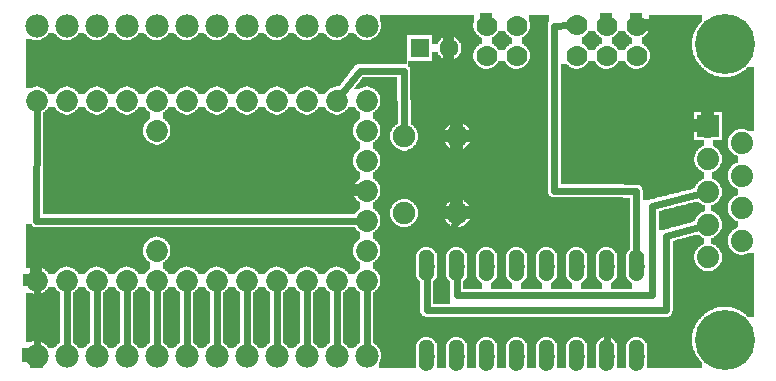
<source format=gbl>
G04 MADE WITH FRITZING*
G04 WWW.FRITZING.ORG*
G04 DOUBLE SIDED*
G04 HOLES PLATED*
G04 CONTOUR ON CENTER OF CONTOUR VECTOR*
%ASAXBY*%
%FSLAX23Y23*%
%MOIN*%
%OFA0B0*%
%SFA1.0B1.0*%
%ADD10C,0.075000*%
%ADD11C,0.062992*%
%ADD12C,0.078000*%
%ADD13C,0.072892*%
%ADD14C,0.052000*%
%ADD15C,0.074000*%
%ADD16C,0.200000*%
%ADD17C,0.070000*%
%ADD18R,0.062992X0.062992*%
%ADD19C,0.024000*%
%ADD20R,0.001000X0.001000*%
%LNCOPPER0*%
G90*
G70*
G54D10*
X2173Y1154D03*
X122Y1069D03*
X173Y836D03*
X599Y456D03*
X94Y221D03*
X1302Y558D03*
X1302Y814D03*
X1479Y558D03*
X1479Y814D03*
G54D11*
X1353Y1108D03*
X1452Y1108D03*
G54D12*
X77Y1183D03*
X177Y1183D03*
X277Y1183D03*
X377Y1183D03*
X477Y1183D03*
X577Y1183D03*
X677Y1183D03*
X777Y1183D03*
X877Y1183D03*
X977Y1183D03*
X1077Y1183D03*
X1177Y1183D03*
X77Y83D03*
X177Y83D03*
X277Y83D03*
X377Y83D03*
X477Y83D03*
X577Y83D03*
X677Y83D03*
X777Y83D03*
X877Y83D03*
X977Y83D03*
X1077Y83D03*
X1177Y83D03*
G54D13*
X77Y333D03*
X477Y833D03*
X177Y333D03*
X277Y333D03*
X377Y333D03*
X477Y333D03*
X977Y933D03*
X877Y933D03*
X777Y933D03*
X577Y333D03*
X1077Y333D03*
X1177Y333D03*
X677Y333D03*
X777Y333D03*
X877Y333D03*
X977Y333D03*
X1177Y833D03*
X1177Y433D03*
X1177Y933D03*
X1077Y933D03*
X477Y433D03*
X177Y933D03*
X277Y933D03*
X377Y933D03*
X477Y933D03*
X577Y933D03*
X677Y933D03*
X1177Y633D03*
X1177Y533D03*
X1177Y733D03*
X77Y933D03*
G54D14*
X2077Y383D03*
X1977Y383D03*
X1877Y383D03*
X1777Y383D03*
X1677Y383D03*
X1577Y383D03*
X1477Y383D03*
X1377Y383D03*
X1377Y83D03*
X1477Y83D03*
X1577Y83D03*
X1677Y83D03*
X1777Y83D03*
X1877Y83D03*
X1977Y83D03*
X2077Y83D03*
G54D15*
X2315Y847D03*
X2315Y738D03*
X2315Y629D03*
X2315Y520D03*
X2315Y411D03*
X2427Y793D03*
X2427Y683D03*
X2427Y575D03*
X2427Y466D03*
G54D16*
X2371Y1121D03*
X2371Y137D03*
G54D17*
X1877Y1083D03*
X1877Y1184D03*
X1977Y1183D03*
X1977Y1083D03*
X1577Y1183D03*
X1577Y1083D03*
X1677Y1183D03*
X1677Y1083D03*
X2077Y1183D03*
X2077Y1083D03*
G54D18*
X1353Y1108D03*
G54D19*
X1301Y1033D02*
X1153Y1033D01*
D02*
X1153Y1033D02*
X1095Y958D01*
D02*
X1301Y843D02*
X1301Y1033D01*
D02*
X76Y533D02*
X1146Y533D01*
D02*
X77Y903D02*
X76Y533D01*
D02*
X77Y114D02*
X77Y303D01*
D02*
X177Y114D02*
X177Y303D01*
D02*
X277Y114D02*
X277Y303D01*
D02*
X377Y114D02*
X377Y303D01*
D02*
X477Y114D02*
X477Y303D01*
D02*
X577Y114D02*
X577Y303D01*
D02*
X677Y114D02*
X677Y303D01*
D02*
X777Y114D02*
X777Y303D01*
D02*
X877Y114D02*
X877Y303D01*
D02*
X977Y114D02*
X977Y303D01*
D02*
X1077Y114D02*
X1077Y303D01*
D02*
X1177Y114D02*
X1177Y303D01*
D02*
X1377Y234D02*
X1377Y356D01*
D02*
X2175Y234D02*
X1377Y234D01*
D02*
X2175Y482D02*
X2175Y234D01*
D02*
X2285Y512D02*
X2175Y482D01*
D02*
X2128Y284D02*
X1477Y284D01*
D02*
X2128Y583D02*
X2128Y284D01*
D02*
X2285Y622D02*
X2128Y583D01*
D02*
X1477Y284D02*
X1477Y356D01*
D02*
X2076Y632D02*
X2076Y411D01*
D02*
X1801Y633D02*
X2076Y632D01*
D02*
X1801Y1183D02*
X1801Y633D01*
D02*
X1850Y1184D02*
X1801Y1183D01*
D02*
X1427Y459D02*
X1277Y459D01*
D02*
X1277Y184D02*
X1977Y183D01*
D02*
X1277Y459D02*
X1277Y184D01*
D02*
X1477Y533D02*
X1427Y459D01*
D02*
X1477Y530D02*
X1477Y533D01*
D02*
X1977Y183D02*
X1977Y111D01*
G36*
X1616Y1167D02*
X1616Y1163D01*
X1614Y1163D01*
X1614Y1159D01*
X1612Y1159D01*
X1612Y1157D01*
X1610Y1157D01*
X1610Y1155D01*
X1608Y1155D01*
X1608Y1153D01*
X1606Y1153D01*
X1606Y1151D01*
X1604Y1151D01*
X1604Y1149D01*
X1602Y1149D01*
X1602Y1147D01*
X1598Y1147D01*
X1598Y1145D01*
X1596Y1145D01*
X1596Y1143D01*
X1594Y1143D01*
X1594Y1123D01*
X1598Y1123D01*
X1598Y1121D01*
X1600Y1121D01*
X1600Y1119D01*
X1602Y1119D01*
X1602Y1117D01*
X1606Y1117D01*
X1606Y1115D01*
X1608Y1115D01*
X1608Y1113D01*
X1610Y1113D01*
X1610Y1109D01*
X1612Y1109D01*
X1612Y1107D01*
X1614Y1107D01*
X1614Y1105D01*
X1616Y1105D01*
X1616Y1101D01*
X1636Y1101D01*
X1636Y1103D01*
X1638Y1103D01*
X1638Y1105D01*
X1640Y1105D01*
X1640Y1109D01*
X1642Y1109D01*
X1642Y1111D01*
X1644Y1111D01*
X1644Y1113D01*
X1646Y1113D01*
X1646Y1115D01*
X1648Y1115D01*
X1648Y1117D01*
X1650Y1117D01*
X1650Y1119D01*
X1652Y1119D01*
X1652Y1121D01*
X1656Y1121D01*
X1656Y1123D01*
X1660Y1123D01*
X1660Y1143D01*
X1658Y1143D01*
X1658Y1145D01*
X1654Y1145D01*
X1654Y1147D01*
X1652Y1147D01*
X1652Y1149D01*
X1650Y1149D01*
X1650Y1151D01*
X1646Y1151D01*
X1646Y1153D01*
X1644Y1153D01*
X1644Y1157D01*
X1642Y1157D01*
X1642Y1159D01*
X1640Y1159D01*
X1640Y1161D01*
X1638Y1161D01*
X1638Y1165D01*
X1636Y1165D01*
X1636Y1167D01*
X1616Y1167D01*
G37*
D02*
G36*
X1916Y1167D02*
X1916Y1163D01*
X1914Y1163D01*
X1914Y1159D01*
X1912Y1159D01*
X1912Y1157D01*
X1910Y1157D01*
X1910Y1155D01*
X1908Y1155D01*
X1908Y1153D01*
X1906Y1153D01*
X1906Y1151D01*
X1904Y1151D01*
X1904Y1149D01*
X1902Y1149D01*
X1902Y1147D01*
X1898Y1147D01*
X1898Y1145D01*
X1894Y1145D01*
X1894Y1123D01*
X1898Y1123D01*
X1898Y1121D01*
X1900Y1121D01*
X1900Y1119D01*
X1904Y1119D01*
X1904Y1117D01*
X1906Y1117D01*
X1906Y1115D01*
X1908Y1115D01*
X1908Y1113D01*
X1910Y1113D01*
X1910Y1111D01*
X1912Y1111D01*
X1912Y1107D01*
X1914Y1107D01*
X1914Y1105D01*
X1916Y1105D01*
X1916Y1101D01*
X1936Y1101D01*
X1936Y1103D01*
X1938Y1103D01*
X1938Y1105D01*
X1940Y1105D01*
X1940Y1109D01*
X1942Y1109D01*
X1942Y1111D01*
X1944Y1111D01*
X1944Y1113D01*
X1946Y1113D01*
X1946Y1115D01*
X1948Y1115D01*
X1948Y1117D01*
X1950Y1117D01*
X1950Y1119D01*
X1952Y1119D01*
X1952Y1121D01*
X1956Y1121D01*
X1956Y1123D01*
X1960Y1123D01*
X1960Y1143D01*
X1958Y1143D01*
X1958Y1145D01*
X1954Y1145D01*
X1954Y1147D01*
X1952Y1147D01*
X1952Y1149D01*
X1950Y1149D01*
X1950Y1151D01*
X1946Y1151D01*
X1946Y1153D01*
X1944Y1153D01*
X1944Y1157D01*
X1942Y1157D01*
X1942Y1159D01*
X1940Y1159D01*
X1940Y1161D01*
X1938Y1161D01*
X1938Y1165D01*
X1936Y1165D01*
X1936Y1167D01*
X1916Y1167D01*
G37*
D02*
G36*
X2016Y1167D02*
X2016Y1163D01*
X2014Y1163D01*
X2014Y1159D01*
X2012Y1159D01*
X2012Y1157D01*
X2010Y1157D01*
X2010Y1155D01*
X2008Y1155D01*
X2008Y1153D01*
X2006Y1153D01*
X2006Y1151D01*
X2004Y1151D01*
X2004Y1149D01*
X2002Y1149D01*
X2002Y1147D01*
X1998Y1147D01*
X1998Y1145D01*
X1996Y1145D01*
X1996Y1143D01*
X1994Y1143D01*
X1994Y1123D01*
X1998Y1123D01*
X1998Y1121D01*
X2000Y1121D01*
X2000Y1119D01*
X2002Y1119D01*
X2002Y1117D01*
X2006Y1117D01*
X2006Y1115D01*
X2008Y1115D01*
X2008Y1113D01*
X2010Y1113D01*
X2010Y1109D01*
X2012Y1109D01*
X2012Y1107D01*
X2014Y1107D01*
X2014Y1105D01*
X2016Y1105D01*
X2016Y1101D01*
X2036Y1101D01*
X2036Y1103D01*
X2038Y1103D01*
X2038Y1105D01*
X2040Y1105D01*
X2040Y1109D01*
X2042Y1109D01*
X2042Y1111D01*
X2044Y1111D01*
X2044Y1113D01*
X2046Y1113D01*
X2046Y1115D01*
X2048Y1115D01*
X2048Y1117D01*
X2050Y1117D01*
X2050Y1119D01*
X2052Y1119D01*
X2052Y1121D01*
X2056Y1121D01*
X2056Y1123D01*
X2060Y1123D01*
X2060Y1143D01*
X2058Y1143D01*
X2058Y1145D01*
X2054Y1145D01*
X2054Y1147D01*
X2052Y1147D01*
X2052Y1149D01*
X2050Y1149D01*
X2050Y1151D01*
X2046Y1151D01*
X2046Y1153D01*
X2044Y1153D01*
X2044Y1157D01*
X2042Y1157D01*
X2042Y1159D01*
X2040Y1159D01*
X2040Y1161D01*
X2038Y1161D01*
X2038Y1165D01*
X2036Y1165D01*
X2036Y1167D01*
X2016Y1167D01*
G37*
D02*
G36*
X2118Y1219D02*
X2118Y1197D01*
X2120Y1197D01*
X2120Y1189D01*
X2122Y1189D01*
X2122Y1179D01*
X2120Y1179D01*
X2120Y1171D01*
X2118Y1171D01*
X2118Y1167D01*
X2116Y1167D01*
X2116Y1163D01*
X2114Y1163D01*
X2114Y1159D01*
X2112Y1159D01*
X2112Y1157D01*
X2110Y1157D01*
X2110Y1155D01*
X2108Y1155D01*
X2108Y1153D01*
X2106Y1153D01*
X2106Y1151D01*
X2104Y1151D01*
X2104Y1149D01*
X2102Y1149D01*
X2102Y1147D01*
X2098Y1147D01*
X2098Y1145D01*
X2096Y1145D01*
X2096Y1143D01*
X2094Y1143D01*
X2094Y1123D01*
X2098Y1123D01*
X2098Y1121D01*
X2100Y1121D01*
X2100Y1119D01*
X2102Y1119D01*
X2102Y1117D01*
X2106Y1117D01*
X2106Y1115D01*
X2108Y1115D01*
X2108Y1113D01*
X2110Y1113D01*
X2110Y1109D01*
X2112Y1109D01*
X2112Y1107D01*
X2114Y1107D01*
X2114Y1105D01*
X2116Y1105D01*
X2116Y1101D01*
X2118Y1101D01*
X2118Y1095D01*
X2120Y1095D01*
X2120Y1089D01*
X2122Y1089D01*
X2122Y1077D01*
X2120Y1077D01*
X2120Y1071D01*
X2118Y1071D01*
X2118Y1067D01*
X2116Y1067D01*
X2116Y1063D01*
X2114Y1063D01*
X2114Y1059D01*
X2112Y1059D01*
X2112Y1057D01*
X2110Y1057D01*
X2110Y1055D01*
X2108Y1055D01*
X2108Y1053D01*
X2106Y1053D01*
X2106Y1051D01*
X2104Y1051D01*
X2104Y1049D01*
X2102Y1049D01*
X2102Y1047D01*
X2098Y1047D01*
X2098Y1045D01*
X2096Y1045D01*
X2096Y1043D01*
X2092Y1043D01*
X2092Y1041D01*
X2086Y1041D01*
X2086Y1039D01*
X2300Y1039D01*
X2300Y1041D01*
X2298Y1041D01*
X2298Y1043D01*
X2296Y1043D01*
X2296Y1045D01*
X2294Y1045D01*
X2294Y1047D01*
X2292Y1047D01*
X2292Y1049D01*
X2290Y1049D01*
X2290Y1051D01*
X2288Y1051D01*
X2288Y1053D01*
X2286Y1053D01*
X2286Y1055D01*
X2284Y1055D01*
X2284Y1059D01*
X2282Y1059D01*
X2282Y1061D01*
X2280Y1061D01*
X2280Y1063D01*
X2278Y1063D01*
X2278Y1067D01*
X2276Y1067D01*
X2276Y1071D01*
X2274Y1071D01*
X2274Y1073D01*
X2272Y1073D01*
X2272Y1077D01*
X2270Y1077D01*
X2270Y1083D01*
X2268Y1083D01*
X2268Y1087D01*
X2266Y1087D01*
X2266Y1093D01*
X2264Y1093D01*
X2264Y1101D01*
X2262Y1101D01*
X2262Y1115D01*
X2260Y1115D01*
X2260Y1129D01*
X2262Y1129D01*
X2262Y1143D01*
X2264Y1143D01*
X2264Y1149D01*
X2266Y1149D01*
X2266Y1155D01*
X2268Y1155D01*
X2268Y1161D01*
X2270Y1161D01*
X2270Y1165D01*
X2272Y1165D01*
X2272Y1169D01*
X2274Y1169D01*
X2274Y1173D01*
X2276Y1173D01*
X2276Y1175D01*
X2278Y1175D01*
X2278Y1179D01*
X2280Y1179D01*
X2280Y1183D01*
X2282Y1183D01*
X2282Y1185D01*
X2284Y1185D01*
X2284Y1187D01*
X2286Y1187D01*
X2286Y1189D01*
X2288Y1189D01*
X2288Y1193D01*
X2290Y1193D01*
X2290Y1195D01*
X2292Y1195D01*
X2292Y1197D01*
X2294Y1197D01*
X2294Y1199D01*
X2296Y1199D01*
X2296Y1219D01*
X2118Y1219D01*
G37*
D02*
G36*
X1916Y1067D02*
X1916Y1063D01*
X1914Y1063D01*
X1914Y1059D01*
X1912Y1059D01*
X1912Y1057D01*
X1910Y1057D01*
X1910Y1055D01*
X1908Y1055D01*
X1908Y1053D01*
X1906Y1053D01*
X1906Y1051D01*
X1904Y1051D01*
X1904Y1049D01*
X1902Y1049D01*
X1902Y1047D01*
X1898Y1047D01*
X1898Y1045D01*
X1896Y1045D01*
X1896Y1043D01*
X1892Y1043D01*
X1892Y1041D01*
X1886Y1041D01*
X1886Y1039D01*
X1966Y1039D01*
X1966Y1041D01*
X1962Y1041D01*
X1962Y1043D01*
X1958Y1043D01*
X1958Y1045D01*
X1954Y1045D01*
X1954Y1047D01*
X1952Y1047D01*
X1952Y1049D01*
X1948Y1049D01*
X1948Y1051D01*
X1946Y1051D01*
X1946Y1053D01*
X1944Y1053D01*
X1944Y1055D01*
X1942Y1055D01*
X1942Y1059D01*
X1940Y1059D01*
X1940Y1061D01*
X1938Y1061D01*
X1938Y1065D01*
X1936Y1065D01*
X1936Y1067D01*
X1916Y1067D01*
G37*
D02*
G36*
X2016Y1067D02*
X2016Y1063D01*
X2014Y1063D01*
X2014Y1059D01*
X2012Y1059D01*
X2012Y1057D01*
X2010Y1057D01*
X2010Y1055D01*
X2008Y1055D01*
X2008Y1053D01*
X2006Y1053D01*
X2006Y1051D01*
X2004Y1051D01*
X2004Y1049D01*
X2002Y1049D01*
X2002Y1047D01*
X1998Y1047D01*
X1998Y1045D01*
X1996Y1045D01*
X1996Y1043D01*
X1992Y1043D01*
X1992Y1041D01*
X1986Y1041D01*
X1986Y1039D01*
X2066Y1039D01*
X2066Y1041D01*
X2062Y1041D01*
X2062Y1043D01*
X2058Y1043D01*
X2058Y1045D01*
X2054Y1045D01*
X2054Y1047D01*
X2052Y1047D01*
X2052Y1049D01*
X2048Y1049D01*
X2048Y1051D01*
X2046Y1051D01*
X2046Y1053D01*
X2044Y1053D01*
X2044Y1055D01*
X2042Y1055D01*
X2042Y1059D01*
X2040Y1059D01*
X2040Y1061D01*
X2038Y1061D01*
X2038Y1065D01*
X2036Y1065D01*
X2036Y1067D01*
X2016Y1067D01*
G37*
D02*
G36*
X1824Y1057D02*
X1824Y1039D01*
X1868Y1039D01*
X1868Y1041D01*
X1862Y1041D01*
X1862Y1043D01*
X1858Y1043D01*
X1858Y1045D01*
X1854Y1045D01*
X1854Y1047D01*
X1852Y1047D01*
X1852Y1049D01*
X1850Y1049D01*
X1850Y1051D01*
X1846Y1051D01*
X1846Y1053D01*
X1844Y1053D01*
X1844Y1057D01*
X1824Y1057D01*
G37*
D02*
G36*
X2448Y1047D02*
X2448Y1045D01*
X2446Y1045D01*
X2446Y1043D01*
X2444Y1043D01*
X2444Y1041D01*
X2442Y1041D01*
X2442Y1039D01*
X2440Y1039D01*
X2440Y1037D01*
X2436Y1037D01*
X2436Y1035D01*
X2434Y1035D01*
X2434Y1033D01*
X2432Y1033D01*
X2432Y1031D01*
X2428Y1031D01*
X2428Y1029D01*
X2426Y1029D01*
X2426Y1027D01*
X2422Y1027D01*
X2422Y1025D01*
X2418Y1025D01*
X2418Y1023D01*
X2414Y1023D01*
X2414Y1021D01*
X2410Y1021D01*
X2410Y1019D01*
X2406Y1019D01*
X2406Y1017D01*
X2400Y1017D01*
X2400Y1015D01*
X2392Y1015D01*
X2392Y1013D01*
X2380Y1013D01*
X2380Y1011D01*
X2468Y1011D01*
X2468Y1047D01*
X2448Y1047D01*
G37*
D02*
G36*
X1824Y1039D02*
X1824Y1037D01*
X2302Y1037D01*
X2302Y1039D01*
X1824Y1039D01*
G37*
D02*
G36*
X1824Y1039D02*
X1824Y1037D01*
X2302Y1037D01*
X2302Y1039D01*
X1824Y1039D01*
G37*
D02*
G36*
X1824Y1039D02*
X1824Y1037D01*
X2302Y1037D01*
X2302Y1039D01*
X1824Y1039D01*
G37*
D02*
G36*
X1824Y1039D02*
X1824Y1037D01*
X2302Y1037D01*
X2302Y1039D01*
X1824Y1039D01*
G37*
D02*
G36*
X1824Y1037D02*
X1824Y1011D01*
X2362Y1011D01*
X2362Y1013D01*
X2350Y1013D01*
X2350Y1015D01*
X2342Y1015D01*
X2342Y1017D01*
X2336Y1017D01*
X2336Y1019D01*
X2332Y1019D01*
X2332Y1021D01*
X2326Y1021D01*
X2326Y1023D01*
X2322Y1023D01*
X2322Y1025D01*
X2320Y1025D01*
X2320Y1027D01*
X2316Y1027D01*
X2316Y1029D01*
X2312Y1029D01*
X2312Y1031D01*
X2310Y1031D01*
X2310Y1033D01*
X2308Y1033D01*
X2308Y1035D01*
X2304Y1035D01*
X2304Y1037D01*
X1824Y1037D01*
G37*
D02*
G36*
X1824Y1011D02*
X1824Y1009D01*
X2468Y1009D01*
X2468Y1011D01*
X1824Y1011D01*
G37*
D02*
G36*
X1824Y1011D02*
X1824Y1009D01*
X2468Y1009D01*
X2468Y1011D01*
X1824Y1011D01*
G37*
D02*
G36*
X1824Y1009D02*
X1824Y895D01*
X2362Y895D01*
X2362Y839D01*
X2438Y839D01*
X2438Y837D01*
X2442Y837D01*
X2442Y835D01*
X2446Y835D01*
X2446Y833D01*
X2468Y833D01*
X2468Y1009D01*
X1824Y1009D01*
G37*
D02*
G36*
X1824Y895D02*
X1824Y655D01*
X2036Y655D01*
X2036Y653D01*
X2084Y653D01*
X2084Y651D01*
X2088Y651D01*
X2088Y649D01*
X2090Y649D01*
X2090Y647D01*
X2092Y647D01*
X2092Y645D01*
X2094Y645D01*
X2094Y643D01*
X2096Y643D01*
X2096Y637D01*
X2098Y637D01*
X2098Y601D01*
X2118Y601D01*
X2118Y603D01*
X2122Y603D01*
X2122Y605D01*
X2130Y605D01*
X2130Y607D01*
X2138Y607D01*
X2138Y609D01*
X2146Y609D01*
X2146Y611D01*
X2154Y611D01*
X2154Y613D01*
X2162Y613D01*
X2162Y615D01*
X2170Y615D01*
X2170Y617D01*
X2178Y617D01*
X2178Y619D01*
X2186Y619D01*
X2186Y621D01*
X2194Y621D01*
X2194Y623D01*
X2202Y623D01*
X2202Y625D01*
X2210Y625D01*
X2210Y627D01*
X2218Y627D01*
X2218Y629D01*
X2226Y629D01*
X2226Y631D01*
X2234Y631D01*
X2234Y633D01*
X2242Y633D01*
X2242Y635D01*
X2250Y635D01*
X2250Y637D01*
X2258Y637D01*
X2258Y639D01*
X2266Y639D01*
X2266Y641D01*
X2270Y641D01*
X2270Y645D01*
X2272Y645D01*
X2272Y649D01*
X2274Y649D01*
X2274Y653D01*
X2276Y653D01*
X2276Y655D01*
X2278Y655D01*
X2278Y657D01*
X2280Y657D01*
X2280Y659D01*
X2282Y659D01*
X2282Y663D01*
X2286Y663D01*
X2286Y665D01*
X2288Y665D01*
X2288Y667D01*
X2290Y667D01*
X2290Y669D01*
X2294Y669D01*
X2294Y671D01*
X2296Y671D01*
X2296Y673D01*
X2302Y673D01*
X2302Y695D01*
X2296Y695D01*
X2296Y697D01*
X2294Y697D01*
X2294Y699D01*
X2290Y699D01*
X2290Y701D01*
X2288Y701D01*
X2288Y703D01*
X2284Y703D01*
X2284Y705D01*
X2282Y705D01*
X2282Y707D01*
X2280Y707D01*
X2280Y711D01*
X2278Y711D01*
X2278Y713D01*
X2276Y713D01*
X2276Y715D01*
X2274Y715D01*
X2274Y719D01*
X2272Y719D01*
X2272Y723D01*
X2270Y723D01*
X2270Y729D01*
X2268Y729D01*
X2268Y747D01*
X2270Y747D01*
X2270Y753D01*
X2272Y753D01*
X2272Y757D01*
X2274Y757D01*
X2274Y761D01*
X2276Y761D01*
X2276Y765D01*
X2278Y765D01*
X2278Y767D01*
X2280Y767D01*
X2280Y769D01*
X2282Y769D01*
X2282Y771D01*
X2284Y771D01*
X2284Y773D01*
X2286Y773D01*
X2286Y775D01*
X2288Y775D01*
X2288Y777D01*
X2292Y777D01*
X2292Y779D01*
X2296Y779D01*
X2296Y781D01*
X2300Y781D01*
X2300Y801D01*
X2268Y801D01*
X2268Y895D01*
X1824Y895D01*
G37*
D02*
G36*
X2362Y839D02*
X2362Y803D01*
X2382Y803D01*
X2382Y809D01*
X2384Y809D01*
X2384Y813D01*
X2386Y813D01*
X2386Y815D01*
X2388Y815D01*
X2388Y819D01*
X2390Y819D01*
X2390Y821D01*
X2392Y821D01*
X2392Y823D01*
X2394Y823D01*
X2394Y825D01*
X2396Y825D01*
X2396Y827D01*
X2398Y827D01*
X2398Y829D01*
X2400Y829D01*
X2400Y831D01*
X2402Y831D01*
X2402Y833D01*
X2406Y833D01*
X2406Y835D01*
X2410Y835D01*
X2410Y837D01*
X2416Y837D01*
X2416Y839D01*
X2362Y839D01*
G37*
D02*
G36*
X1222Y1219D02*
X1222Y1197D01*
X1224Y1197D01*
X1224Y1189D01*
X1226Y1189D01*
X1226Y1177D01*
X1224Y1177D01*
X1224Y1171D01*
X1222Y1171D01*
X1222Y1165D01*
X1220Y1165D01*
X1220Y1161D01*
X1218Y1161D01*
X1218Y1159D01*
X1216Y1159D01*
X1216Y1155D01*
X1214Y1155D01*
X1214Y1153D01*
X1212Y1153D01*
X1212Y1151D01*
X1454Y1151D01*
X1454Y1149D01*
X1462Y1149D01*
X1462Y1147D01*
X1468Y1147D01*
X1468Y1145D01*
X1472Y1145D01*
X1472Y1143D01*
X1474Y1143D01*
X1474Y1141D01*
X1476Y1141D01*
X1476Y1139D01*
X1478Y1139D01*
X1478Y1137D01*
X1480Y1137D01*
X1480Y1135D01*
X1482Y1135D01*
X1482Y1133D01*
X1484Y1133D01*
X1484Y1131D01*
X1486Y1131D01*
X1486Y1127D01*
X1488Y1127D01*
X1488Y1125D01*
X1490Y1125D01*
X1490Y1119D01*
X1492Y1119D01*
X1492Y1097D01*
X1490Y1097D01*
X1490Y1093D01*
X1488Y1093D01*
X1488Y1089D01*
X1486Y1089D01*
X1486Y1087D01*
X1484Y1087D01*
X1484Y1083D01*
X1482Y1083D01*
X1482Y1081D01*
X1480Y1081D01*
X1480Y1079D01*
X1478Y1079D01*
X1478Y1077D01*
X1474Y1077D01*
X1474Y1075D01*
X1472Y1075D01*
X1472Y1073D01*
X1468Y1073D01*
X1468Y1071D01*
X1464Y1071D01*
X1464Y1069D01*
X1458Y1069D01*
X1458Y1067D01*
X1536Y1067D01*
X1536Y1069D01*
X1534Y1069D01*
X1534Y1073D01*
X1532Y1073D01*
X1532Y1093D01*
X1534Y1093D01*
X1534Y1099D01*
X1536Y1099D01*
X1536Y1103D01*
X1538Y1103D01*
X1538Y1105D01*
X1540Y1105D01*
X1540Y1109D01*
X1542Y1109D01*
X1542Y1111D01*
X1544Y1111D01*
X1544Y1113D01*
X1546Y1113D01*
X1546Y1115D01*
X1548Y1115D01*
X1548Y1117D01*
X1550Y1117D01*
X1550Y1119D01*
X1552Y1119D01*
X1552Y1121D01*
X1556Y1121D01*
X1556Y1123D01*
X1560Y1123D01*
X1560Y1143D01*
X1558Y1143D01*
X1558Y1145D01*
X1554Y1145D01*
X1554Y1147D01*
X1552Y1147D01*
X1552Y1149D01*
X1550Y1149D01*
X1550Y1151D01*
X1546Y1151D01*
X1546Y1153D01*
X1544Y1153D01*
X1544Y1157D01*
X1542Y1157D01*
X1542Y1159D01*
X1540Y1159D01*
X1540Y1161D01*
X1538Y1161D01*
X1538Y1165D01*
X1536Y1165D01*
X1536Y1169D01*
X1534Y1169D01*
X1534Y1175D01*
X1532Y1175D01*
X1532Y1193D01*
X1534Y1193D01*
X1534Y1199D01*
X1536Y1199D01*
X1536Y1219D01*
X1222Y1219D01*
G37*
D02*
G36*
X1718Y1219D02*
X1718Y1197D01*
X1720Y1197D01*
X1720Y1189D01*
X1722Y1189D01*
X1722Y1179D01*
X1720Y1179D01*
X1720Y1171D01*
X1718Y1171D01*
X1718Y1167D01*
X1716Y1167D01*
X1716Y1163D01*
X1714Y1163D01*
X1714Y1159D01*
X1712Y1159D01*
X1712Y1157D01*
X1710Y1157D01*
X1710Y1155D01*
X1708Y1155D01*
X1708Y1153D01*
X1706Y1153D01*
X1706Y1151D01*
X1704Y1151D01*
X1704Y1149D01*
X1702Y1149D01*
X1702Y1147D01*
X1698Y1147D01*
X1698Y1145D01*
X1696Y1145D01*
X1696Y1143D01*
X1694Y1143D01*
X1694Y1123D01*
X1698Y1123D01*
X1698Y1121D01*
X1700Y1121D01*
X1700Y1119D01*
X1702Y1119D01*
X1702Y1117D01*
X1706Y1117D01*
X1706Y1115D01*
X1708Y1115D01*
X1708Y1113D01*
X1710Y1113D01*
X1710Y1109D01*
X1712Y1109D01*
X1712Y1107D01*
X1714Y1107D01*
X1714Y1105D01*
X1716Y1105D01*
X1716Y1101D01*
X1718Y1101D01*
X1718Y1095D01*
X1720Y1095D01*
X1720Y1089D01*
X1722Y1089D01*
X1722Y1077D01*
X1720Y1077D01*
X1720Y1071D01*
X1718Y1071D01*
X1718Y1067D01*
X1716Y1067D01*
X1716Y1063D01*
X1714Y1063D01*
X1714Y1059D01*
X1712Y1059D01*
X1712Y1057D01*
X1710Y1057D01*
X1710Y1055D01*
X1708Y1055D01*
X1708Y1053D01*
X1706Y1053D01*
X1706Y1051D01*
X1704Y1051D01*
X1704Y1049D01*
X1702Y1049D01*
X1702Y1047D01*
X1698Y1047D01*
X1698Y1045D01*
X1696Y1045D01*
X1696Y1043D01*
X1692Y1043D01*
X1692Y1041D01*
X1686Y1041D01*
X1686Y1039D01*
X1780Y1039D01*
X1780Y1193D01*
X1782Y1193D01*
X1782Y1195D01*
X1784Y1195D01*
X1784Y1199D01*
X1786Y1199D01*
X1786Y1219D01*
X1718Y1219D01*
G37*
D02*
G36*
X116Y1159D02*
X116Y1155D01*
X114Y1155D01*
X114Y1153D01*
X112Y1153D01*
X112Y1151D01*
X110Y1151D01*
X110Y1149D01*
X108Y1149D01*
X108Y1147D01*
X106Y1147D01*
X106Y1145D01*
X102Y1145D01*
X102Y1143D01*
X100Y1143D01*
X100Y1141D01*
X96Y1141D01*
X96Y1139D01*
X92Y1139D01*
X92Y1137D01*
X86Y1137D01*
X86Y1135D01*
X166Y1135D01*
X166Y1137D01*
X162Y1137D01*
X162Y1139D01*
X156Y1139D01*
X156Y1141D01*
X154Y1141D01*
X154Y1143D01*
X150Y1143D01*
X150Y1145D01*
X148Y1145D01*
X148Y1147D01*
X146Y1147D01*
X146Y1149D01*
X144Y1149D01*
X144Y1151D01*
X142Y1151D01*
X142Y1153D01*
X140Y1153D01*
X140Y1155D01*
X138Y1155D01*
X138Y1157D01*
X136Y1157D01*
X136Y1159D01*
X116Y1159D01*
G37*
D02*
G36*
X216Y1159D02*
X216Y1155D01*
X214Y1155D01*
X214Y1153D01*
X212Y1153D01*
X212Y1151D01*
X210Y1151D01*
X210Y1149D01*
X208Y1149D01*
X208Y1147D01*
X206Y1147D01*
X206Y1145D01*
X202Y1145D01*
X202Y1143D01*
X200Y1143D01*
X200Y1141D01*
X196Y1141D01*
X196Y1139D01*
X192Y1139D01*
X192Y1137D01*
X186Y1137D01*
X186Y1135D01*
X266Y1135D01*
X266Y1137D01*
X262Y1137D01*
X262Y1139D01*
X256Y1139D01*
X256Y1141D01*
X254Y1141D01*
X254Y1143D01*
X250Y1143D01*
X250Y1145D01*
X248Y1145D01*
X248Y1147D01*
X246Y1147D01*
X246Y1149D01*
X244Y1149D01*
X244Y1151D01*
X242Y1151D01*
X242Y1153D01*
X240Y1153D01*
X240Y1155D01*
X238Y1155D01*
X238Y1157D01*
X236Y1157D01*
X236Y1159D01*
X216Y1159D01*
G37*
D02*
G36*
X316Y1159D02*
X316Y1155D01*
X314Y1155D01*
X314Y1153D01*
X312Y1153D01*
X312Y1151D01*
X310Y1151D01*
X310Y1149D01*
X308Y1149D01*
X308Y1147D01*
X306Y1147D01*
X306Y1145D01*
X302Y1145D01*
X302Y1143D01*
X300Y1143D01*
X300Y1141D01*
X296Y1141D01*
X296Y1139D01*
X292Y1139D01*
X292Y1137D01*
X286Y1137D01*
X286Y1135D01*
X366Y1135D01*
X366Y1137D01*
X362Y1137D01*
X362Y1139D01*
X356Y1139D01*
X356Y1141D01*
X354Y1141D01*
X354Y1143D01*
X350Y1143D01*
X350Y1145D01*
X348Y1145D01*
X348Y1147D01*
X346Y1147D01*
X346Y1149D01*
X344Y1149D01*
X344Y1151D01*
X342Y1151D01*
X342Y1153D01*
X340Y1153D01*
X340Y1155D01*
X338Y1155D01*
X338Y1157D01*
X336Y1157D01*
X336Y1159D01*
X316Y1159D01*
G37*
D02*
G36*
X416Y1159D02*
X416Y1155D01*
X414Y1155D01*
X414Y1153D01*
X412Y1153D01*
X412Y1151D01*
X410Y1151D01*
X410Y1149D01*
X408Y1149D01*
X408Y1147D01*
X406Y1147D01*
X406Y1145D01*
X402Y1145D01*
X402Y1143D01*
X400Y1143D01*
X400Y1141D01*
X396Y1141D01*
X396Y1139D01*
X392Y1139D01*
X392Y1137D01*
X386Y1137D01*
X386Y1135D01*
X466Y1135D01*
X466Y1137D01*
X462Y1137D01*
X462Y1139D01*
X456Y1139D01*
X456Y1141D01*
X454Y1141D01*
X454Y1143D01*
X450Y1143D01*
X450Y1145D01*
X448Y1145D01*
X448Y1147D01*
X446Y1147D01*
X446Y1149D01*
X444Y1149D01*
X444Y1151D01*
X442Y1151D01*
X442Y1153D01*
X440Y1153D01*
X440Y1155D01*
X438Y1155D01*
X438Y1157D01*
X436Y1157D01*
X436Y1159D01*
X416Y1159D01*
G37*
D02*
G36*
X516Y1159D02*
X516Y1155D01*
X514Y1155D01*
X514Y1153D01*
X512Y1153D01*
X512Y1151D01*
X510Y1151D01*
X510Y1149D01*
X508Y1149D01*
X508Y1147D01*
X506Y1147D01*
X506Y1145D01*
X502Y1145D01*
X502Y1143D01*
X500Y1143D01*
X500Y1141D01*
X496Y1141D01*
X496Y1139D01*
X492Y1139D01*
X492Y1137D01*
X486Y1137D01*
X486Y1135D01*
X566Y1135D01*
X566Y1137D01*
X562Y1137D01*
X562Y1139D01*
X556Y1139D01*
X556Y1141D01*
X554Y1141D01*
X554Y1143D01*
X550Y1143D01*
X550Y1145D01*
X548Y1145D01*
X548Y1147D01*
X546Y1147D01*
X546Y1149D01*
X544Y1149D01*
X544Y1151D01*
X542Y1151D01*
X542Y1153D01*
X540Y1153D01*
X540Y1155D01*
X538Y1155D01*
X538Y1157D01*
X536Y1157D01*
X536Y1159D01*
X516Y1159D01*
G37*
D02*
G36*
X616Y1159D02*
X616Y1155D01*
X614Y1155D01*
X614Y1153D01*
X612Y1153D01*
X612Y1151D01*
X610Y1151D01*
X610Y1149D01*
X608Y1149D01*
X608Y1147D01*
X606Y1147D01*
X606Y1145D01*
X602Y1145D01*
X602Y1143D01*
X600Y1143D01*
X600Y1141D01*
X596Y1141D01*
X596Y1139D01*
X592Y1139D01*
X592Y1137D01*
X586Y1137D01*
X586Y1135D01*
X666Y1135D01*
X666Y1137D01*
X662Y1137D01*
X662Y1139D01*
X656Y1139D01*
X656Y1141D01*
X654Y1141D01*
X654Y1143D01*
X650Y1143D01*
X650Y1145D01*
X648Y1145D01*
X648Y1147D01*
X646Y1147D01*
X646Y1149D01*
X644Y1149D01*
X644Y1151D01*
X642Y1151D01*
X642Y1153D01*
X640Y1153D01*
X640Y1155D01*
X638Y1155D01*
X638Y1157D01*
X636Y1157D01*
X636Y1159D01*
X616Y1159D01*
G37*
D02*
G36*
X716Y1159D02*
X716Y1155D01*
X714Y1155D01*
X714Y1153D01*
X712Y1153D01*
X712Y1151D01*
X710Y1151D01*
X710Y1149D01*
X708Y1149D01*
X708Y1147D01*
X706Y1147D01*
X706Y1145D01*
X702Y1145D01*
X702Y1143D01*
X700Y1143D01*
X700Y1141D01*
X696Y1141D01*
X696Y1139D01*
X692Y1139D01*
X692Y1137D01*
X686Y1137D01*
X686Y1135D01*
X766Y1135D01*
X766Y1137D01*
X762Y1137D01*
X762Y1139D01*
X756Y1139D01*
X756Y1141D01*
X754Y1141D01*
X754Y1143D01*
X750Y1143D01*
X750Y1145D01*
X748Y1145D01*
X748Y1147D01*
X746Y1147D01*
X746Y1149D01*
X744Y1149D01*
X744Y1151D01*
X742Y1151D01*
X742Y1153D01*
X740Y1153D01*
X740Y1155D01*
X738Y1155D01*
X738Y1157D01*
X736Y1157D01*
X736Y1159D01*
X716Y1159D01*
G37*
D02*
G36*
X816Y1159D02*
X816Y1155D01*
X814Y1155D01*
X814Y1153D01*
X812Y1153D01*
X812Y1151D01*
X810Y1151D01*
X810Y1149D01*
X808Y1149D01*
X808Y1147D01*
X806Y1147D01*
X806Y1145D01*
X802Y1145D01*
X802Y1143D01*
X800Y1143D01*
X800Y1141D01*
X796Y1141D01*
X796Y1139D01*
X792Y1139D01*
X792Y1137D01*
X786Y1137D01*
X786Y1135D01*
X866Y1135D01*
X866Y1137D01*
X862Y1137D01*
X862Y1139D01*
X856Y1139D01*
X856Y1141D01*
X854Y1141D01*
X854Y1143D01*
X850Y1143D01*
X850Y1145D01*
X848Y1145D01*
X848Y1147D01*
X846Y1147D01*
X846Y1149D01*
X844Y1149D01*
X844Y1151D01*
X842Y1151D01*
X842Y1153D01*
X840Y1153D01*
X840Y1155D01*
X838Y1155D01*
X838Y1157D01*
X836Y1157D01*
X836Y1159D01*
X816Y1159D01*
G37*
D02*
G36*
X916Y1159D02*
X916Y1155D01*
X914Y1155D01*
X914Y1153D01*
X912Y1153D01*
X912Y1151D01*
X910Y1151D01*
X910Y1149D01*
X908Y1149D01*
X908Y1147D01*
X906Y1147D01*
X906Y1145D01*
X902Y1145D01*
X902Y1143D01*
X900Y1143D01*
X900Y1141D01*
X896Y1141D01*
X896Y1139D01*
X892Y1139D01*
X892Y1137D01*
X886Y1137D01*
X886Y1135D01*
X966Y1135D01*
X966Y1137D01*
X962Y1137D01*
X962Y1139D01*
X956Y1139D01*
X956Y1141D01*
X954Y1141D01*
X954Y1143D01*
X950Y1143D01*
X950Y1145D01*
X948Y1145D01*
X948Y1147D01*
X946Y1147D01*
X946Y1149D01*
X944Y1149D01*
X944Y1151D01*
X942Y1151D01*
X942Y1153D01*
X940Y1153D01*
X940Y1155D01*
X938Y1155D01*
X938Y1157D01*
X936Y1157D01*
X936Y1159D01*
X916Y1159D01*
G37*
D02*
G36*
X1016Y1159D02*
X1016Y1155D01*
X1014Y1155D01*
X1014Y1153D01*
X1012Y1153D01*
X1012Y1151D01*
X1010Y1151D01*
X1010Y1149D01*
X1008Y1149D01*
X1008Y1147D01*
X1006Y1147D01*
X1006Y1145D01*
X1002Y1145D01*
X1002Y1143D01*
X1000Y1143D01*
X1000Y1141D01*
X996Y1141D01*
X996Y1139D01*
X992Y1139D01*
X992Y1137D01*
X986Y1137D01*
X986Y1135D01*
X1066Y1135D01*
X1066Y1137D01*
X1062Y1137D01*
X1062Y1139D01*
X1056Y1139D01*
X1056Y1141D01*
X1054Y1141D01*
X1054Y1143D01*
X1050Y1143D01*
X1050Y1145D01*
X1048Y1145D01*
X1048Y1147D01*
X1046Y1147D01*
X1046Y1149D01*
X1044Y1149D01*
X1044Y1151D01*
X1042Y1151D01*
X1042Y1153D01*
X1040Y1153D01*
X1040Y1155D01*
X1038Y1155D01*
X1038Y1157D01*
X1036Y1157D01*
X1036Y1159D01*
X1016Y1159D01*
G37*
D02*
G36*
X1116Y1159D02*
X1116Y1155D01*
X1114Y1155D01*
X1114Y1153D01*
X1112Y1153D01*
X1112Y1151D01*
X1110Y1151D01*
X1110Y1149D01*
X1108Y1149D01*
X1108Y1147D01*
X1106Y1147D01*
X1106Y1145D01*
X1102Y1145D01*
X1102Y1143D01*
X1100Y1143D01*
X1100Y1141D01*
X1096Y1141D01*
X1096Y1139D01*
X1092Y1139D01*
X1092Y1137D01*
X1086Y1137D01*
X1086Y1135D01*
X1166Y1135D01*
X1166Y1137D01*
X1162Y1137D01*
X1162Y1139D01*
X1156Y1139D01*
X1156Y1141D01*
X1154Y1141D01*
X1154Y1143D01*
X1150Y1143D01*
X1150Y1145D01*
X1148Y1145D01*
X1148Y1147D01*
X1146Y1147D01*
X1146Y1149D01*
X1144Y1149D01*
X1144Y1151D01*
X1142Y1151D01*
X1142Y1153D01*
X1140Y1153D01*
X1140Y1155D01*
X1138Y1155D01*
X1138Y1157D01*
X1136Y1157D01*
X1136Y1159D01*
X1116Y1159D01*
G37*
D02*
G36*
X1210Y1151D02*
X1210Y1149D01*
X1208Y1149D01*
X1208Y1147D01*
X1206Y1147D01*
X1206Y1145D01*
X1202Y1145D01*
X1202Y1143D01*
X1200Y1143D01*
X1200Y1141D01*
X1196Y1141D01*
X1196Y1139D01*
X1192Y1139D01*
X1192Y1137D01*
X1186Y1137D01*
X1186Y1135D01*
X1312Y1135D01*
X1312Y1151D01*
X1210Y1151D01*
G37*
D02*
G36*
X1394Y1151D02*
X1394Y1123D01*
X1414Y1123D01*
X1414Y1127D01*
X1416Y1127D01*
X1416Y1129D01*
X1418Y1129D01*
X1418Y1133D01*
X1420Y1133D01*
X1420Y1135D01*
X1422Y1135D01*
X1422Y1137D01*
X1424Y1137D01*
X1424Y1139D01*
X1426Y1139D01*
X1426Y1141D01*
X1428Y1141D01*
X1428Y1143D01*
X1432Y1143D01*
X1432Y1145D01*
X1436Y1145D01*
X1436Y1147D01*
X1440Y1147D01*
X1440Y1149D01*
X1448Y1149D01*
X1448Y1151D01*
X1394Y1151D01*
G37*
D02*
G36*
X40Y1139D02*
X40Y1135D01*
X66Y1135D01*
X66Y1137D01*
X62Y1137D01*
X62Y1139D01*
X40Y1139D01*
G37*
D02*
G36*
X40Y1135D02*
X40Y1133D01*
X1312Y1133D01*
X1312Y1135D01*
X40Y1135D01*
G37*
D02*
G36*
X40Y1135D02*
X40Y1133D01*
X1312Y1133D01*
X1312Y1135D01*
X40Y1135D01*
G37*
D02*
G36*
X40Y1135D02*
X40Y1133D01*
X1312Y1133D01*
X1312Y1135D01*
X40Y1135D01*
G37*
D02*
G36*
X40Y1135D02*
X40Y1133D01*
X1312Y1133D01*
X1312Y1135D01*
X40Y1135D01*
G37*
D02*
G36*
X40Y1135D02*
X40Y1133D01*
X1312Y1133D01*
X1312Y1135D01*
X40Y1135D01*
G37*
D02*
G36*
X40Y1135D02*
X40Y1133D01*
X1312Y1133D01*
X1312Y1135D01*
X40Y1135D01*
G37*
D02*
G36*
X40Y1135D02*
X40Y1133D01*
X1312Y1133D01*
X1312Y1135D01*
X40Y1135D01*
G37*
D02*
G36*
X40Y1135D02*
X40Y1133D01*
X1312Y1133D01*
X1312Y1135D01*
X40Y1135D01*
G37*
D02*
G36*
X40Y1135D02*
X40Y1133D01*
X1312Y1133D01*
X1312Y1135D01*
X40Y1135D01*
G37*
D02*
G36*
X40Y1135D02*
X40Y1133D01*
X1312Y1133D01*
X1312Y1135D01*
X40Y1135D01*
G37*
D02*
G36*
X40Y1135D02*
X40Y1133D01*
X1312Y1133D01*
X1312Y1135D01*
X40Y1135D01*
G37*
D02*
G36*
X40Y1135D02*
X40Y1133D01*
X1312Y1133D01*
X1312Y1135D01*
X40Y1135D01*
G37*
D02*
G36*
X40Y1135D02*
X40Y1133D01*
X1312Y1133D01*
X1312Y1135D01*
X40Y1135D01*
G37*
D02*
G36*
X40Y1133D02*
X40Y981D01*
X980Y981D01*
X980Y979D01*
X988Y979D01*
X988Y977D01*
X994Y977D01*
X994Y975D01*
X998Y975D01*
X998Y973D01*
X1000Y973D01*
X1000Y971D01*
X1004Y971D01*
X1004Y969D01*
X1006Y969D01*
X1006Y967D01*
X1008Y967D01*
X1008Y965D01*
X1010Y965D01*
X1010Y963D01*
X1012Y963D01*
X1012Y961D01*
X1014Y961D01*
X1014Y957D01*
X1016Y957D01*
X1016Y955D01*
X1038Y955D01*
X1038Y959D01*
X1040Y959D01*
X1040Y961D01*
X1042Y961D01*
X1042Y963D01*
X1044Y963D01*
X1044Y965D01*
X1046Y965D01*
X1046Y967D01*
X1048Y967D01*
X1048Y969D01*
X1050Y969D01*
X1050Y971D01*
X1052Y971D01*
X1052Y973D01*
X1056Y973D01*
X1056Y975D01*
X1060Y975D01*
X1060Y977D01*
X1064Y977D01*
X1064Y979D01*
X1074Y979D01*
X1074Y981D01*
X1086Y981D01*
X1086Y983D01*
X1088Y983D01*
X1088Y987D01*
X1090Y987D01*
X1090Y989D01*
X1092Y989D01*
X1092Y991D01*
X1094Y991D01*
X1094Y995D01*
X1096Y995D01*
X1096Y997D01*
X1098Y997D01*
X1098Y999D01*
X1100Y999D01*
X1100Y1003D01*
X1102Y1003D01*
X1102Y1005D01*
X1104Y1005D01*
X1104Y1007D01*
X1106Y1007D01*
X1106Y1009D01*
X1108Y1009D01*
X1108Y1013D01*
X1110Y1013D01*
X1110Y1015D01*
X1112Y1015D01*
X1112Y1017D01*
X1114Y1017D01*
X1114Y1021D01*
X1116Y1021D01*
X1116Y1023D01*
X1118Y1023D01*
X1118Y1025D01*
X1120Y1025D01*
X1120Y1029D01*
X1122Y1029D01*
X1122Y1031D01*
X1124Y1031D01*
X1124Y1033D01*
X1126Y1033D01*
X1126Y1037D01*
X1128Y1037D01*
X1128Y1039D01*
X1130Y1039D01*
X1130Y1041D01*
X1132Y1041D01*
X1132Y1043D01*
X1134Y1043D01*
X1134Y1047D01*
X1136Y1047D01*
X1136Y1049D01*
X1138Y1049D01*
X1138Y1051D01*
X1142Y1051D01*
X1142Y1053D01*
X1146Y1053D01*
X1146Y1055D01*
X1312Y1055D01*
X1312Y1133D01*
X40Y1133D01*
G37*
D02*
G36*
X1394Y1095D02*
X1394Y1067D01*
X1444Y1067D01*
X1444Y1069D01*
X1438Y1069D01*
X1438Y1071D01*
X1434Y1071D01*
X1434Y1073D01*
X1430Y1073D01*
X1430Y1075D01*
X1428Y1075D01*
X1428Y1077D01*
X1426Y1077D01*
X1426Y1079D01*
X1424Y1079D01*
X1424Y1081D01*
X1422Y1081D01*
X1422Y1083D01*
X1420Y1083D01*
X1420Y1085D01*
X1418Y1085D01*
X1418Y1087D01*
X1416Y1087D01*
X1416Y1091D01*
X1414Y1091D01*
X1414Y1095D01*
X1394Y1095D01*
G37*
D02*
G36*
X1316Y1067D02*
X1316Y1065D01*
X1536Y1065D01*
X1536Y1067D01*
X1316Y1067D01*
G37*
D02*
G36*
X1316Y1067D02*
X1316Y1065D01*
X1536Y1065D01*
X1536Y1067D01*
X1316Y1067D01*
G37*
D02*
G36*
X1616Y1067D02*
X1616Y1063D01*
X1614Y1063D01*
X1614Y1059D01*
X1612Y1059D01*
X1612Y1057D01*
X1610Y1057D01*
X1610Y1055D01*
X1608Y1055D01*
X1608Y1053D01*
X1606Y1053D01*
X1606Y1051D01*
X1604Y1051D01*
X1604Y1049D01*
X1602Y1049D01*
X1602Y1047D01*
X1598Y1047D01*
X1598Y1045D01*
X1596Y1045D01*
X1596Y1043D01*
X1592Y1043D01*
X1592Y1041D01*
X1586Y1041D01*
X1586Y1039D01*
X1666Y1039D01*
X1666Y1041D01*
X1662Y1041D01*
X1662Y1043D01*
X1658Y1043D01*
X1658Y1045D01*
X1654Y1045D01*
X1654Y1047D01*
X1652Y1047D01*
X1652Y1049D01*
X1648Y1049D01*
X1648Y1051D01*
X1646Y1051D01*
X1646Y1053D01*
X1644Y1053D01*
X1644Y1055D01*
X1642Y1055D01*
X1642Y1059D01*
X1640Y1059D01*
X1640Y1061D01*
X1638Y1061D01*
X1638Y1065D01*
X1636Y1065D01*
X1636Y1067D01*
X1616Y1067D01*
G37*
D02*
G36*
X1316Y1065D02*
X1316Y1047D01*
X1318Y1047D01*
X1318Y1045D01*
X1320Y1045D01*
X1320Y1041D01*
X1322Y1041D01*
X1322Y1039D01*
X1566Y1039D01*
X1566Y1041D01*
X1562Y1041D01*
X1562Y1043D01*
X1558Y1043D01*
X1558Y1045D01*
X1554Y1045D01*
X1554Y1047D01*
X1552Y1047D01*
X1552Y1049D01*
X1548Y1049D01*
X1548Y1051D01*
X1546Y1051D01*
X1546Y1053D01*
X1544Y1053D01*
X1544Y1055D01*
X1542Y1055D01*
X1542Y1059D01*
X1540Y1059D01*
X1540Y1061D01*
X1538Y1061D01*
X1538Y1065D01*
X1316Y1065D01*
G37*
D02*
G36*
X1322Y1039D02*
X1322Y1037D01*
X1780Y1037D01*
X1780Y1039D01*
X1322Y1039D01*
G37*
D02*
G36*
X1322Y1039D02*
X1322Y1037D01*
X1780Y1037D01*
X1780Y1039D01*
X1322Y1039D01*
G37*
D02*
G36*
X1322Y1039D02*
X1322Y1037D01*
X1780Y1037D01*
X1780Y1039D01*
X1322Y1039D01*
G37*
D02*
G36*
X1322Y1037D02*
X1322Y935D01*
X1324Y935D01*
X1324Y863D01*
X1480Y863D01*
X1480Y861D01*
X1490Y861D01*
X1490Y859D01*
X1496Y859D01*
X1496Y857D01*
X1500Y857D01*
X1500Y855D01*
X1502Y855D01*
X1502Y853D01*
X1506Y853D01*
X1506Y851D01*
X1508Y851D01*
X1508Y849D01*
X1510Y849D01*
X1510Y847D01*
X1512Y847D01*
X1512Y845D01*
X1514Y845D01*
X1514Y843D01*
X1516Y843D01*
X1516Y841D01*
X1518Y841D01*
X1518Y837D01*
X1520Y837D01*
X1520Y833D01*
X1522Y833D01*
X1522Y829D01*
X1524Y829D01*
X1524Y823D01*
X1526Y823D01*
X1526Y805D01*
X1524Y805D01*
X1524Y799D01*
X1522Y799D01*
X1522Y795D01*
X1520Y795D01*
X1520Y793D01*
X1518Y793D01*
X1518Y789D01*
X1516Y789D01*
X1516Y787D01*
X1514Y787D01*
X1514Y785D01*
X1512Y785D01*
X1512Y781D01*
X1508Y781D01*
X1508Y779D01*
X1506Y779D01*
X1506Y777D01*
X1504Y777D01*
X1504Y775D01*
X1500Y775D01*
X1500Y773D01*
X1498Y773D01*
X1498Y771D01*
X1492Y771D01*
X1492Y769D01*
X1486Y769D01*
X1486Y767D01*
X1780Y767D01*
X1780Y1037D01*
X1322Y1037D01*
G37*
D02*
G36*
X1162Y1011D02*
X1162Y1009D01*
X1160Y1009D01*
X1160Y1005D01*
X1158Y1005D01*
X1158Y1003D01*
X1156Y1003D01*
X1156Y1001D01*
X1154Y1001D01*
X1154Y997D01*
X1152Y997D01*
X1152Y995D01*
X1150Y995D01*
X1150Y993D01*
X1148Y993D01*
X1148Y989D01*
X1146Y989D01*
X1146Y987D01*
X1144Y987D01*
X1144Y985D01*
X1142Y985D01*
X1142Y981D01*
X1180Y981D01*
X1180Y979D01*
X1188Y979D01*
X1188Y977D01*
X1194Y977D01*
X1194Y975D01*
X1198Y975D01*
X1198Y973D01*
X1200Y973D01*
X1200Y971D01*
X1204Y971D01*
X1204Y969D01*
X1206Y969D01*
X1206Y967D01*
X1208Y967D01*
X1208Y965D01*
X1210Y965D01*
X1210Y963D01*
X1212Y963D01*
X1212Y961D01*
X1214Y961D01*
X1214Y957D01*
X1216Y957D01*
X1216Y955D01*
X1218Y955D01*
X1218Y951D01*
X1220Y951D01*
X1220Y945D01*
X1222Y945D01*
X1222Y923D01*
X1220Y923D01*
X1220Y917D01*
X1218Y917D01*
X1218Y913D01*
X1216Y913D01*
X1216Y909D01*
X1214Y909D01*
X1214Y907D01*
X1212Y907D01*
X1212Y905D01*
X1210Y905D01*
X1210Y903D01*
X1208Y903D01*
X1208Y901D01*
X1206Y901D01*
X1206Y899D01*
X1204Y899D01*
X1204Y897D01*
X1202Y897D01*
X1202Y895D01*
X1198Y895D01*
X1198Y873D01*
X1200Y873D01*
X1200Y871D01*
X1204Y871D01*
X1204Y869D01*
X1206Y869D01*
X1206Y867D01*
X1208Y867D01*
X1208Y865D01*
X1210Y865D01*
X1210Y863D01*
X1212Y863D01*
X1212Y861D01*
X1214Y861D01*
X1214Y857D01*
X1216Y857D01*
X1216Y855D01*
X1218Y855D01*
X1218Y851D01*
X1220Y851D01*
X1220Y845D01*
X1222Y845D01*
X1222Y823D01*
X1220Y823D01*
X1220Y817D01*
X1218Y817D01*
X1218Y813D01*
X1216Y813D01*
X1216Y809D01*
X1214Y809D01*
X1214Y807D01*
X1212Y807D01*
X1212Y805D01*
X1210Y805D01*
X1210Y803D01*
X1208Y803D01*
X1208Y801D01*
X1206Y801D01*
X1206Y799D01*
X1204Y799D01*
X1204Y797D01*
X1202Y797D01*
X1202Y795D01*
X1198Y795D01*
X1198Y773D01*
X1200Y773D01*
X1200Y771D01*
X1204Y771D01*
X1204Y769D01*
X1206Y769D01*
X1206Y767D01*
X1294Y767D01*
X1294Y769D01*
X1288Y769D01*
X1288Y771D01*
X1282Y771D01*
X1282Y773D01*
X1280Y773D01*
X1280Y775D01*
X1276Y775D01*
X1276Y777D01*
X1274Y777D01*
X1274Y779D01*
X1272Y779D01*
X1272Y781D01*
X1270Y781D01*
X1270Y783D01*
X1268Y783D01*
X1268Y785D01*
X1266Y785D01*
X1266Y787D01*
X1264Y787D01*
X1264Y789D01*
X1262Y789D01*
X1262Y793D01*
X1260Y793D01*
X1260Y795D01*
X1258Y795D01*
X1258Y801D01*
X1256Y801D01*
X1256Y807D01*
X1254Y807D01*
X1254Y823D01*
X1256Y823D01*
X1256Y829D01*
X1258Y829D01*
X1258Y833D01*
X1260Y833D01*
X1260Y837D01*
X1262Y837D01*
X1262Y841D01*
X1264Y841D01*
X1264Y843D01*
X1266Y843D01*
X1266Y845D01*
X1268Y845D01*
X1268Y847D01*
X1270Y847D01*
X1270Y849D01*
X1272Y849D01*
X1272Y851D01*
X1274Y851D01*
X1274Y853D01*
X1278Y853D01*
X1278Y855D01*
X1280Y855D01*
X1280Y933D01*
X1278Y933D01*
X1278Y1011D01*
X1162Y1011D01*
G37*
D02*
G36*
X40Y981D02*
X40Y975D01*
X60Y975D01*
X60Y977D01*
X64Y977D01*
X64Y979D01*
X74Y979D01*
X74Y981D01*
X40Y981D01*
G37*
D02*
G36*
X80Y981D02*
X80Y979D01*
X88Y979D01*
X88Y977D01*
X94Y977D01*
X94Y975D01*
X98Y975D01*
X98Y973D01*
X100Y973D01*
X100Y971D01*
X104Y971D01*
X104Y969D01*
X106Y969D01*
X106Y967D01*
X108Y967D01*
X108Y965D01*
X110Y965D01*
X110Y963D01*
X112Y963D01*
X112Y961D01*
X114Y961D01*
X114Y957D01*
X116Y957D01*
X116Y955D01*
X138Y955D01*
X138Y959D01*
X140Y959D01*
X140Y961D01*
X142Y961D01*
X142Y963D01*
X144Y963D01*
X144Y965D01*
X146Y965D01*
X146Y967D01*
X148Y967D01*
X148Y969D01*
X150Y969D01*
X150Y971D01*
X152Y971D01*
X152Y973D01*
X156Y973D01*
X156Y975D01*
X160Y975D01*
X160Y977D01*
X164Y977D01*
X164Y979D01*
X174Y979D01*
X174Y981D01*
X80Y981D01*
G37*
D02*
G36*
X180Y981D02*
X180Y979D01*
X188Y979D01*
X188Y977D01*
X194Y977D01*
X194Y975D01*
X198Y975D01*
X198Y973D01*
X200Y973D01*
X200Y971D01*
X204Y971D01*
X204Y969D01*
X206Y969D01*
X206Y967D01*
X208Y967D01*
X208Y965D01*
X210Y965D01*
X210Y963D01*
X212Y963D01*
X212Y961D01*
X214Y961D01*
X214Y957D01*
X216Y957D01*
X216Y955D01*
X238Y955D01*
X238Y959D01*
X240Y959D01*
X240Y961D01*
X242Y961D01*
X242Y963D01*
X244Y963D01*
X244Y965D01*
X246Y965D01*
X246Y967D01*
X248Y967D01*
X248Y969D01*
X250Y969D01*
X250Y971D01*
X252Y971D01*
X252Y973D01*
X256Y973D01*
X256Y975D01*
X260Y975D01*
X260Y977D01*
X264Y977D01*
X264Y979D01*
X274Y979D01*
X274Y981D01*
X180Y981D01*
G37*
D02*
G36*
X280Y981D02*
X280Y979D01*
X288Y979D01*
X288Y977D01*
X294Y977D01*
X294Y975D01*
X298Y975D01*
X298Y973D01*
X300Y973D01*
X300Y971D01*
X304Y971D01*
X304Y969D01*
X306Y969D01*
X306Y967D01*
X308Y967D01*
X308Y965D01*
X310Y965D01*
X310Y963D01*
X312Y963D01*
X312Y961D01*
X314Y961D01*
X314Y957D01*
X316Y957D01*
X316Y955D01*
X338Y955D01*
X338Y959D01*
X340Y959D01*
X340Y961D01*
X342Y961D01*
X342Y963D01*
X344Y963D01*
X344Y965D01*
X346Y965D01*
X346Y967D01*
X348Y967D01*
X348Y969D01*
X350Y969D01*
X350Y971D01*
X352Y971D01*
X352Y973D01*
X356Y973D01*
X356Y975D01*
X360Y975D01*
X360Y977D01*
X364Y977D01*
X364Y979D01*
X374Y979D01*
X374Y981D01*
X280Y981D01*
G37*
D02*
G36*
X380Y981D02*
X380Y979D01*
X388Y979D01*
X388Y977D01*
X394Y977D01*
X394Y975D01*
X398Y975D01*
X398Y973D01*
X400Y973D01*
X400Y971D01*
X404Y971D01*
X404Y969D01*
X406Y969D01*
X406Y967D01*
X408Y967D01*
X408Y965D01*
X410Y965D01*
X410Y963D01*
X412Y963D01*
X412Y961D01*
X414Y961D01*
X414Y957D01*
X416Y957D01*
X416Y955D01*
X438Y955D01*
X438Y959D01*
X440Y959D01*
X440Y961D01*
X442Y961D01*
X442Y963D01*
X444Y963D01*
X444Y965D01*
X446Y965D01*
X446Y967D01*
X448Y967D01*
X448Y969D01*
X450Y969D01*
X450Y971D01*
X452Y971D01*
X452Y973D01*
X456Y973D01*
X456Y975D01*
X460Y975D01*
X460Y977D01*
X464Y977D01*
X464Y979D01*
X474Y979D01*
X474Y981D01*
X380Y981D01*
G37*
D02*
G36*
X480Y981D02*
X480Y979D01*
X488Y979D01*
X488Y977D01*
X494Y977D01*
X494Y975D01*
X498Y975D01*
X498Y973D01*
X500Y973D01*
X500Y971D01*
X504Y971D01*
X504Y969D01*
X506Y969D01*
X506Y967D01*
X508Y967D01*
X508Y965D01*
X510Y965D01*
X510Y963D01*
X512Y963D01*
X512Y961D01*
X514Y961D01*
X514Y957D01*
X516Y957D01*
X516Y955D01*
X538Y955D01*
X538Y959D01*
X540Y959D01*
X540Y961D01*
X542Y961D01*
X542Y963D01*
X544Y963D01*
X544Y965D01*
X546Y965D01*
X546Y967D01*
X548Y967D01*
X548Y969D01*
X550Y969D01*
X550Y971D01*
X552Y971D01*
X552Y973D01*
X556Y973D01*
X556Y975D01*
X560Y975D01*
X560Y977D01*
X564Y977D01*
X564Y979D01*
X574Y979D01*
X574Y981D01*
X480Y981D01*
G37*
D02*
G36*
X580Y981D02*
X580Y979D01*
X588Y979D01*
X588Y977D01*
X594Y977D01*
X594Y975D01*
X598Y975D01*
X598Y973D01*
X600Y973D01*
X600Y971D01*
X604Y971D01*
X604Y969D01*
X606Y969D01*
X606Y967D01*
X608Y967D01*
X608Y965D01*
X610Y965D01*
X610Y963D01*
X612Y963D01*
X612Y961D01*
X614Y961D01*
X614Y957D01*
X616Y957D01*
X616Y955D01*
X638Y955D01*
X638Y959D01*
X640Y959D01*
X640Y961D01*
X642Y961D01*
X642Y963D01*
X644Y963D01*
X644Y965D01*
X646Y965D01*
X646Y967D01*
X648Y967D01*
X648Y969D01*
X650Y969D01*
X650Y971D01*
X652Y971D01*
X652Y973D01*
X656Y973D01*
X656Y975D01*
X660Y975D01*
X660Y977D01*
X664Y977D01*
X664Y979D01*
X674Y979D01*
X674Y981D01*
X580Y981D01*
G37*
D02*
G36*
X680Y981D02*
X680Y979D01*
X688Y979D01*
X688Y977D01*
X694Y977D01*
X694Y975D01*
X698Y975D01*
X698Y973D01*
X700Y973D01*
X700Y971D01*
X704Y971D01*
X704Y969D01*
X706Y969D01*
X706Y967D01*
X708Y967D01*
X708Y965D01*
X710Y965D01*
X710Y963D01*
X712Y963D01*
X712Y961D01*
X714Y961D01*
X714Y957D01*
X716Y957D01*
X716Y955D01*
X738Y955D01*
X738Y959D01*
X740Y959D01*
X740Y961D01*
X742Y961D01*
X742Y963D01*
X744Y963D01*
X744Y965D01*
X746Y965D01*
X746Y967D01*
X748Y967D01*
X748Y969D01*
X750Y969D01*
X750Y971D01*
X752Y971D01*
X752Y973D01*
X756Y973D01*
X756Y975D01*
X760Y975D01*
X760Y977D01*
X764Y977D01*
X764Y979D01*
X774Y979D01*
X774Y981D01*
X680Y981D01*
G37*
D02*
G36*
X780Y981D02*
X780Y979D01*
X788Y979D01*
X788Y977D01*
X794Y977D01*
X794Y975D01*
X798Y975D01*
X798Y973D01*
X800Y973D01*
X800Y971D01*
X804Y971D01*
X804Y969D01*
X806Y969D01*
X806Y967D01*
X808Y967D01*
X808Y965D01*
X810Y965D01*
X810Y963D01*
X812Y963D01*
X812Y961D01*
X814Y961D01*
X814Y957D01*
X816Y957D01*
X816Y955D01*
X838Y955D01*
X838Y959D01*
X840Y959D01*
X840Y961D01*
X842Y961D01*
X842Y963D01*
X844Y963D01*
X844Y965D01*
X846Y965D01*
X846Y967D01*
X848Y967D01*
X848Y969D01*
X850Y969D01*
X850Y971D01*
X852Y971D01*
X852Y973D01*
X856Y973D01*
X856Y975D01*
X860Y975D01*
X860Y977D01*
X864Y977D01*
X864Y979D01*
X874Y979D01*
X874Y981D01*
X780Y981D01*
G37*
D02*
G36*
X880Y981D02*
X880Y979D01*
X888Y979D01*
X888Y977D01*
X894Y977D01*
X894Y975D01*
X898Y975D01*
X898Y973D01*
X900Y973D01*
X900Y971D01*
X904Y971D01*
X904Y969D01*
X906Y969D01*
X906Y967D01*
X908Y967D01*
X908Y965D01*
X910Y965D01*
X910Y963D01*
X912Y963D01*
X912Y961D01*
X914Y961D01*
X914Y957D01*
X916Y957D01*
X916Y955D01*
X938Y955D01*
X938Y959D01*
X940Y959D01*
X940Y961D01*
X942Y961D01*
X942Y963D01*
X944Y963D01*
X944Y965D01*
X946Y965D01*
X946Y967D01*
X948Y967D01*
X948Y969D01*
X950Y969D01*
X950Y971D01*
X952Y971D01*
X952Y973D01*
X956Y973D01*
X956Y975D01*
X960Y975D01*
X960Y977D01*
X964Y977D01*
X964Y979D01*
X974Y979D01*
X974Y981D01*
X880Y981D01*
G37*
D02*
G36*
X1140Y981D02*
X1140Y979D01*
X1138Y979D01*
X1138Y977D01*
X1136Y977D01*
X1136Y975D01*
X1134Y975D01*
X1134Y973D01*
X1156Y973D01*
X1156Y975D01*
X1160Y975D01*
X1160Y977D01*
X1164Y977D01*
X1164Y979D01*
X1174Y979D01*
X1174Y981D01*
X1140Y981D01*
G37*
D02*
G36*
X1324Y863D02*
X1324Y855D01*
X1326Y855D01*
X1326Y853D01*
X1328Y853D01*
X1328Y851D01*
X1330Y851D01*
X1330Y849D01*
X1334Y849D01*
X1334Y847D01*
X1336Y847D01*
X1336Y843D01*
X1338Y843D01*
X1338Y841D01*
X1340Y841D01*
X1340Y839D01*
X1342Y839D01*
X1342Y835D01*
X1344Y835D01*
X1344Y831D01*
X1346Y831D01*
X1346Y827D01*
X1348Y827D01*
X1348Y803D01*
X1346Y803D01*
X1346Y797D01*
X1344Y797D01*
X1344Y795D01*
X1342Y795D01*
X1342Y791D01*
X1340Y791D01*
X1340Y787D01*
X1338Y787D01*
X1338Y785D01*
X1336Y785D01*
X1336Y783D01*
X1334Y783D01*
X1334Y781D01*
X1332Y781D01*
X1332Y779D01*
X1330Y779D01*
X1330Y777D01*
X1326Y777D01*
X1326Y775D01*
X1324Y775D01*
X1324Y773D01*
X1320Y773D01*
X1320Y771D01*
X1316Y771D01*
X1316Y769D01*
X1310Y769D01*
X1310Y767D01*
X1470Y767D01*
X1470Y769D01*
X1464Y769D01*
X1464Y771D01*
X1460Y771D01*
X1460Y773D01*
X1456Y773D01*
X1456Y775D01*
X1454Y775D01*
X1454Y777D01*
X1450Y777D01*
X1450Y779D01*
X1448Y779D01*
X1448Y781D01*
X1446Y781D01*
X1446Y783D01*
X1444Y783D01*
X1444Y785D01*
X1442Y785D01*
X1442Y789D01*
X1440Y789D01*
X1440Y791D01*
X1438Y791D01*
X1438Y795D01*
X1436Y795D01*
X1436Y799D01*
X1434Y799D01*
X1434Y803D01*
X1432Y803D01*
X1432Y825D01*
X1434Y825D01*
X1434Y831D01*
X1436Y831D01*
X1436Y835D01*
X1438Y835D01*
X1438Y839D01*
X1440Y839D01*
X1440Y841D01*
X1442Y841D01*
X1442Y843D01*
X1444Y843D01*
X1444Y845D01*
X1446Y845D01*
X1446Y847D01*
X1448Y847D01*
X1448Y849D01*
X1450Y849D01*
X1450Y851D01*
X1452Y851D01*
X1452Y853D01*
X1454Y853D01*
X1454Y855D01*
X1458Y855D01*
X1458Y857D01*
X1462Y857D01*
X1462Y859D01*
X1466Y859D01*
X1466Y861D01*
X1476Y861D01*
X1476Y863D01*
X1324Y863D01*
G37*
D02*
G36*
X2330Y801D02*
X2330Y781D01*
X2334Y781D01*
X2334Y779D01*
X2338Y779D01*
X2338Y777D01*
X2340Y777D01*
X2340Y775D01*
X2344Y775D01*
X2344Y773D01*
X2346Y773D01*
X2346Y771D01*
X2348Y771D01*
X2348Y769D01*
X2350Y769D01*
X2350Y765D01*
X2352Y765D01*
X2352Y763D01*
X2354Y763D01*
X2354Y761D01*
X2356Y761D01*
X2356Y757D01*
X2358Y757D01*
X2358Y751D01*
X2360Y751D01*
X2360Y745D01*
X2362Y745D01*
X2362Y731D01*
X2360Y731D01*
X2360Y725D01*
X2358Y725D01*
X2358Y721D01*
X2356Y721D01*
X2356Y717D01*
X2354Y717D01*
X2354Y713D01*
X2352Y713D01*
X2352Y711D01*
X2350Y711D01*
X2350Y709D01*
X2348Y709D01*
X2348Y707D01*
X2346Y707D01*
X2346Y705D01*
X2344Y705D01*
X2344Y703D01*
X2342Y703D01*
X2342Y701D01*
X2340Y701D01*
X2340Y699D01*
X2336Y699D01*
X2336Y697D01*
X2332Y697D01*
X2332Y695D01*
X2328Y695D01*
X2328Y673D01*
X2332Y673D01*
X2332Y671D01*
X2336Y671D01*
X2336Y669D01*
X2340Y669D01*
X2340Y667D01*
X2342Y667D01*
X2342Y665D01*
X2344Y665D01*
X2344Y663D01*
X2346Y663D01*
X2346Y661D01*
X2348Y661D01*
X2348Y659D01*
X2350Y659D01*
X2350Y657D01*
X2352Y657D01*
X2352Y655D01*
X2354Y655D01*
X2354Y651D01*
X2356Y651D01*
X2356Y647D01*
X2358Y647D01*
X2358Y643D01*
X2360Y643D01*
X2360Y637D01*
X2362Y637D01*
X2362Y623D01*
X2360Y623D01*
X2360Y615D01*
X2358Y615D01*
X2358Y611D01*
X2356Y611D01*
X2356Y607D01*
X2354Y607D01*
X2354Y605D01*
X2352Y605D01*
X2352Y601D01*
X2350Y601D01*
X2350Y599D01*
X2348Y599D01*
X2348Y597D01*
X2346Y597D01*
X2346Y595D01*
X2344Y595D01*
X2344Y593D01*
X2340Y593D01*
X2340Y591D01*
X2338Y591D01*
X2338Y589D01*
X2334Y589D01*
X2334Y587D01*
X2330Y587D01*
X2330Y585D01*
X2326Y585D01*
X2326Y565D01*
X2330Y565D01*
X2330Y563D01*
X2334Y563D01*
X2334Y561D01*
X2338Y561D01*
X2338Y559D01*
X2340Y559D01*
X2340Y557D01*
X2342Y557D01*
X2342Y555D01*
X2346Y555D01*
X2346Y553D01*
X2348Y553D01*
X2348Y551D01*
X2350Y551D01*
X2350Y547D01*
X2352Y547D01*
X2352Y545D01*
X2354Y545D01*
X2354Y543D01*
X2356Y543D01*
X2356Y539D01*
X2358Y539D01*
X2358Y533D01*
X2360Y533D01*
X2360Y527D01*
X2362Y527D01*
X2362Y513D01*
X2360Y513D01*
X2360Y507D01*
X2358Y507D01*
X2358Y501D01*
X2356Y501D01*
X2356Y499D01*
X2354Y499D01*
X2354Y495D01*
X2352Y495D01*
X2352Y493D01*
X2350Y493D01*
X2350Y491D01*
X2348Y491D01*
X2348Y489D01*
X2346Y489D01*
X2346Y487D01*
X2344Y487D01*
X2344Y485D01*
X2342Y485D01*
X2342Y483D01*
X2340Y483D01*
X2340Y481D01*
X2336Y481D01*
X2336Y479D01*
X2334Y479D01*
X2334Y477D01*
X2328Y477D01*
X2328Y475D01*
X2326Y475D01*
X2326Y455D01*
X2332Y455D01*
X2332Y453D01*
X2336Y453D01*
X2336Y451D01*
X2340Y451D01*
X2340Y449D01*
X2342Y449D01*
X2342Y447D01*
X2344Y447D01*
X2344Y445D01*
X2346Y445D01*
X2346Y443D01*
X2348Y443D01*
X2348Y441D01*
X2350Y441D01*
X2350Y439D01*
X2352Y439D01*
X2352Y437D01*
X2354Y437D01*
X2354Y433D01*
X2356Y433D01*
X2356Y429D01*
X2358Y429D01*
X2358Y425D01*
X2360Y425D01*
X2360Y419D01*
X2418Y419D01*
X2418Y421D01*
X2412Y421D01*
X2412Y423D01*
X2408Y423D01*
X2408Y425D01*
X2404Y425D01*
X2404Y427D01*
X2402Y427D01*
X2402Y429D01*
X2398Y429D01*
X2398Y431D01*
X2396Y431D01*
X2396Y433D01*
X2394Y433D01*
X2394Y435D01*
X2392Y435D01*
X2392Y437D01*
X2390Y437D01*
X2390Y439D01*
X2388Y439D01*
X2388Y443D01*
X2386Y443D01*
X2386Y447D01*
X2384Y447D01*
X2384Y451D01*
X2382Y451D01*
X2382Y457D01*
X2380Y457D01*
X2380Y475D01*
X2382Y475D01*
X2382Y481D01*
X2384Y481D01*
X2384Y485D01*
X2386Y485D01*
X2386Y489D01*
X2388Y489D01*
X2388Y493D01*
X2390Y493D01*
X2390Y495D01*
X2392Y495D01*
X2392Y497D01*
X2394Y497D01*
X2394Y499D01*
X2396Y499D01*
X2396Y501D01*
X2398Y501D01*
X2398Y503D01*
X2402Y503D01*
X2402Y505D01*
X2404Y505D01*
X2404Y507D01*
X2408Y507D01*
X2408Y509D01*
X2412Y509D01*
X2412Y511D01*
X2416Y511D01*
X2416Y531D01*
X2410Y531D01*
X2410Y533D01*
X2406Y533D01*
X2406Y535D01*
X2402Y535D01*
X2402Y537D01*
X2400Y537D01*
X2400Y539D01*
X2398Y539D01*
X2398Y541D01*
X2396Y541D01*
X2396Y543D01*
X2394Y543D01*
X2394Y545D01*
X2392Y545D01*
X2392Y547D01*
X2390Y547D01*
X2390Y549D01*
X2388Y549D01*
X2388Y551D01*
X2386Y551D01*
X2386Y555D01*
X2384Y555D01*
X2384Y559D01*
X2382Y559D01*
X2382Y565D01*
X2380Y565D01*
X2380Y585D01*
X2382Y585D01*
X2382Y591D01*
X2384Y591D01*
X2384Y595D01*
X2386Y595D01*
X2386Y599D01*
X2388Y599D01*
X2388Y601D01*
X2390Y601D01*
X2390Y603D01*
X2392Y603D01*
X2392Y605D01*
X2394Y605D01*
X2394Y607D01*
X2396Y607D01*
X2396Y609D01*
X2398Y609D01*
X2398Y611D01*
X2400Y611D01*
X2400Y613D01*
X2402Y613D01*
X2402Y615D01*
X2406Y615D01*
X2406Y617D01*
X2410Y617D01*
X2410Y619D01*
X2416Y619D01*
X2416Y639D01*
X2412Y639D01*
X2412Y641D01*
X2408Y641D01*
X2408Y643D01*
X2404Y643D01*
X2404Y645D01*
X2400Y645D01*
X2400Y647D01*
X2398Y647D01*
X2398Y649D01*
X2396Y649D01*
X2396Y651D01*
X2394Y651D01*
X2394Y653D01*
X2392Y653D01*
X2392Y655D01*
X2390Y655D01*
X2390Y657D01*
X2388Y657D01*
X2388Y661D01*
X2386Y661D01*
X2386Y665D01*
X2384Y665D01*
X2384Y669D01*
X2382Y669D01*
X2382Y673D01*
X2380Y673D01*
X2380Y693D01*
X2382Y693D01*
X2382Y699D01*
X2384Y699D01*
X2384Y703D01*
X2386Y703D01*
X2386Y707D01*
X2388Y707D01*
X2388Y709D01*
X2390Y709D01*
X2390Y713D01*
X2392Y713D01*
X2392Y715D01*
X2394Y715D01*
X2394Y717D01*
X2396Y717D01*
X2396Y719D01*
X2398Y719D01*
X2398Y721D01*
X2402Y721D01*
X2402Y723D01*
X2404Y723D01*
X2404Y725D01*
X2408Y725D01*
X2408Y727D01*
X2414Y727D01*
X2414Y749D01*
X2410Y749D01*
X2410Y751D01*
X2406Y751D01*
X2406Y753D01*
X2402Y753D01*
X2402Y755D01*
X2400Y755D01*
X2400Y757D01*
X2398Y757D01*
X2398Y759D01*
X2394Y759D01*
X2394Y761D01*
X2392Y761D01*
X2392Y765D01*
X2390Y765D01*
X2390Y767D01*
X2388Y767D01*
X2388Y769D01*
X2386Y769D01*
X2386Y773D01*
X2384Y773D01*
X2384Y777D01*
X2382Y777D01*
X2382Y783D01*
X2380Y783D01*
X2380Y801D01*
X2330Y801D01*
G37*
D02*
G36*
X1208Y767D02*
X1208Y765D01*
X1780Y765D01*
X1780Y767D01*
X1208Y767D01*
G37*
D02*
G36*
X1208Y767D02*
X1208Y765D01*
X1780Y765D01*
X1780Y767D01*
X1208Y767D01*
G37*
D02*
G36*
X1208Y767D02*
X1208Y765D01*
X1780Y765D01*
X1780Y767D01*
X1208Y767D01*
G37*
D02*
G36*
X1210Y765D02*
X1210Y763D01*
X1212Y763D01*
X1212Y761D01*
X1214Y761D01*
X1214Y757D01*
X1216Y757D01*
X1216Y755D01*
X1218Y755D01*
X1218Y751D01*
X1220Y751D01*
X1220Y745D01*
X1222Y745D01*
X1222Y723D01*
X1220Y723D01*
X1220Y717D01*
X1218Y717D01*
X1218Y713D01*
X1216Y713D01*
X1216Y709D01*
X1214Y709D01*
X1214Y707D01*
X1212Y707D01*
X1212Y705D01*
X1210Y705D01*
X1210Y703D01*
X1208Y703D01*
X1208Y701D01*
X1206Y701D01*
X1206Y699D01*
X1204Y699D01*
X1204Y697D01*
X1202Y697D01*
X1202Y695D01*
X1198Y695D01*
X1198Y673D01*
X1200Y673D01*
X1200Y671D01*
X1204Y671D01*
X1204Y669D01*
X1206Y669D01*
X1206Y667D01*
X1208Y667D01*
X1208Y665D01*
X1210Y665D01*
X1210Y663D01*
X1212Y663D01*
X1212Y661D01*
X1214Y661D01*
X1214Y657D01*
X1216Y657D01*
X1216Y655D01*
X1218Y655D01*
X1218Y651D01*
X1220Y651D01*
X1220Y645D01*
X1222Y645D01*
X1222Y623D01*
X1220Y623D01*
X1220Y617D01*
X1218Y617D01*
X1218Y613D01*
X1216Y613D01*
X1216Y609D01*
X1214Y609D01*
X1214Y607D01*
X1482Y607D01*
X1482Y605D01*
X1490Y605D01*
X1490Y603D01*
X1496Y603D01*
X1496Y601D01*
X1500Y601D01*
X1500Y599D01*
X1502Y599D01*
X1502Y597D01*
X1506Y597D01*
X1506Y595D01*
X1508Y595D01*
X1508Y593D01*
X1510Y593D01*
X1510Y591D01*
X1512Y591D01*
X1512Y589D01*
X1514Y589D01*
X1514Y587D01*
X1516Y587D01*
X1516Y585D01*
X1518Y585D01*
X1518Y581D01*
X1520Y581D01*
X1520Y577D01*
X1522Y577D01*
X1522Y573D01*
X1524Y573D01*
X1524Y567D01*
X1526Y567D01*
X1526Y549D01*
X1524Y549D01*
X1524Y543D01*
X1522Y543D01*
X1522Y539D01*
X1520Y539D01*
X1520Y537D01*
X1518Y537D01*
X1518Y533D01*
X1516Y533D01*
X1516Y531D01*
X1514Y531D01*
X1514Y529D01*
X1512Y529D01*
X1512Y525D01*
X1508Y525D01*
X1508Y523D01*
X1506Y523D01*
X1506Y521D01*
X1504Y521D01*
X1504Y519D01*
X1500Y519D01*
X1500Y517D01*
X1498Y517D01*
X1498Y515D01*
X1492Y515D01*
X1492Y513D01*
X1486Y513D01*
X1486Y511D01*
X2054Y511D01*
X2054Y609D01*
X2032Y609D01*
X2032Y611D01*
X1794Y611D01*
X1794Y613D01*
X1790Y613D01*
X1790Y615D01*
X1788Y615D01*
X1788Y617D01*
X1784Y617D01*
X1784Y621D01*
X1782Y621D01*
X1782Y625D01*
X1780Y625D01*
X1780Y765D01*
X1210Y765D01*
G37*
D02*
G36*
X1212Y607D02*
X1212Y605D01*
X1210Y605D01*
X1210Y603D01*
X1208Y603D01*
X1208Y601D01*
X1206Y601D01*
X1206Y599D01*
X1204Y599D01*
X1204Y597D01*
X1202Y597D01*
X1202Y595D01*
X1198Y595D01*
X1198Y573D01*
X1200Y573D01*
X1200Y571D01*
X1204Y571D01*
X1204Y569D01*
X1206Y569D01*
X1206Y567D01*
X1208Y567D01*
X1208Y565D01*
X1210Y565D01*
X1210Y563D01*
X1212Y563D01*
X1212Y561D01*
X1214Y561D01*
X1214Y557D01*
X1216Y557D01*
X1216Y555D01*
X1218Y555D01*
X1218Y551D01*
X1220Y551D01*
X1220Y545D01*
X1222Y545D01*
X1222Y523D01*
X1220Y523D01*
X1220Y517D01*
X1218Y517D01*
X1218Y513D01*
X1216Y513D01*
X1216Y511D01*
X1294Y511D01*
X1294Y513D01*
X1288Y513D01*
X1288Y515D01*
X1284Y515D01*
X1284Y517D01*
X1280Y517D01*
X1280Y519D01*
X1276Y519D01*
X1276Y521D01*
X1274Y521D01*
X1274Y523D01*
X1272Y523D01*
X1272Y525D01*
X1270Y525D01*
X1270Y527D01*
X1268Y527D01*
X1268Y529D01*
X1266Y529D01*
X1266Y531D01*
X1264Y531D01*
X1264Y533D01*
X1262Y533D01*
X1262Y537D01*
X1260Y537D01*
X1260Y539D01*
X1258Y539D01*
X1258Y545D01*
X1256Y545D01*
X1256Y551D01*
X1254Y551D01*
X1254Y567D01*
X1256Y567D01*
X1256Y573D01*
X1258Y573D01*
X1258Y577D01*
X1260Y577D01*
X1260Y581D01*
X1262Y581D01*
X1262Y585D01*
X1264Y585D01*
X1264Y587D01*
X1266Y587D01*
X1266Y589D01*
X1268Y589D01*
X1268Y591D01*
X1270Y591D01*
X1270Y593D01*
X1272Y593D01*
X1272Y595D01*
X1274Y595D01*
X1274Y597D01*
X1278Y597D01*
X1278Y599D01*
X1280Y599D01*
X1280Y601D01*
X1284Y601D01*
X1284Y603D01*
X1290Y603D01*
X1290Y605D01*
X1298Y605D01*
X1298Y607D01*
X1212Y607D01*
G37*
D02*
G36*
X1304Y607D02*
X1304Y605D01*
X1314Y605D01*
X1314Y603D01*
X1318Y603D01*
X1318Y601D01*
X1322Y601D01*
X1322Y599D01*
X1326Y599D01*
X1326Y597D01*
X1328Y597D01*
X1328Y595D01*
X1330Y595D01*
X1330Y593D01*
X1334Y593D01*
X1334Y591D01*
X1336Y591D01*
X1336Y587D01*
X1338Y587D01*
X1338Y585D01*
X1340Y585D01*
X1340Y583D01*
X1342Y583D01*
X1342Y579D01*
X1344Y579D01*
X1344Y575D01*
X1346Y575D01*
X1346Y571D01*
X1348Y571D01*
X1348Y547D01*
X1346Y547D01*
X1346Y541D01*
X1344Y541D01*
X1344Y539D01*
X1342Y539D01*
X1342Y535D01*
X1340Y535D01*
X1340Y531D01*
X1338Y531D01*
X1338Y529D01*
X1336Y529D01*
X1336Y527D01*
X1334Y527D01*
X1334Y525D01*
X1332Y525D01*
X1332Y523D01*
X1330Y523D01*
X1330Y521D01*
X1326Y521D01*
X1326Y519D01*
X1324Y519D01*
X1324Y517D01*
X1320Y517D01*
X1320Y515D01*
X1316Y515D01*
X1316Y513D01*
X1308Y513D01*
X1308Y511D01*
X1472Y511D01*
X1472Y513D01*
X1466Y513D01*
X1466Y515D01*
X1460Y515D01*
X1460Y517D01*
X1456Y517D01*
X1456Y519D01*
X1454Y519D01*
X1454Y521D01*
X1452Y521D01*
X1452Y523D01*
X1448Y523D01*
X1448Y525D01*
X1446Y525D01*
X1446Y527D01*
X1444Y527D01*
X1444Y529D01*
X1442Y529D01*
X1442Y533D01*
X1440Y533D01*
X1440Y535D01*
X1438Y535D01*
X1438Y539D01*
X1436Y539D01*
X1436Y543D01*
X1434Y543D01*
X1434Y547D01*
X1432Y547D01*
X1432Y569D01*
X1434Y569D01*
X1434Y575D01*
X1436Y575D01*
X1436Y579D01*
X1438Y579D01*
X1438Y583D01*
X1440Y583D01*
X1440Y585D01*
X1442Y585D01*
X1442Y587D01*
X1444Y587D01*
X1444Y589D01*
X1446Y589D01*
X1446Y591D01*
X1448Y591D01*
X1448Y593D01*
X1450Y593D01*
X1450Y595D01*
X1452Y595D01*
X1452Y597D01*
X1454Y597D01*
X1454Y599D01*
X1458Y599D01*
X1458Y601D01*
X1462Y601D01*
X1462Y603D01*
X1466Y603D01*
X1466Y605D01*
X1476Y605D01*
X1476Y607D01*
X1304Y607D01*
G37*
D02*
G36*
X1216Y511D02*
X1216Y509D01*
X2054Y509D01*
X2054Y511D01*
X1216Y511D01*
G37*
D02*
G36*
X1216Y511D02*
X1216Y509D01*
X2054Y509D01*
X2054Y511D01*
X1216Y511D01*
G37*
D02*
G36*
X1216Y511D02*
X1216Y509D01*
X2054Y509D01*
X2054Y511D01*
X1216Y511D01*
G37*
D02*
G36*
X1214Y509D02*
X1214Y507D01*
X1212Y507D01*
X1212Y505D01*
X1210Y505D01*
X1210Y503D01*
X1208Y503D01*
X1208Y501D01*
X1206Y501D01*
X1206Y499D01*
X1204Y499D01*
X1204Y497D01*
X1202Y497D01*
X1202Y495D01*
X1198Y495D01*
X1198Y473D01*
X1200Y473D01*
X1200Y471D01*
X1204Y471D01*
X1204Y469D01*
X1206Y469D01*
X1206Y467D01*
X1208Y467D01*
X1208Y465D01*
X1210Y465D01*
X1210Y463D01*
X1212Y463D01*
X1212Y461D01*
X1214Y461D01*
X1214Y457D01*
X1216Y457D01*
X1216Y455D01*
X1218Y455D01*
X1218Y451D01*
X1220Y451D01*
X1220Y445D01*
X1986Y445D01*
X1986Y443D01*
X1992Y443D01*
X1992Y441D01*
X1994Y441D01*
X1994Y439D01*
X1998Y439D01*
X1998Y437D01*
X2000Y437D01*
X2000Y435D01*
X2002Y435D01*
X2002Y433D01*
X2004Y433D01*
X2004Y431D01*
X2006Y431D01*
X2006Y427D01*
X2008Y427D01*
X2008Y425D01*
X2010Y425D01*
X2010Y419D01*
X2012Y419D01*
X2012Y349D01*
X2010Y349D01*
X2010Y343D01*
X2008Y343D01*
X2008Y339D01*
X2006Y339D01*
X2006Y337D01*
X2004Y337D01*
X2004Y335D01*
X2002Y335D01*
X2002Y333D01*
X2000Y333D01*
X2000Y331D01*
X1998Y331D01*
X1998Y329D01*
X1996Y329D01*
X1996Y327D01*
X1992Y327D01*
X1992Y307D01*
X2060Y307D01*
X2060Y327D01*
X2058Y327D01*
X2058Y329D01*
X2054Y329D01*
X2054Y331D01*
X2052Y331D01*
X2052Y333D01*
X2050Y333D01*
X2050Y335D01*
X2048Y335D01*
X2048Y339D01*
X2046Y339D01*
X2046Y341D01*
X2044Y341D01*
X2044Y345D01*
X2042Y345D01*
X2042Y353D01*
X2040Y353D01*
X2040Y413D01*
X2042Y413D01*
X2042Y421D01*
X2044Y421D01*
X2044Y425D01*
X2046Y425D01*
X2046Y429D01*
X2048Y429D01*
X2048Y431D01*
X2050Y431D01*
X2050Y433D01*
X2052Y433D01*
X2052Y435D01*
X2054Y435D01*
X2054Y509D01*
X1214Y509D01*
G37*
D02*
G36*
X2264Y485D02*
X2264Y483D01*
X2258Y483D01*
X2258Y481D01*
X2250Y481D01*
X2250Y479D01*
X2242Y479D01*
X2242Y477D01*
X2236Y477D01*
X2236Y475D01*
X2228Y475D01*
X2228Y473D01*
X2220Y473D01*
X2220Y471D01*
X2212Y471D01*
X2212Y469D01*
X2206Y469D01*
X2206Y467D01*
X2198Y467D01*
X2198Y365D01*
X2304Y365D01*
X2304Y367D01*
X2298Y367D01*
X2298Y369D01*
X2294Y369D01*
X2294Y371D01*
X2292Y371D01*
X2292Y373D01*
X2288Y373D01*
X2288Y375D01*
X2286Y375D01*
X2286Y377D01*
X2284Y377D01*
X2284Y379D01*
X2282Y379D01*
X2282Y381D01*
X2280Y381D01*
X2280Y383D01*
X2278Y383D01*
X2278Y385D01*
X2276Y385D01*
X2276Y389D01*
X2274Y389D01*
X2274Y391D01*
X2272Y391D01*
X2272Y397D01*
X2270Y397D01*
X2270Y401D01*
X2268Y401D01*
X2268Y421D01*
X2270Y421D01*
X2270Y427D01*
X2272Y427D01*
X2272Y431D01*
X2274Y431D01*
X2274Y435D01*
X2276Y435D01*
X2276Y437D01*
X2278Y437D01*
X2278Y439D01*
X2280Y439D01*
X2280Y441D01*
X2282Y441D01*
X2282Y445D01*
X2286Y445D01*
X2286Y447D01*
X2288Y447D01*
X2288Y449D01*
X2290Y449D01*
X2290Y451D01*
X2294Y451D01*
X2294Y453D01*
X2298Y453D01*
X2298Y455D01*
X2302Y455D01*
X2302Y477D01*
X2296Y477D01*
X2296Y479D01*
X2292Y479D01*
X2292Y481D01*
X2290Y481D01*
X2290Y483D01*
X2288Y483D01*
X2288Y485D01*
X2264Y485D01*
G37*
D02*
G36*
X1222Y445D02*
X1222Y423D01*
X1220Y423D01*
X1220Y417D01*
X1218Y417D01*
X1218Y413D01*
X1216Y413D01*
X1216Y409D01*
X1214Y409D01*
X1214Y407D01*
X1212Y407D01*
X1212Y405D01*
X1210Y405D01*
X1210Y403D01*
X1208Y403D01*
X1208Y401D01*
X1206Y401D01*
X1206Y399D01*
X1204Y399D01*
X1204Y397D01*
X1202Y397D01*
X1202Y395D01*
X1198Y395D01*
X1198Y373D01*
X1200Y373D01*
X1200Y371D01*
X1204Y371D01*
X1204Y369D01*
X1206Y369D01*
X1206Y367D01*
X1208Y367D01*
X1208Y365D01*
X1210Y365D01*
X1210Y363D01*
X1212Y363D01*
X1212Y361D01*
X1214Y361D01*
X1214Y357D01*
X1216Y357D01*
X1216Y355D01*
X1218Y355D01*
X1218Y351D01*
X1220Y351D01*
X1220Y345D01*
X1222Y345D01*
X1222Y323D01*
X1220Y323D01*
X1220Y317D01*
X1218Y317D01*
X1218Y313D01*
X1216Y313D01*
X1216Y309D01*
X1214Y309D01*
X1214Y307D01*
X1212Y307D01*
X1212Y305D01*
X1210Y305D01*
X1210Y303D01*
X1208Y303D01*
X1208Y301D01*
X1206Y301D01*
X1206Y299D01*
X1204Y299D01*
X1204Y297D01*
X1202Y297D01*
X1202Y295D01*
X1198Y295D01*
X1198Y213D01*
X1370Y213D01*
X1370Y215D01*
X1366Y215D01*
X1366Y217D01*
X1362Y217D01*
X1362Y219D01*
X1360Y219D01*
X1360Y221D01*
X1358Y221D01*
X1358Y225D01*
X1356Y225D01*
X1356Y231D01*
X1354Y231D01*
X1354Y331D01*
X1352Y331D01*
X1352Y333D01*
X1350Y333D01*
X1350Y335D01*
X1348Y335D01*
X1348Y339D01*
X1346Y339D01*
X1346Y341D01*
X1344Y341D01*
X1344Y345D01*
X1342Y345D01*
X1342Y353D01*
X1340Y353D01*
X1340Y413D01*
X1342Y413D01*
X1342Y421D01*
X1344Y421D01*
X1344Y425D01*
X1346Y425D01*
X1346Y429D01*
X1348Y429D01*
X1348Y431D01*
X1350Y431D01*
X1350Y433D01*
X1352Y433D01*
X1352Y435D01*
X1354Y435D01*
X1354Y437D01*
X1356Y437D01*
X1356Y439D01*
X1358Y439D01*
X1358Y441D01*
X1362Y441D01*
X1362Y443D01*
X1366Y443D01*
X1366Y445D01*
X1222Y445D01*
G37*
D02*
G36*
X1386Y445D02*
X1386Y443D01*
X1392Y443D01*
X1392Y441D01*
X1394Y441D01*
X1394Y439D01*
X1398Y439D01*
X1398Y437D01*
X1400Y437D01*
X1400Y435D01*
X1402Y435D01*
X1402Y433D01*
X1404Y433D01*
X1404Y431D01*
X1406Y431D01*
X1406Y427D01*
X1408Y427D01*
X1408Y425D01*
X1410Y425D01*
X1410Y419D01*
X1412Y419D01*
X1412Y349D01*
X1410Y349D01*
X1410Y343D01*
X1408Y343D01*
X1408Y339D01*
X1406Y339D01*
X1406Y337D01*
X1404Y337D01*
X1404Y335D01*
X1402Y335D01*
X1402Y333D01*
X1400Y333D01*
X1400Y331D01*
X1398Y331D01*
X1398Y257D01*
X1456Y257D01*
X1456Y283D01*
X1454Y283D01*
X1454Y331D01*
X1452Y331D01*
X1452Y333D01*
X1450Y333D01*
X1450Y335D01*
X1448Y335D01*
X1448Y339D01*
X1446Y339D01*
X1446Y341D01*
X1444Y341D01*
X1444Y345D01*
X1442Y345D01*
X1442Y353D01*
X1440Y353D01*
X1440Y413D01*
X1442Y413D01*
X1442Y421D01*
X1444Y421D01*
X1444Y425D01*
X1446Y425D01*
X1446Y429D01*
X1448Y429D01*
X1448Y431D01*
X1450Y431D01*
X1450Y433D01*
X1452Y433D01*
X1452Y435D01*
X1454Y435D01*
X1454Y437D01*
X1456Y437D01*
X1456Y439D01*
X1458Y439D01*
X1458Y441D01*
X1462Y441D01*
X1462Y443D01*
X1466Y443D01*
X1466Y445D01*
X1386Y445D01*
G37*
D02*
G36*
X1486Y445D02*
X1486Y443D01*
X1492Y443D01*
X1492Y441D01*
X1494Y441D01*
X1494Y439D01*
X1498Y439D01*
X1498Y437D01*
X1500Y437D01*
X1500Y435D01*
X1502Y435D01*
X1502Y433D01*
X1504Y433D01*
X1504Y431D01*
X1506Y431D01*
X1506Y427D01*
X1508Y427D01*
X1508Y425D01*
X1510Y425D01*
X1510Y419D01*
X1512Y419D01*
X1512Y349D01*
X1510Y349D01*
X1510Y343D01*
X1508Y343D01*
X1508Y339D01*
X1506Y339D01*
X1506Y337D01*
X1504Y337D01*
X1504Y335D01*
X1502Y335D01*
X1502Y333D01*
X1500Y333D01*
X1500Y331D01*
X1498Y331D01*
X1498Y307D01*
X1560Y307D01*
X1560Y327D01*
X1558Y327D01*
X1558Y329D01*
X1554Y329D01*
X1554Y331D01*
X1552Y331D01*
X1552Y333D01*
X1550Y333D01*
X1550Y335D01*
X1548Y335D01*
X1548Y339D01*
X1546Y339D01*
X1546Y341D01*
X1544Y341D01*
X1544Y345D01*
X1542Y345D01*
X1542Y353D01*
X1540Y353D01*
X1540Y413D01*
X1542Y413D01*
X1542Y421D01*
X1544Y421D01*
X1544Y425D01*
X1546Y425D01*
X1546Y429D01*
X1548Y429D01*
X1548Y431D01*
X1550Y431D01*
X1550Y433D01*
X1552Y433D01*
X1552Y435D01*
X1554Y435D01*
X1554Y437D01*
X1556Y437D01*
X1556Y439D01*
X1558Y439D01*
X1558Y441D01*
X1562Y441D01*
X1562Y443D01*
X1566Y443D01*
X1566Y445D01*
X1486Y445D01*
G37*
D02*
G36*
X1586Y445D02*
X1586Y443D01*
X1592Y443D01*
X1592Y441D01*
X1594Y441D01*
X1594Y439D01*
X1598Y439D01*
X1598Y437D01*
X1600Y437D01*
X1600Y435D01*
X1602Y435D01*
X1602Y433D01*
X1604Y433D01*
X1604Y431D01*
X1606Y431D01*
X1606Y427D01*
X1608Y427D01*
X1608Y425D01*
X1610Y425D01*
X1610Y419D01*
X1612Y419D01*
X1612Y349D01*
X1610Y349D01*
X1610Y343D01*
X1608Y343D01*
X1608Y339D01*
X1606Y339D01*
X1606Y337D01*
X1604Y337D01*
X1604Y335D01*
X1602Y335D01*
X1602Y333D01*
X1600Y333D01*
X1600Y331D01*
X1598Y331D01*
X1598Y329D01*
X1596Y329D01*
X1596Y327D01*
X1592Y327D01*
X1592Y307D01*
X1660Y307D01*
X1660Y327D01*
X1658Y327D01*
X1658Y329D01*
X1654Y329D01*
X1654Y331D01*
X1652Y331D01*
X1652Y333D01*
X1650Y333D01*
X1650Y335D01*
X1648Y335D01*
X1648Y339D01*
X1646Y339D01*
X1646Y341D01*
X1644Y341D01*
X1644Y345D01*
X1642Y345D01*
X1642Y353D01*
X1640Y353D01*
X1640Y413D01*
X1642Y413D01*
X1642Y421D01*
X1644Y421D01*
X1644Y425D01*
X1646Y425D01*
X1646Y429D01*
X1648Y429D01*
X1648Y431D01*
X1650Y431D01*
X1650Y433D01*
X1652Y433D01*
X1652Y435D01*
X1654Y435D01*
X1654Y437D01*
X1656Y437D01*
X1656Y439D01*
X1658Y439D01*
X1658Y441D01*
X1662Y441D01*
X1662Y443D01*
X1666Y443D01*
X1666Y445D01*
X1586Y445D01*
G37*
D02*
G36*
X1686Y445D02*
X1686Y443D01*
X1692Y443D01*
X1692Y441D01*
X1694Y441D01*
X1694Y439D01*
X1698Y439D01*
X1698Y437D01*
X1700Y437D01*
X1700Y435D01*
X1702Y435D01*
X1702Y433D01*
X1704Y433D01*
X1704Y431D01*
X1706Y431D01*
X1706Y427D01*
X1708Y427D01*
X1708Y425D01*
X1710Y425D01*
X1710Y419D01*
X1712Y419D01*
X1712Y349D01*
X1710Y349D01*
X1710Y343D01*
X1708Y343D01*
X1708Y339D01*
X1706Y339D01*
X1706Y337D01*
X1704Y337D01*
X1704Y335D01*
X1702Y335D01*
X1702Y333D01*
X1700Y333D01*
X1700Y331D01*
X1698Y331D01*
X1698Y329D01*
X1696Y329D01*
X1696Y327D01*
X1692Y327D01*
X1692Y307D01*
X1760Y307D01*
X1760Y327D01*
X1758Y327D01*
X1758Y329D01*
X1754Y329D01*
X1754Y331D01*
X1752Y331D01*
X1752Y333D01*
X1750Y333D01*
X1750Y335D01*
X1748Y335D01*
X1748Y339D01*
X1746Y339D01*
X1746Y341D01*
X1744Y341D01*
X1744Y345D01*
X1742Y345D01*
X1742Y353D01*
X1740Y353D01*
X1740Y413D01*
X1742Y413D01*
X1742Y421D01*
X1744Y421D01*
X1744Y425D01*
X1746Y425D01*
X1746Y429D01*
X1748Y429D01*
X1748Y431D01*
X1750Y431D01*
X1750Y433D01*
X1752Y433D01*
X1752Y435D01*
X1754Y435D01*
X1754Y437D01*
X1756Y437D01*
X1756Y439D01*
X1758Y439D01*
X1758Y441D01*
X1762Y441D01*
X1762Y443D01*
X1766Y443D01*
X1766Y445D01*
X1686Y445D01*
G37*
D02*
G36*
X1786Y445D02*
X1786Y443D01*
X1792Y443D01*
X1792Y441D01*
X1794Y441D01*
X1794Y439D01*
X1798Y439D01*
X1798Y437D01*
X1800Y437D01*
X1800Y435D01*
X1802Y435D01*
X1802Y433D01*
X1804Y433D01*
X1804Y431D01*
X1806Y431D01*
X1806Y427D01*
X1808Y427D01*
X1808Y425D01*
X1810Y425D01*
X1810Y419D01*
X1812Y419D01*
X1812Y349D01*
X1810Y349D01*
X1810Y343D01*
X1808Y343D01*
X1808Y339D01*
X1806Y339D01*
X1806Y337D01*
X1804Y337D01*
X1804Y335D01*
X1802Y335D01*
X1802Y333D01*
X1800Y333D01*
X1800Y331D01*
X1798Y331D01*
X1798Y329D01*
X1796Y329D01*
X1796Y327D01*
X1792Y327D01*
X1792Y307D01*
X1860Y307D01*
X1860Y327D01*
X1858Y327D01*
X1858Y329D01*
X1854Y329D01*
X1854Y331D01*
X1852Y331D01*
X1852Y333D01*
X1850Y333D01*
X1850Y335D01*
X1848Y335D01*
X1848Y339D01*
X1846Y339D01*
X1846Y341D01*
X1844Y341D01*
X1844Y345D01*
X1842Y345D01*
X1842Y353D01*
X1840Y353D01*
X1840Y413D01*
X1842Y413D01*
X1842Y421D01*
X1844Y421D01*
X1844Y425D01*
X1846Y425D01*
X1846Y429D01*
X1848Y429D01*
X1848Y431D01*
X1850Y431D01*
X1850Y433D01*
X1852Y433D01*
X1852Y435D01*
X1854Y435D01*
X1854Y437D01*
X1856Y437D01*
X1856Y439D01*
X1858Y439D01*
X1858Y441D01*
X1862Y441D01*
X1862Y443D01*
X1866Y443D01*
X1866Y445D01*
X1786Y445D01*
G37*
D02*
G36*
X1886Y445D02*
X1886Y443D01*
X1892Y443D01*
X1892Y441D01*
X1894Y441D01*
X1894Y439D01*
X1898Y439D01*
X1898Y437D01*
X1900Y437D01*
X1900Y435D01*
X1902Y435D01*
X1902Y433D01*
X1904Y433D01*
X1904Y431D01*
X1906Y431D01*
X1906Y427D01*
X1908Y427D01*
X1908Y425D01*
X1910Y425D01*
X1910Y419D01*
X1912Y419D01*
X1912Y349D01*
X1910Y349D01*
X1910Y343D01*
X1908Y343D01*
X1908Y339D01*
X1906Y339D01*
X1906Y337D01*
X1904Y337D01*
X1904Y335D01*
X1902Y335D01*
X1902Y333D01*
X1900Y333D01*
X1900Y331D01*
X1898Y331D01*
X1898Y329D01*
X1896Y329D01*
X1896Y327D01*
X1892Y327D01*
X1892Y307D01*
X1960Y307D01*
X1960Y327D01*
X1958Y327D01*
X1958Y329D01*
X1954Y329D01*
X1954Y331D01*
X1952Y331D01*
X1952Y333D01*
X1950Y333D01*
X1950Y335D01*
X1948Y335D01*
X1948Y339D01*
X1946Y339D01*
X1946Y341D01*
X1944Y341D01*
X1944Y345D01*
X1942Y345D01*
X1942Y353D01*
X1940Y353D01*
X1940Y413D01*
X1942Y413D01*
X1942Y421D01*
X1944Y421D01*
X1944Y425D01*
X1946Y425D01*
X1946Y429D01*
X1948Y429D01*
X1948Y431D01*
X1950Y431D01*
X1950Y433D01*
X1952Y433D01*
X1952Y435D01*
X1954Y435D01*
X1954Y437D01*
X1956Y437D01*
X1956Y439D01*
X1958Y439D01*
X1958Y441D01*
X1962Y441D01*
X1962Y443D01*
X1966Y443D01*
X1966Y445D01*
X1886Y445D01*
G37*
D02*
G36*
X2448Y427D02*
X2448Y425D01*
X2446Y425D01*
X2446Y423D01*
X2440Y423D01*
X2440Y421D01*
X2436Y421D01*
X2436Y419D01*
X2468Y419D01*
X2468Y427D01*
X2448Y427D01*
G37*
D02*
G36*
X2362Y419D02*
X2362Y417D01*
X2468Y417D01*
X2468Y419D01*
X2362Y419D01*
G37*
D02*
G36*
X2362Y419D02*
X2362Y417D01*
X2468Y417D01*
X2468Y419D01*
X2362Y419D01*
G37*
D02*
G36*
X2362Y417D02*
X2362Y405D01*
X2360Y405D01*
X2360Y397D01*
X2358Y397D01*
X2358Y393D01*
X2356Y393D01*
X2356Y389D01*
X2354Y389D01*
X2354Y387D01*
X2352Y387D01*
X2352Y383D01*
X2350Y383D01*
X2350Y381D01*
X2348Y381D01*
X2348Y379D01*
X2346Y379D01*
X2346Y377D01*
X2344Y377D01*
X2344Y375D01*
X2342Y375D01*
X2342Y373D01*
X2338Y373D01*
X2338Y371D01*
X2334Y371D01*
X2334Y369D01*
X2332Y369D01*
X2332Y367D01*
X2326Y367D01*
X2326Y365D01*
X2468Y365D01*
X2468Y417D01*
X2362Y417D01*
G37*
D02*
G36*
X2198Y365D02*
X2198Y363D01*
X2468Y363D01*
X2468Y365D01*
X2198Y365D01*
G37*
D02*
G36*
X2198Y365D02*
X2198Y363D01*
X2468Y363D01*
X2468Y365D01*
X2198Y365D01*
G37*
D02*
G36*
X2198Y363D02*
X2198Y247D01*
X2384Y247D01*
X2384Y245D01*
X2394Y245D01*
X2394Y243D01*
X2402Y243D01*
X2402Y241D01*
X2406Y241D01*
X2406Y239D01*
X2412Y239D01*
X2412Y237D01*
X2416Y237D01*
X2416Y235D01*
X2420Y235D01*
X2420Y233D01*
X2424Y233D01*
X2424Y231D01*
X2426Y231D01*
X2426Y229D01*
X2430Y229D01*
X2430Y227D01*
X2432Y227D01*
X2432Y225D01*
X2434Y225D01*
X2434Y223D01*
X2438Y223D01*
X2438Y221D01*
X2440Y221D01*
X2440Y219D01*
X2442Y219D01*
X2442Y217D01*
X2444Y217D01*
X2444Y215D01*
X2446Y215D01*
X2446Y213D01*
X2448Y213D01*
X2448Y211D01*
X2468Y211D01*
X2468Y363D01*
X2198Y363D01*
G37*
D02*
G36*
X2198Y247D02*
X2198Y231D01*
X2196Y231D01*
X2196Y225D01*
X2194Y225D01*
X2194Y221D01*
X2192Y221D01*
X2192Y219D01*
X2190Y219D01*
X2190Y217D01*
X2188Y217D01*
X2188Y215D01*
X2184Y215D01*
X2184Y213D01*
X2294Y213D01*
X2294Y215D01*
X2296Y215D01*
X2296Y217D01*
X2300Y217D01*
X2300Y219D01*
X2302Y219D01*
X2302Y221D01*
X2304Y221D01*
X2304Y223D01*
X2306Y223D01*
X2306Y225D01*
X2308Y225D01*
X2308Y227D01*
X2312Y227D01*
X2312Y229D01*
X2314Y229D01*
X2314Y231D01*
X2318Y231D01*
X2318Y233D01*
X2322Y233D01*
X2322Y235D01*
X2326Y235D01*
X2326Y237D01*
X2330Y237D01*
X2330Y239D01*
X2334Y239D01*
X2334Y241D01*
X2340Y241D01*
X2340Y243D01*
X2346Y243D01*
X2346Y245D01*
X2356Y245D01*
X2356Y247D01*
X2198Y247D01*
G37*
D02*
G36*
X1198Y213D02*
X1198Y211D01*
X2292Y211D01*
X2292Y213D01*
X1198Y213D01*
G37*
D02*
G36*
X1198Y213D02*
X1198Y211D01*
X2292Y211D01*
X2292Y213D01*
X1198Y213D01*
G37*
D02*
G36*
X1198Y211D02*
X1198Y145D01*
X2086Y145D01*
X2086Y143D01*
X2092Y143D01*
X2092Y141D01*
X2094Y141D01*
X2094Y139D01*
X2098Y139D01*
X2098Y137D01*
X2100Y137D01*
X2100Y135D01*
X2102Y135D01*
X2102Y133D01*
X2104Y133D01*
X2104Y131D01*
X2106Y131D01*
X2106Y127D01*
X2108Y127D01*
X2108Y125D01*
X2110Y125D01*
X2110Y119D01*
X2112Y119D01*
X2112Y41D01*
X2296Y41D01*
X2296Y61D01*
X2294Y61D01*
X2294Y63D01*
X2292Y63D01*
X2292Y65D01*
X2290Y65D01*
X2290Y67D01*
X2288Y67D01*
X2288Y69D01*
X2286Y69D01*
X2286Y71D01*
X2284Y71D01*
X2284Y75D01*
X2282Y75D01*
X2282Y77D01*
X2280Y77D01*
X2280Y79D01*
X2278Y79D01*
X2278Y83D01*
X2276Y83D01*
X2276Y85D01*
X2274Y85D01*
X2274Y89D01*
X2272Y89D01*
X2272Y93D01*
X2270Y93D01*
X2270Y99D01*
X2268Y99D01*
X2268Y103D01*
X2266Y103D01*
X2266Y109D01*
X2264Y109D01*
X2264Y117D01*
X2262Y117D01*
X2262Y131D01*
X2260Y131D01*
X2260Y145D01*
X2262Y145D01*
X2262Y159D01*
X2264Y159D01*
X2264Y165D01*
X2266Y165D01*
X2266Y171D01*
X2268Y171D01*
X2268Y177D01*
X2270Y177D01*
X2270Y181D01*
X2272Y181D01*
X2272Y185D01*
X2274Y185D01*
X2274Y189D01*
X2276Y189D01*
X2276Y191D01*
X2278Y191D01*
X2278Y195D01*
X2280Y195D01*
X2280Y197D01*
X2282Y197D01*
X2282Y201D01*
X2284Y201D01*
X2284Y203D01*
X2286Y203D01*
X2286Y205D01*
X2288Y205D01*
X2288Y207D01*
X2290Y207D01*
X2290Y211D01*
X1198Y211D01*
G37*
D02*
G36*
X1198Y145D02*
X1198Y125D01*
X1202Y125D01*
X1202Y123D01*
X1204Y123D01*
X1204Y121D01*
X1206Y121D01*
X1206Y119D01*
X1210Y119D01*
X1210Y117D01*
X1212Y117D01*
X1212Y113D01*
X1214Y113D01*
X1214Y111D01*
X1216Y111D01*
X1216Y109D01*
X1218Y109D01*
X1218Y105D01*
X1220Y105D01*
X1220Y103D01*
X1222Y103D01*
X1222Y97D01*
X1224Y97D01*
X1224Y89D01*
X1226Y89D01*
X1226Y77D01*
X1224Y77D01*
X1224Y71D01*
X1222Y71D01*
X1222Y65D01*
X1220Y65D01*
X1220Y61D01*
X1218Y61D01*
X1218Y41D01*
X1340Y41D01*
X1340Y113D01*
X1342Y113D01*
X1342Y121D01*
X1344Y121D01*
X1344Y125D01*
X1346Y125D01*
X1346Y129D01*
X1348Y129D01*
X1348Y131D01*
X1350Y131D01*
X1350Y133D01*
X1352Y133D01*
X1352Y135D01*
X1354Y135D01*
X1354Y137D01*
X1356Y137D01*
X1356Y139D01*
X1358Y139D01*
X1358Y141D01*
X1362Y141D01*
X1362Y143D01*
X1366Y143D01*
X1366Y145D01*
X1198Y145D01*
G37*
D02*
G36*
X1386Y145D02*
X1386Y143D01*
X1392Y143D01*
X1392Y141D01*
X1394Y141D01*
X1394Y139D01*
X1398Y139D01*
X1398Y137D01*
X1400Y137D01*
X1400Y135D01*
X1402Y135D01*
X1402Y133D01*
X1404Y133D01*
X1404Y131D01*
X1406Y131D01*
X1406Y127D01*
X1408Y127D01*
X1408Y125D01*
X1410Y125D01*
X1410Y119D01*
X1412Y119D01*
X1412Y41D01*
X1440Y41D01*
X1440Y113D01*
X1442Y113D01*
X1442Y121D01*
X1444Y121D01*
X1444Y125D01*
X1446Y125D01*
X1446Y129D01*
X1448Y129D01*
X1448Y131D01*
X1450Y131D01*
X1450Y133D01*
X1452Y133D01*
X1452Y135D01*
X1454Y135D01*
X1454Y137D01*
X1456Y137D01*
X1456Y139D01*
X1458Y139D01*
X1458Y141D01*
X1462Y141D01*
X1462Y143D01*
X1466Y143D01*
X1466Y145D01*
X1386Y145D01*
G37*
D02*
G36*
X1486Y145D02*
X1486Y143D01*
X1492Y143D01*
X1492Y141D01*
X1494Y141D01*
X1494Y139D01*
X1498Y139D01*
X1498Y137D01*
X1500Y137D01*
X1500Y135D01*
X1502Y135D01*
X1502Y133D01*
X1504Y133D01*
X1504Y131D01*
X1506Y131D01*
X1506Y127D01*
X1508Y127D01*
X1508Y125D01*
X1510Y125D01*
X1510Y119D01*
X1512Y119D01*
X1512Y41D01*
X1540Y41D01*
X1540Y113D01*
X1542Y113D01*
X1542Y121D01*
X1544Y121D01*
X1544Y125D01*
X1546Y125D01*
X1546Y129D01*
X1548Y129D01*
X1548Y131D01*
X1550Y131D01*
X1550Y133D01*
X1552Y133D01*
X1552Y135D01*
X1554Y135D01*
X1554Y137D01*
X1556Y137D01*
X1556Y139D01*
X1558Y139D01*
X1558Y141D01*
X1562Y141D01*
X1562Y143D01*
X1566Y143D01*
X1566Y145D01*
X1486Y145D01*
G37*
D02*
G36*
X1586Y145D02*
X1586Y143D01*
X1592Y143D01*
X1592Y141D01*
X1594Y141D01*
X1594Y139D01*
X1598Y139D01*
X1598Y137D01*
X1600Y137D01*
X1600Y135D01*
X1602Y135D01*
X1602Y133D01*
X1604Y133D01*
X1604Y131D01*
X1606Y131D01*
X1606Y127D01*
X1608Y127D01*
X1608Y125D01*
X1610Y125D01*
X1610Y119D01*
X1612Y119D01*
X1612Y41D01*
X1640Y41D01*
X1640Y113D01*
X1642Y113D01*
X1642Y121D01*
X1644Y121D01*
X1644Y125D01*
X1646Y125D01*
X1646Y129D01*
X1648Y129D01*
X1648Y131D01*
X1650Y131D01*
X1650Y133D01*
X1652Y133D01*
X1652Y135D01*
X1654Y135D01*
X1654Y137D01*
X1656Y137D01*
X1656Y139D01*
X1658Y139D01*
X1658Y141D01*
X1662Y141D01*
X1662Y143D01*
X1666Y143D01*
X1666Y145D01*
X1586Y145D01*
G37*
D02*
G36*
X1686Y145D02*
X1686Y143D01*
X1692Y143D01*
X1692Y141D01*
X1694Y141D01*
X1694Y139D01*
X1698Y139D01*
X1698Y137D01*
X1700Y137D01*
X1700Y135D01*
X1702Y135D01*
X1702Y133D01*
X1704Y133D01*
X1704Y131D01*
X1706Y131D01*
X1706Y127D01*
X1708Y127D01*
X1708Y125D01*
X1710Y125D01*
X1710Y119D01*
X1712Y119D01*
X1712Y41D01*
X1740Y41D01*
X1740Y113D01*
X1742Y113D01*
X1742Y121D01*
X1744Y121D01*
X1744Y125D01*
X1746Y125D01*
X1746Y129D01*
X1748Y129D01*
X1748Y131D01*
X1750Y131D01*
X1750Y133D01*
X1752Y133D01*
X1752Y135D01*
X1754Y135D01*
X1754Y137D01*
X1756Y137D01*
X1756Y139D01*
X1758Y139D01*
X1758Y141D01*
X1762Y141D01*
X1762Y143D01*
X1766Y143D01*
X1766Y145D01*
X1686Y145D01*
G37*
D02*
G36*
X1786Y145D02*
X1786Y143D01*
X1792Y143D01*
X1792Y141D01*
X1794Y141D01*
X1794Y139D01*
X1798Y139D01*
X1798Y137D01*
X1800Y137D01*
X1800Y135D01*
X1802Y135D01*
X1802Y133D01*
X1804Y133D01*
X1804Y131D01*
X1806Y131D01*
X1806Y127D01*
X1808Y127D01*
X1808Y125D01*
X1810Y125D01*
X1810Y119D01*
X1812Y119D01*
X1812Y41D01*
X1840Y41D01*
X1840Y113D01*
X1842Y113D01*
X1842Y121D01*
X1844Y121D01*
X1844Y125D01*
X1846Y125D01*
X1846Y129D01*
X1848Y129D01*
X1848Y131D01*
X1850Y131D01*
X1850Y133D01*
X1852Y133D01*
X1852Y135D01*
X1854Y135D01*
X1854Y137D01*
X1856Y137D01*
X1856Y139D01*
X1858Y139D01*
X1858Y141D01*
X1862Y141D01*
X1862Y143D01*
X1866Y143D01*
X1866Y145D01*
X1786Y145D01*
G37*
D02*
G36*
X1886Y145D02*
X1886Y143D01*
X1892Y143D01*
X1892Y141D01*
X1894Y141D01*
X1894Y139D01*
X1898Y139D01*
X1898Y137D01*
X1900Y137D01*
X1900Y135D01*
X1902Y135D01*
X1902Y133D01*
X1904Y133D01*
X1904Y131D01*
X1906Y131D01*
X1906Y127D01*
X1908Y127D01*
X1908Y125D01*
X1910Y125D01*
X1910Y119D01*
X1912Y119D01*
X1912Y41D01*
X1940Y41D01*
X1940Y113D01*
X1942Y113D01*
X1942Y121D01*
X1944Y121D01*
X1944Y125D01*
X1946Y125D01*
X1946Y129D01*
X1948Y129D01*
X1948Y131D01*
X1950Y131D01*
X1950Y133D01*
X1952Y133D01*
X1952Y135D01*
X1954Y135D01*
X1954Y137D01*
X1956Y137D01*
X1956Y139D01*
X1958Y139D01*
X1958Y141D01*
X1962Y141D01*
X1962Y143D01*
X1966Y143D01*
X1966Y145D01*
X1886Y145D01*
G37*
D02*
G36*
X1986Y145D02*
X1986Y143D01*
X1992Y143D01*
X1992Y141D01*
X1994Y141D01*
X1994Y139D01*
X1998Y139D01*
X1998Y137D01*
X2000Y137D01*
X2000Y135D01*
X2002Y135D01*
X2002Y133D01*
X2004Y133D01*
X2004Y131D01*
X2006Y131D01*
X2006Y127D01*
X2008Y127D01*
X2008Y125D01*
X2010Y125D01*
X2010Y119D01*
X2012Y119D01*
X2012Y41D01*
X2040Y41D01*
X2040Y113D01*
X2042Y113D01*
X2042Y121D01*
X2044Y121D01*
X2044Y125D01*
X2046Y125D01*
X2046Y129D01*
X2048Y129D01*
X2048Y131D01*
X2050Y131D01*
X2050Y133D01*
X2052Y133D01*
X2052Y135D01*
X2054Y135D01*
X2054Y137D01*
X2056Y137D01*
X2056Y139D01*
X2058Y139D01*
X2058Y141D01*
X2062Y141D01*
X2062Y143D01*
X2066Y143D01*
X2066Y145D01*
X1986Y145D01*
G37*
D02*
G36*
X116Y913D02*
X116Y909D01*
X114Y909D01*
X114Y907D01*
X112Y907D01*
X112Y905D01*
X110Y905D01*
X110Y903D01*
X108Y903D01*
X108Y901D01*
X106Y901D01*
X106Y899D01*
X104Y899D01*
X104Y897D01*
X102Y897D01*
X102Y895D01*
X98Y895D01*
X98Y887D01*
X170Y887D01*
X170Y889D01*
X164Y889D01*
X164Y891D01*
X158Y891D01*
X158Y893D01*
X154Y893D01*
X154Y895D01*
X152Y895D01*
X152Y897D01*
X150Y897D01*
X150Y899D01*
X146Y899D01*
X146Y901D01*
X144Y901D01*
X144Y903D01*
X142Y903D01*
X142Y907D01*
X140Y907D01*
X140Y909D01*
X138Y909D01*
X138Y911D01*
X136Y911D01*
X136Y913D01*
X116Y913D01*
G37*
D02*
G36*
X216Y913D02*
X216Y909D01*
X214Y909D01*
X214Y907D01*
X212Y907D01*
X212Y905D01*
X210Y905D01*
X210Y903D01*
X208Y903D01*
X208Y901D01*
X206Y901D01*
X206Y899D01*
X204Y899D01*
X204Y897D01*
X202Y897D01*
X202Y895D01*
X198Y895D01*
X198Y893D01*
X194Y893D01*
X194Y891D01*
X190Y891D01*
X190Y889D01*
X184Y889D01*
X184Y887D01*
X270Y887D01*
X270Y889D01*
X264Y889D01*
X264Y891D01*
X258Y891D01*
X258Y893D01*
X254Y893D01*
X254Y895D01*
X252Y895D01*
X252Y897D01*
X250Y897D01*
X250Y899D01*
X246Y899D01*
X246Y901D01*
X244Y901D01*
X244Y903D01*
X242Y903D01*
X242Y907D01*
X240Y907D01*
X240Y909D01*
X238Y909D01*
X238Y911D01*
X236Y911D01*
X236Y913D01*
X216Y913D01*
G37*
D02*
G36*
X316Y913D02*
X316Y909D01*
X314Y909D01*
X314Y907D01*
X312Y907D01*
X312Y905D01*
X310Y905D01*
X310Y903D01*
X308Y903D01*
X308Y901D01*
X306Y901D01*
X306Y899D01*
X304Y899D01*
X304Y897D01*
X302Y897D01*
X302Y895D01*
X298Y895D01*
X298Y893D01*
X294Y893D01*
X294Y891D01*
X290Y891D01*
X290Y889D01*
X284Y889D01*
X284Y887D01*
X370Y887D01*
X370Y889D01*
X364Y889D01*
X364Y891D01*
X358Y891D01*
X358Y893D01*
X354Y893D01*
X354Y895D01*
X352Y895D01*
X352Y897D01*
X350Y897D01*
X350Y899D01*
X346Y899D01*
X346Y901D01*
X344Y901D01*
X344Y903D01*
X342Y903D01*
X342Y907D01*
X340Y907D01*
X340Y909D01*
X338Y909D01*
X338Y911D01*
X336Y911D01*
X336Y913D01*
X316Y913D01*
G37*
D02*
G36*
X416Y913D02*
X416Y909D01*
X414Y909D01*
X414Y907D01*
X412Y907D01*
X412Y905D01*
X410Y905D01*
X410Y903D01*
X408Y903D01*
X408Y901D01*
X406Y901D01*
X406Y899D01*
X404Y899D01*
X404Y897D01*
X402Y897D01*
X402Y895D01*
X398Y895D01*
X398Y893D01*
X394Y893D01*
X394Y891D01*
X390Y891D01*
X390Y889D01*
X384Y889D01*
X384Y887D01*
X456Y887D01*
X456Y893D01*
X454Y893D01*
X454Y895D01*
X452Y895D01*
X452Y897D01*
X450Y897D01*
X450Y899D01*
X446Y899D01*
X446Y901D01*
X444Y901D01*
X444Y903D01*
X442Y903D01*
X442Y907D01*
X440Y907D01*
X440Y909D01*
X438Y909D01*
X438Y911D01*
X436Y911D01*
X436Y913D01*
X416Y913D01*
G37*
D02*
G36*
X516Y913D02*
X516Y909D01*
X514Y909D01*
X514Y907D01*
X512Y907D01*
X512Y905D01*
X510Y905D01*
X510Y903D01*
X508Y903D01*
X508Y901D01*
X506Y901D01*
X506Y899D01*
X504Y899D01*
X504Y897D01*
X502Y897D01*
X502Y895D01*
X498Y895D01*
X498Y887D01*
X570Y887D01*
X570Y889D01*
X564Y889D01*
X564Y891D01*
X558Y891D01*
X558Y893D01*
X554Y893D01*
X554Y895D01*
X552Y895D01*
X552Y897D01*
X550Y897D01*
X550Y899D01*
X546Y899D01*
X546Y901D01*
X544Y901D01*
X544Y903D01*
X542Y903D01*
X542Y907D01*
X540Y907D01*
X540Y909D01*
X538Y909D01*
X538Y911D01*
X536Y911D01*
X536Y913D01*
X516Y913D01*
G37*
D02*
G36*
X616Y913D02*
X616Y909D01*
X614Y909D01*
X614Y907D01*
X612Y907D01*
X612Y905D01*
X610Y905D01*
X610Y903D01*
X608Y903D01*
X608Y901D01*
X606Y901D01*
X606Y899D01*
X604Y899D01*
X604Y897D01*
X602Y897D01*
X602Y895D01*
X598Y895D01*
X598Y893D01*
X594Y893D01*
X594Y891D01*
X590Y891D01*
X590Y889D01*
X584Y889D01*
X584Y887D01*
X670Y887D01*
X670Y889D01*
X664Y889D01*
X664Y891D01*
X658Y891D01*
X658Y893D01*
X654Y893D01*
X654Y895D01*
X652Y895D01*
X652Y897D01*
X650Y897D01*
X650Y899D01*
X646Y899D01*
X646Y901D01*
X644Y901D01*
X644Y903D01*
X642Y903D01*
X642Y907D01*
X640Y907D01*
X640Y909D01*
X638Y909D01*
X638Y911D01*
X636Y911D01*
X636Y913D01*
X616Y913D01*
G37*
D02*
G36*
X716Y913D02*
X716Y909D01*
X714Y909D01*
X714Y907D01*
X712Y907D01*
X712Y905D01*
X710Y905D01*
X710Y903D01*
X708Y903D01*
X708Y901D01*
X706Y901D01*
X706Y899D01*
X704Y899D01*
X704Y897D01*
X702Y897D01*
X702Y895D01*
X698Y895D01*
X698Y893D01*
X694Y893D01*
X694Y891D01*
X690Y891D01*
X690Y889D01*
X684Y889D01*
X684Y887D01*
X770Y887D01*
X770Y889D01*
X764Y889D01*
X764Y891D01*
X758Y891D01*
X758Y893D01*
X754Y893D01*
X754Y895D01*
X752Y895D01*
X752Y897D01*
X750Y897D01*
X750Y899D01*
X746Y899D01*
X746Y901D01*
X744Y901D01*
X744Y903D01*
X742Y903D01*
X742Y907D01*
X740Y907D01*
X740Y909D01*
X738Y909D01*
X738Y911D01*
X736Y911D01*
X736Y913D01*
X716Y913D01*
G37*
D02*
G36*
X816Y913D02*
X816Y909D01*
X814Y909D01*
X814Y907D01*
X812Y907D01*
X812Y905D01*
X810Y905D01*
X810Y903D01*
X808Y903D01*
X808Y901D01*
X806Y901D01*
X806Y899D01*
X804Y899D01*
X804Y897D01*
X802Y897D01*
X802Y895D01*
X798Y895D01*
X798Y893D01*
X794Y893D01*
X794Y891D01*
X790Y891D01*
X790Y889D01*
X784Y889D01*
X784Y887D01*
X870Y887D01*
X870Y889D01*
X864Y889D01*
X864Y891D01*
X858Y891D01*
X858Y893D01*
X854Y893D01*
X854Y895D01*
X852Y895D01*
X852Y897D01*
X850Y897D01*
X850Y899D01*
X846Y899D01*
X846Y901D01*
X844Y901D01*
X844Y903D01*
X842Y903D01*
X842Y907D01*
X840Y907D01*
X840Y909D01*
X838Y909D01*
X838Y911D01*
X836Y911D01*
X836Y913D01*
X816Y913D01*
G37*
D02*
G36*
X916Y913D02*
X916Y909D01*
X914Y909D01*
X914Y907D01*
X912Y907D01*
X912Y905D01*
X910Y905D01*
X910Y903D01*
X908Y903D01*
X908Y901D01*
X906Y901D01*
X906Y899D01*
X904Y899D01*
X904Y897D01*
X902Y897D01*
X902Y895D01*
X898Y895D01*
X898Y893D01*
X894Y893D01*
X894Y891D01*
X890Y891D01*
X890Y889D01*
X884Y889D01*
X884Y887D01*
X970Y887D01*
X970Y889D01*
X964Y889D01*
X964Y891D01*
X958Y891D01*
X958Y893D01*
X954Y893D01*
X954Y895D01*
X952Y895D01*
X952Y897D01*
X950Y897D01*
X950Y899D01*
X946Y899D01*
X946Y901D01*
X944Y901D01*
X944Y903D01*
X942Y903D01*
X942Y907D01*
X940Y907D01*
X940Y909D01*
X938Y909D01*
X938Y911D01*
X936Y911D01*
X936Y913D01*
X916Y913D01*
G37*
D02*
G36*
X1016Y913D02*
X1016Y909D01*
X1014Y909D01*
X1014Y907D01*
X1012Y907D01*
X1012Y905D01*
X1010Y905D01*
X1010Y903D01*
X1008Y903D01*
X1008Y901D01*
X1006Y901D01*
X1006Y899D01*
X1004Y899D01*
X1004Y897D01*
X1002Y897D01*
X1002Y895D01*
X998Y895D01*
X998Y893D01*
X994Y893D01*
X994Y891D01*
X990Y891D01*
X990Y889D01*
X984Y889D01*
X984Y887D01*
X1070Y887D01*
X1070Y889D01*
X1064Y889D01*
X1064Y891D01*
X1058Y891D01*
X1058Y893D01*
X1054Y893D01*
X1054Y895D01*
X1052Y895D01*
X1052Y897D01*
X1050Y897D01*
X1050Y899D01*
X1046Y899D01*
X1046Y901D01*
X1044Y901D01*
X1044Y903D01*
X1042Y903D01*
X1042Y907D01*
X1040Y907D01*
X1040Y909D01*
X1038Y909D01*
X1038Y911D01*
X1036Y911D01*
X1036Y913D01*
X1016Y913D01*
G37*
D02*
G36*
X1116Y913D02*
X1116Y909D01*
X1114Y909D01*
X1114Y907D01*
X1112Y907D01*
X1112Y905D01*
X1110Y905D01*
X1110Y903D01*
X1108Y903D01*
X1108Y901D01*
X1106Y901D01*
X1106Y899D01*
X1104Y899D01*
X1104Y897D01*
X1102Y897D01*
X1102Y895D01*
X1098Y895D01*
X1098Y893D01*
X1094Y893D01*
X1094Y891D01*
X1090Y891D01*
X1090Y889D01*
X1084Y889D01*
X1084Y887D01*
X1156Y887D01*
X1156Y893D01*
X1154Y893D01*
X1154Y895D01*
X1152Y895D01*
X1152Y897D01*
X1150Y897D01*
X1150Y899D01*
X1146Y899D01*
X1146Y901D01*
X1144Y901D01*
X1144Y903D01*
X1142Y903D01*
X1142Y907D01*
X1140Y907D01*
X1140Y909D01*
X1138Y909D01*
X1138Y911D01*
X1136Y911D01*
X1136Y913D01*
X1116Y913D01*
G37*
D02*
G36*
X98Y887D02*
X98Y885D01*
X456Y885D01*
X456Y887D01*
X98Y887D01*
G37*
D02*
G36*
X98Y887D02*
X98Y885D01*
X456Y885D01*
X456Y887D01*
X98Y887D01*
G37*
D02*
G36*
X98Y887D02*
X98Y885D01*
X456Y885D01*
X456Y887D01*
X98Y887D01*
G37*
D02*
G36*
X98Y887D02*
X98Y885D01*
X456Y885D01*
X456Y887D01*
X98Y887D01*
G37*
D02*
G36*
X498Y887D02*
X498Y885D01*
X1156Y885D01*
X1156Y887D01*
X498Y887D01*
G37*
D02*
G36*
X498Y887D02*
X498Y885D01*
X1156Y885D01*
X1156Y887D01*
X498Y887D01*
G37*
D02*
G36*
X498Y887D02*
X498Y885D01*
X1156Y885D01*
X1156Y887D01*
X498Y887D01*
G37*
D02*
G36*
X498Y887D02*
X498Y885D01*
X1156Y885D01*
X1156Y887D01*
X498Y887D01*
G37*
D02*
G36*
X498Y887D02*
X498Y885D01*
X1156Y885D01*
X1156Y887D01*
X498Y887D01*
G37*
D02*
G36*
X498Y887D02*
X498Y885D01*
X1156Y885D01*
X1156Y887D01*
X498Y887D01*
G37*
D02*
G36*
X498Y887D02*
X498Y885D01*
X1156Y885D01*
X1156Y887D01*
X498Y887D01*
G37*
D02*
G36*
X98Y885D02*
X98Y787D01*
X470Y787D01*
X470Y789D01*
X464Y789D01*
X464Y791D01*
X458Y791D01*
X458Y793D01*
X454Y793D01*
X454Y795D01*
X452Y795D01*
X452Y797D01*
X450Y797D01*
X450Y799D01*
X446Y799D01*
X446Y801D01*
X444Y801D01*
X444Y803D01*
X442Y803D01*
X442Y807D01*
X440Y807D01*
X440Y809D01*
X438Y809D01*
X438Y811D01*
X436Y811D01*
X436Y815D01*
X434Y815D01*
X434Y819D01*
X432Y819D01*
X432Y825D01*
X430Y825D01*
X430Y841D01*
X432Y841D01*
X432Y847D01*
X434Y847D01*
X434Y853D01*
X436Y853D01*
X436Y855D01*
X438Y855D01*
X438Y859D01*
X440Y859D01*
X440Y861D01*
X442Y861D01*
X442Y863D01*
X444Y863D01*
X444Y865D01*
X446Y865D01*
X446Y867D01*
X448Y867D01*
X448Y869D01*
X450Y869D01*
X450Y871D01*
X452Y871D01*
X452Y873D01*
X456Y873D01*
X456Y885D01*
X98Y885D01*
G37*
D02*
G36*
X498Y885D02*
X498Y873D01*
X500Y873D01*
X500Y871D01*
X504Y871D01*
X504Y869D01*
X506Y869D01*
X506Y867D01*
X508Y867D01*
X508Y865D01*
X510Y865D01*
X510Y863D01*
X512Y863D01*
X512Y861D01*
X514Y861D01*
X514Y857D01*
X516Y857D01*
X516Y855D01*
X518Y855D01*
X518Y851D01*
X520Y851D01*
X520Y845D01*
X522Y845D01*
X522Y823D01*
X520Y823D01*
X520Y817D01*
X518Y817D01*
X518Y813D01*
X516Y813D01*
X516Y809D01*
X514Y809D01*
X514Y807D01*
X512Y807D01*
X512Y805D01*
X510Y805D01*
X510Y803D01*
X508Y803D01*
X508Y801D01*
X506Y801D01*
X506Y799D01*
X504Y799D01*
X504Y797D01*
X502Y797D01*
X502Y795D01*
X498Y795D01*
X498Y793D01*
X494Y793D01*
X494Y791D01*
X490Y791D01*
X490Y789D01*
X484Y789D01*
X484Y787D01*
X1156Y787D01*
X1156Y793D01*
X1154Y793D01*
X1154Y795D01*
X1152Y795D01*
X1152Y797D01*
X1150Y797D01*
X1150Y799D01*
X1146Y799D01*
X1146Y801D01*
X1144Y801D01*
X1144Y803D01*
X1142Y803D01*
X1142Y807D01*
X1140Y807D01*
X1140Y809D01*
X1138Y809D01*
X1138Y811D01*
X1136Y811D01*
X1136Y815D01*
X1134Y815D01*
X1134Y819D01*
X1132Y819D01*
X1132Y825D01*
X1130Y825D01*
X1130Y841D01*
X1132Y841D01*
X1132Y847D01*
X1134Y847D01*
X1134Y853D01*
X1136Y853D01*
X1136Y855D01*
X1138Y855D01*
X1138Y859D01*
X1140Y859D01*
X1140Y861D01*
X1142Y861D01*
X1142Y863D01*
X1144Y863D01*
X1144Y865D01*
X1146Y865D01*
X1146Y867D01*
X1148Y867D01*
X1148Y869D01*
X1150Y869D01*
X1150Y871D01*
X1152Y871D01*
X1152Y873D01*
X1156Y873D01*
X1156Y885D01*
X498Y885D01*
G37*
D02*
G36*
X98Y787D02*
X98Y785D01*
X1156Y785D01*
X1156Y787D01*
X98Y787D01*
G37*
D02*
G36*
X98Y787D02*
X98Y785D01*
X1156Y785D01*
X1156Y787D01*
X98Y787D01*
G37*
D02*
G36*
X98Y785D02*
X98Y555D01*
X1138Y555D01*
X1138Y559D01*
X1140Y559D01*
X1140Y561D01*
X1142Y561D01*
X1142Y563D01*
X1144Y563D01*
X1144Y565D01*
X1146Y565D01*
X1146Y567D01*
X1148Y567D01*
X1148Y569D01*
X1150Y569D01*
X1150Y571D01*
X1152Y571D01*
X1152Y573D01*
X1156Y573D01*
X1156Y593D01*
X1154Y593D01*
X1154Y595D01*
X1152Y595D01*
X1152Y597D01*
X1150Y597D01*
X1150Y599D01*
X1146Y599D01*
X1146Y601D01*
X1144Y601D01*
X1144Y603D01*
X1142Y603D01*
X1142Y607D01*
X1140Y607D01*
X1140Y609D01*
X1138Y609D01*
X1138Y611D01*
X1136Y611D01*
X1136Y615D01*
X1134Y615D01*
X1134Y619D01*
X1132Y619D01*
X1132Y625D01*
X1130Y625D01*
X1130Y641D01*
X1132Y641D01*
X1132Y647D01*
X1134Y647D01*
X1134Y653D01*
X1136Y653D01*
X1136Y655D01*
X1138Y655D01*
X1138Y659D01*
X1140Y659D01*
X1140Y661D01*
X1142Y661D01*
X1142Y663D01*
X1144Y663D01*
X1144Y665D01*
X1146Y665D01*
X1146Y667D01*
X1148Y667D01*
X1148Y669D01*
X1150Y669D01*
X1150Y671D01*
X1152Y671D01*
X1152Y673D01*
X1156Y673D01*
X1156Y693D01*
X1154Y693D01*
X1154Y695D01*
X1152Y695D01*
X1152Y697D01*
X1150Y697D01*
X1150Y699D01*
X1146Y699D01*
X1146Y701D01*
X1144Y701D01*
X1144Y703D01*
X1142Y703D01*
X1142Y707D01*
X1140Y707D01*
X1140Y709D01*
X1138Y709D01*
X1138Y711D01*
X1136Y711D01*
X1136Y715D01*
X1134Y715D01*
X1134Y719D01*
X1132Y719D01*
X1132Y725D01*
X1130Y725D01*
X1130Y741D01*
X1132Y741D01*
X1132Y747D01*
X1134Y747D01*
X1134Y753D01*
X1136Y753D01*
X1136Y755D01*
X1138Y755D01*
X1138Y759D01*
X1140Y759D01*
X1140Y761D01*
X1142Y761D01*
X1142Y763D01*
X1144Y763D01*
X1144Y765D01*
X1146Y765D01*
X1146Y767D01*
X1148Y767D01*
X1148Y769D01*
X1150Y769D01*
X1150Y771D01*
X1152Y771D01*
X1152Y773D01*
X1156Y773D01*
X1156Y785D01*
X98Y785D01*
G37*
D02*
G36*
X2264Y595D02*
X2264Y593D01*
X2256Y593D01*
X2256Y591D01*
X2248Y591D01*
X2248Y589D01*
X2240Y589D01*
X2240Y587D01*
X2232Y587D01*
X2232Y585D01*
X2224Y585D01*
X2224Y583D01*
X2216Y583D01*
X2216Y581D01*
X2208Y581D01*
X2208Y579D01*
X2200Y579D01*
X2200Y577D01*
X2192Y577D01*
X2192Y575D01*
X2184Y575D01*
X2184Y573D01*
X2176Y573D01*
X2176Y571D01*
X2168Y571D01*
X2168Y569D01*
X2160Y569D01*
X2160Y567D01*
X2152Y567D01*
X2152Y565D01*
X2150Y565D01*
X2150Y503D01*
X2170Y503D01*
X2170Y505D01*
X2178Y505D01*
X2178Y507D01*
X2184Y507D01*
X2184Y509D01*
X2192Y509D01*
X2192Y511D01*
X2200Y511D01*
X2200Y513D01*
X2208Y513D01*
X2208Y515D01*
X2214Y515D01*
X2214Y517D01*
X2222Y517D01*
X2222Y519D01*
X2230Y519D01*
X2230Y521D01*
X2236Y521D01*
X2236Y523D01*
X2244Y523D01*
X2244Y525D01*
X2252Y525D01*
X2252Y527D01*
X2258Y527D01*
X2258Y529D01*
X2266Y529D01*
X2266Y531D01*
X2270Y531D01*
X2270Y535D01*
X2272Y535D01*
X2272Y539D01*
X2274Y539D01*
X2274Y543D01*
X2276Y543D01*
X2276Y547D01*
X2278Y547D01*
X2278Y549D01*
X2280Y549D01*
X2280Y551D01*
X2282Y551D01*
X2282Y553D01*
X2284Y553D01*
X2284Y555D01*
X2286Y555D01*
X2286Y557D01*
X2288Y557D01*
X2288Y559D01*
X2292Y559D01*
X2292Y561D01*
X2296Y561D01*
X2296Y563D01*
X2300Y563D01*
X2300Y565D01*
X2304Y565D01*
X2304Y585D01*
X2298Y585D01*
X2298Y587D01*
X2294Y587D01*
X2294Y589D01*
X2292Y589D01*
X2292Y591D01*
X2288Y591D01*
X2288Y593D01*
X2286Y593D01*
X2286Y595D01*
X2264Y595D01*
G37*
D02*
G36*
X40Y521D02*
X40Y481D01*
X478Y481D01*
X478Y479D01*
X488Y479D01*
X488Y477D01*
X494Y477D01*
X494Y475D01*
X498Y475D01*
X498Y473D01*
X500Y473D01*
X500Y471D01*
X504Y471D01*
X504Y469D01*
X506Y469D01*
X506Y467D01*
X508Y467D01*
X508Y465D01*
X510Y465D01*
X510Y463D01*
X512Y463D01*
X512Y461D01*
X514Y461D01*
X514Y457D01*
X516Y457D01*
X516Y455D01*
X518Y455D01*
X518Y451D01*
X520Y451D01*
X520Y445D01*
X522Y445D01*
X522Y423D01*
X520Y423D01*
X520Y417D01*
X518Y417D01*
X518Y413D01*
X516Y413D01*
X516Y409D01*
X514Y409D01*
X514Y407D01*
X512Y407D01*
X512Y405D01*
X510Y405D01*
X510Y403D01*
X508Y403D01*
X508Y401D01*
X506Y401D01*
X506Y399D01*
X504Y399D01*
X504Y397D01*
X502Y397D01*
X502Y395D01*
X498Y395D01*
X498Y381D01*
X1078Y381D01*
X1078Y379D01*
X1088Y379D01*
X1088Y377D01*
X1094Y377D01*
X1094Y375D01*
X1098Y375D01*
X1098Y373D01*
X1100Y373D01*
X1100Y371D01*
X1104Y371D01*
X1104Y369D01*
X1106Y369D01*
X1106Y367D01*
X1108Y367D01*
X1108Y365D01*
X1110Y365D01*
X1110Y363D01*
X1112Y363D01*
X1112Y361D01*
X1114Y361D01*
X1114Y357D01*
X1116Y357D01*
X1116Y355D01*
X1138Y355D01*
X1138Y359D01*
X1140Y359D01*
X1140Y361D01*
X1142Y361D01*
X1142Y363D01*
X1144Y363D01*
X1144Y365D01*
X1146Y365D01*
X1146Y367D01*
X1148Y367D01*
X1148Y369D01*
X1150Y369D01*
X1150Y371D01*
X1152Y371D01*
X1152Y373D01*
X1156Y373D01*
X1156Y393D01*
X1154Y393D01*
X1154Y395D01*
X1152Y395D01*
X1152Y397D01*
X1150Y397D01*
X1150Y399D01*
X1146Y399D01*
X1146Y401D01*
X1144Y401D01*
X1144Y403D01*
X1142Y403D01*
X1142Y407D01*
X1140Y407D01*
X1140Y409D01*
X1138Y409D01*
X1138Y411D01*
X1136Y411D01*
X1136Y415D01*
X1134Y415D01*
X1134Y419D01*
X1132Y419D01*
X1132Y425D01*
X1130Y425D01*
X1130Y441D01*
X1132Y441D01*
X1132Y447D01*
X1134Y447D01*
X1134Y453D01*
X1136Y453D01*
X1136Y455D01*
X1138Y455D01*
X1138Y459D01*
X1140Y459D01*
X1140Y461D01*
X1142Y461D01*
X1142Y463D01*
X1144Y463D01*
X1144Y465D01*
X1146Y465D01*
X1146Y467D01*
X1148Y467D01*
X1148Y469D01*
X1150Y469D01*
X1150Y471D01*
X1152Y471D01*
X1152Y473D01*
X1156Y473D01*
X1156Y493D01*
X1154Y493D01*
X1154Y495D01*
X1152Y495D01*
X1152Y497D01*
X1150Y497D01*
X1150Y499D01*
X1146Y499D01*
X1146Y501D01*
X1144Y501D01*
X1144Y503D01*
X1142Y503D01*
X1142Y507D01*
X1140Y507D01*
X1140Y509D01*
X1138Y509D01*
X1138Y511D01*
X74Y511D01*
X74Y513D01*
X66Y513D01*
X66Y515D01*
X64Y515D01*
X64Y517D01*
X60Y517D01*
X60Y521D01*
X40Y521D01*
G37*
D02*
G36*
X40Y481D02*
X40Y381D01*
X378Y381D01*
X378Y379D01*
X388Y379D01*
X388Y377D01*
X394Y377D01*
X394Y375D01*
X398Y375D01*
X398Y373D01*
X400Y373D01*
X400Y371D01*
X404Y371D01*
X404Y369D01*
X406Y369D01*
X406Y367D01*
X408Y367D01*
X408Y365D01*
X410Y365D01*
X410Y363D01*
X412Y363D01*
X412Y361D01*
X414Y361D01*
X414Y357D01*
X416Y357D01*
X416Y355D01*
X438Y355D01*
X438Y359D01*
X440Y359D01*
X440Y361D01*
X442Y361D01*
X442Y363D01*
X444Y363D01*
X444Y365D01*
X446Y365D01*
X446Y367D01*
X448Y367D01*
X448Y369D01*
X450Y369D01*
X450Y371D01*
X452Y371D01*
X452Y373D01*
X456Y373D01*
X456Y393D01*
X454Y393D01*
X454Y395D01*
X452Y395D01*
X452Y397D01*
X450Y397D01*
X450Y399D01*
X446Y399D01*
X446Y401D01*
X444Y401D01*
X444Y403D01*
X442Y403D01*
X442Y407D01*
X440Y407D01*
X440Y409D01*
X438Y409D01*
X438Y411D01*
X436Y411D01*
X436Y415D01*
X434Y415D01*
X434Y419D01*
X432Y419D01*
X432Y425D01*
X430Y425D01*
X430Y441D01*
X432Y441D01*
X432Y447D01*
X434Y447D01*
X434Y453D01*
X436Y453D01*
X436Y455D01*
X438Y455D01*
X438Y459D01*
X440Y459D01*
X440Y461D01*
X442Y461D01*
X442Y463D01*
X444Y463D01*
X444Y465D01*
X446Y465D01*
X446Y467D01*
X448Y467D01*
X448Y469D01*
X450Y469D01*
X450Y471D01*
X452Y471D01*
X452Y473D01*
X456Y473D01*
X456Y475D01*
X460Y475D01*
X460Y477D01*
X464Y477D01*
X464Y479D01*
X474Y479D01*
X474Y481D01*
X40Y481D01*
G37*
D02*
G36*
X40Y381D02*
X40Y375D01*
X60Y375D01*
X60Y377D01*
X64Y377D01*
X64Y379D01*
X74Y379D01*
X74Y381D01*
X40Y381D01*
G37*
D02*
G36*
X78Y381D02*
X78Y379D01*
X88Y379D01*
X88Y377D01*
X94Y377D01*
X94Y375D01*
X98Y375D01*
X98Y373D01*
X100Y373D01*
X100Y371D01*
X104Y371D01*
X104Y369D01*
X106Y369D01*
X106Y367D01*
X108Y367D01*
X108Y365D01*
X110Y365D01*
X110Y363D01*
X112Y363D01*
X112Y361D01*
X114Y361D01*
X114Y357D01*
X116Y357D01*
X116Y355D01*
X138Y355D01*
X138Y359D01*
X140Y359D01*
X140Y361D01*
X142Y361D01*
X142Y363D01*
X144Y363D01*
X144Y365D01*
X146Y365D01*
X146Y367D01*
X148Y367D01*
X148Y369D01*
X150Y369D01*
X150Y371D01*
X152Y371D01*
X152Y373D01*
X156Y373D01*
X156Y375D01*
X160Y375D01*
X160Y377D01*
X164Y377D01*
X164Y379D01*
X174Y379D01*
X174Y381D01*
X78Y381D01*
G37*
D02*
G36*
X178Y381D02*
X178Y379D01*
X188Y379D01*
X188Y377D01*
X194Y377D01*
X194Y375D01*
X198Y375D01*
X198Y373D01*
X200Y373D01*
X200Y371D01*
X204Y371D01*
X204Y369D01*
X206Y369D01*
X206Y367D01*
X208Y367D01*
X208Y365D01*
X210Y365D01*
X210Y363D01*
X212Y363D01*
X212Y361D01*
X214Y361D01*
X214Y357D01*
X216Y357D01*
X216Y355D01*
X238Y355D01*
X238Y359D01*
X240Y359D01*
X240Y361D01*
X242Y361D01*
X242Y363D01*
X244Y363D01*
X244Y365D01*
X246Y365D01*
X246Y367D01*
X248Y367D01*
X248Y369D01*
X250Y369D01*
X250Y371D01*
X252Y371D01*
X252Y373D01*
X256Y373D01*
X256Y375D01*
X260Y375D01*
X260Y377D01*
X264Y377D01*
X264Y379D01*
X274Y379D01*
X274Y381D01*
X178Y381D01*
G37*
D02*
G36*
X278Y381D02*
X278Y379D01*
X288Y379D01*
X288Y377D01*
X294Y377D01*
X294Y375D01*
X298Y375D01*
X298Y373D01*
X300Y373D01*
X300Y371D01*
X304Y371D01*
X304Y369D01*
X306Y369D01*
X306Y367D01*
X308Y367D01*
X308Y365D01*
X310Y365D01*
X310Y363D01*
X312Y363D01*
X312Y361D01*
X314Y361D01*
X314Y357D01*
X316Y357D01*
X316Y355D01*
X338Y355D01*
X338Y359D01*
X340Y359D01*
X340Y361D01*
X342Y361D01*
X342Y363D01*
X344Y363D01*
X344Y365D01*
X346Y365D01*
X346Y367D01*
X348Y367D01*
X348Y369D01*
X350Y369D01*
X350Y371D01*
X352Y371D01*
X352Y373D01*
X356Y373D01*
X356Y375D01*
X360Y375D01*
X360Y377D01*
X364Y377D01*
X364Y379D01*
X374Y379D01*
X374Y381D01*
X278Y381D01*
G37*
D02*
G36*
X498Y381D02*
X498Y373D01*
X500Y373D01*
X500Y371D01*
X504Y371D01*
X504Y369D01*
X506Y369D01*
X506Y367D01*
X508Y367D01*
X508Y365D01*
X510Y365D01*
X510Y363D01*
X512Y363D01*
X512Y361D01*
X514Y361D01*
X514Y357D01*
X516Y357D01*
X516Y355D01*
X538Y355D01*
X538Y359D01*
X540Y359D01*
X540Y361D01*
X542Y361D01*
X542Y363D01*
X544Y363D01*
X544Y365D01*
X546Y365D01*
X546Y367D01*
X548Y367D01*
X548Y369D01*
X550Y369D01*
X550Y371D01*
X552Y371D01*
X552Y373D01*
X556Y373D01*
X556Y375D01*
X560Y375D01*
X560Y377D01*
X564Y377D01*
X564Y379D01*
X574Y379D01*
X574Y381D01*
X498Y381D01*
G37*
D02*
G36*
X578Y381D02*
X578Y379D01*
X588Y379D01*
X588Y377D01*
X594Y377D01*
X594Y375D01*
X598Y375D01*
X598Y373D01*
X600Y373D01*
X600Y371D01*
X604Y371D01*
X604Y369D01*
X606Y369D01*
X606Y367D01*
X608Y367D01*
X608Y365D01*
X610Y365D01*
X610Y363D01*
X612Y363D01*
X612Y361D01*
X614Y361D01*
X614Y357D01*
X616Y357D01*
X616Y355D01*
X638Y355D01*
X638Y359D01*
X640Y359D01*
X640Y361D01*
X642Y361D01*
X642Y363D01*
X644Y363D01*
X644Y365D01*
X646Y365D01*
X646Y367D01*
X648Y367D01*
X648Y369D01*
X650Y369D01*
X650Y371D01*
X652Y371D01*
X652Y373D01*
X656Y373D01*
X656Y375D01*
X660Y375D01*
X660Y377D01*
X664Y377D01*
X664Y379D01*
X674Y379D01*
X674Y381D01*
X578Y381D01*
G37*
D02*
G36*
X678Y381D02*
X678Y379D01*
X688Y379D01*
X688Y377D01*
X694Y377D01*
X694Y375D01*
X698Y375D01*
X698Y373D01*
X700Y373D01*
X700Y371D01*
X704Y371D01*
X704Y369D01*
X706Y369D01*
X706Y367D01*
X708Y367D01*
X708Y365D01*
X710Y365D01*
X710Y363D01*
X712Y363D01*
X712Y361D01*
X714Y361D01*
X714Y357D01*
X716Y357D01*
X716Y355D01*
X738Y355D01*
X738Y359D01*
X740Y359D01*
X740Y361D01*
X742Y361D01*
X742Y363D01*
X744Y363D01*
X744Y365D01*
X746Y365D01*
X746Y367D01*
X748Y367D01*
X748Y369D01*
X750Y369D01*
X750Y371D01*
X752Y371D01*
X752Y373D01*
X756Y373D01*
X756Y375D01*
X760Y375D01*
X760Y377D01*
X764Y377D01*
X764Y379D01*
X774Y379D01*
X774Y381D01*
X678Y381D01*
G37*
D02*
G36*
X778Y381D02*
X778Y379D01*
X788Y379D01*
X788Y377D01*
X794Y377D01*
X794Y375D01*
X798Y375D01*
X798Y373D01*
X800Y373D01*
X800Y371D01*
X804Y371D01*
X804Y369D01*
X806Y369D01*
X806Y367D01*
X808Y367D01*
X808Y365D01*
X810Y365D01*
X810Y363D01*
X812Y363D01*
X812Y361D01*
X814Y361D01*
X814Y357D01*
X816Y357D01*
X816Y355D01*
X838Y355D01*
X838Y359D01*
X840Y359D01*
X840Y361D01*
X842Y361D01*
X842Y363D01*
X844Y363D01*
X844Y365D01*
X846Y365D01*
X846Y367D01*
X848Y367D01*
X848Y369D01*
X850Y369D01*
X850Y371D01*
X852Y371D01*
X852Y373D01*
X856Y373D01*
X856Y375D01*
X860Y375D01*
X860Y377D01*
X864Y377D01*
X864Y379D01*
X874Y379D01*
X874Y381D01*
X778Y381D01*
G37*
D02*
G36*
X878Y381D02*
X878Y379D01*
X888Y379D01*
X888Y377D01*
X894Y377D01*
X894Y375D01*
X898Y375D01*
X898Y373D01*
X900Y373D01*
X900Y371D01*
X904Y371D01*
X904Y369D01*
X906Y369D01*
X906Y367D01*
X908Y367D01*
X908Y365D01*
X910Y365D01*
X910Y363D01*
X912Y363D01*
X912Y361D01*
X914Y361D01*
X914Y357D01*
X916Y357D01*
X916Y355D01*
X938Y355D01*
X938Y359D01*
X940Y359D01*
X940Y361D01*
X942Y361D01*
X942Y363D01*
X944Y363D01*
X944Y365D01*
X946Y365D01*
X946Y367D01*
X948Y367D01*
X948Y369D01*
X950Y369D01*
X950Y371D01*
X952Y371D01*
X952Y373D01*
X956Y373D01*
X956Y375D01*
X960Y375D01*
X960Y377D01*
X964Y377D01*
X964Y379D01*
X974Y379D01*
X974Y381D01*
X878Y381D01*
G37*
D02*
G36*
X978Y381D02*
X978Y379D01*
X988Y379D01*
X988Y377D01*
X994Y377D01*
X994Y375D01*
X998Y375D01*
X998Y373D01*
X1000Y373D01*
X1000Y371D01*
X1004Y371D01*
X1004Y369D01*
X1006Y369D01*
X1006Y367D01*
X1008Y367D01*
X1008Y365D01*
X1010Y365D01*
X1010Y363D01*
X1012Y363D01*
X1012Y361D01*
X1014Y361D01*
X1014Y357D01*
X1016Y357D01*
X1016Y355D01*
X1038Y355D01*
X1038Y359D01*
X1040Y359D01*
X1040Y361D01*
X1042Y361D01*
X1042Y363D01*
X1044Y363D01*
X1044Y365D01*
X1046Y365D01*
X1046Y367D01*
X1048Y367D01*
X1048Y369D01*
X1050Y369D01*
X1050Y371D01*
X1052Y371D01*
X1052Y373D01*
X1056Y373D01*
X1056Y375D01*
X1060Y375D01*
X1060Y377D01*
X1064Y377D01*
X1064Y379D01*
X1074Y379D01*
X1074Y381D01*
X978Y381D01*
G37*
D02*
G36*
X216Y313D02*
X216Y309D01*
X214Y309D01*
X214Y307D01*
X212Y307D01*
X212Y305D01*
X210Y305D01*
X210Y303D01*
X208Y303D01*
X208Y301D01*
X206Y301D01*
X206Y299D01*
X204Y299D01*
X204Y297D01*
X202Y297D01*
X202Y295D01*
X198Y295D01*
X198Y125D01*
X202Y125D01*
X202Y123D01*
X204Y123D01*
X204Y121D01*
X206Y121D01*
X206Y119D01*
X210Y119D01*
X210Y117D01*
X212Y117D01*
X212Y113D01*
X214Y113D01*
X214Y111D01*
X216Y111D01*
X216Y109D01*
X236Y109D01*
X236Y111D01*
X238Y111D01*
X238Y113D01*
X240Y113D01*
X240Y115D01*
X242Y115D01*
X242Y117D01*
X244Y117D01*
X244Y119D01*
X246Y119D01*
X246Y121D01*
X248Y121D01*
X248Y123D01*
X252Y123D01*
X252Y125D01*
X254Y125D01*
X254Y295D01*
X252Y295D01*
X252Y297D01*
X250Y297D01*
X250Y299D01*
X246Y299D01*
X246Y301D01*
X244Y301D01*
X244Y303D01*
X242Y303D01*
X242Y307D01*
X240Y307D01*
X240Y309D01*
X238Y309D01*
X238Y311D01*
X236Y311D01*
X236Y313D01*
X216Y313D01*
G37*
D02*
G36*
X316Y313D02*
X316Y309D01*
X314Y309D01*
X314Y307D01*
X312Y307D01*
X312Y305D01*
X310Y305D01*
X310Y303D01*
X308Y303D01*
X308Y301D01*
X306Y301D01*
X306Y299D01*
X304Y299D01*
X304Y297D01*
X302Y297D01*
X302Y295D01*
X298Y295D01*
X298Y125D01*
X302Y125D01*
X302Y123D01*
X304Y123D01*
X304Y121D01*
X306Y121D01*
X306Y119D01*
X310Y119D01*
X310Y117D01*
X312Y117D01*
X312Y113D01*
X314Y113D01*
X314Y111D01*
X316Y111D01*
X316Y109D01*
X336Y109D01*
X336Y111D01*
X338Y111D01*
X338Y113D01*
X340Y113D01*
X340Y115D01*
X342Y115D01*
X342Y117D01*
X344Y117D01*
X344Y119D01*
X346Y119D01*
X346Y121D01*
X348Y121D01*
X348Y123D01*
X352Y123D01*
X352Y125D01*
X354Y125D01*
X354Y295D01*
X352Y295D01*
X352Y297D01*
X350Y297D01*
X350Y299D01*
X346Y299D01*
X346Y301D01*
X344Y301D01*
X344Y303D01*
X342Y303D01*
X342Y307D01*
X340Y307D01*
X340Y309D01*
X338Y309D01*
X338Y311D01*
X336Y311D01*
X336Y313D01*
X316Y313D01*
G37*
D02*
G36*
X416Y313D02*
X416Y309D01*
X414Y309D01*
X414Y307D01*
X412Y307D01*
X412Y305D01*
X410Y305D01*
X410Y303D01*
X408Y303D01*
X408Y301D01*
X406Y301D01*
X406Y299D01*
X404Y299D01*
X404Y297D01*
X402Y297D01*
X402Y295D01*
X398Y295D01*
X398Y125D01*
X402Y125D01*
X402Y123D01*
X404Y123D01*
X404Y121D01*
X406Y121D01*
X406Y119D01*
X410Y119D01*
X410Y117D01*
X412Y117D01*
X412Y113D01*
X414Y113D01*
X414Y111D01*
X416Y111D01*
X416Y109D01*
X436Y109D01*
X436Y111D01*
X438Y111D01*
X438Y113D01*
X440Y113D01*
X440Y115D01*
X442Y115D01*
X442Y117D01*
X444Y117D01*
X444Y119D01*
X446Y119D01*
X446Y121D01*
X448Y121D01*
X448Y123D01*
X452Y123D01*
X452Y125D01*
X454Y125D01*
X454Y295D01*
X452Y295D01*
X452Y297D01*
X450Y297D01*
X450Y299D01*
X446Y299D01*
X446Y301D01*
X444Y301D01*
X444Y303D01*
X442Y303D01*
X442Y307D01*
X440Y307D01*
X440Y309D01*
X438Y309D01*
X438Y311D01*
X436Y311D01*
X436Y313D01*
X416Y313D01*
G37*
D02*
G36*
X516Y313D02*
X516Y309D01*
X514Y309D01*
X514Y307D01*
X512Y307D01*
X512Y305D01*
X510Y305D01*
X510Y303D01*
X508Y303D01*
X508Y301D01*
X506Y301D01*
X506Y299D01*
X504Y299D01*
X504Y297D01*
X502Y297D01*
X502Y295D01*
X498Y295D01*
X498Y125D01*
X502Y125D01*
X502Y123D01*
X504Y123D01*
X504Y121D01*
X506Y121D01*
X506Y119D01*
X510Y119D01*
X510Y117D01*
X512Y117D01*
X512Y113D01*
X514Y113D01*
X514Y111D01*
X516Y111D01*
X516Y109D01*
X536Y109D01*
X536Y111D01*
X538Y111D01*
X538Y113D01*
X540Y113D01*
X540Y115D01*
X542Y115D01*
X542Y117D01*
X544Y117D01*
X544Y119D01*
X546Y119D01*
X546Y121D01*
X548Y121D01*
X548Y123D01*
X552Y123D01*
X552Y125D01*
X554Y125D01*
X554Y295D01*
X552Y295D01*
X552Y297D01*
X550Y297D01*
X550Y299D01*
X546Y299D01*
X546Y301D01*
X544Y301D01*
X544Y303D01*
X542Y303D01*
X542Y307D01*
X540Y307D01*
X540Y309D01*
X538Y309D01*
X538Y311D01*
X536Y311D01*
X536Y313D01*
X516Y313D01*
G37*
D02*
G36*
X616Y313D02*
X616Y309D01*
X614Y309D01*
X614Y307D01*
X612Y307D01*
X612Y305D01*
X610Y305D01*
X610Y303D01*
X608Y303D01*
X608Y301D01*
X606Y301D01*
X606Y299D01*
X604Y299D01*
X604Y297D01*
X602Y297D01*
X602Y295D01*
X598Y295D01*
X598Y125D01*
X602Y125D01*
X602Y123D01*
X604Y123D01*
X604Y121D01*
X606Y121D01*
X606Y119D01*
X610Y119D01*
X610Y117D01*
X612Y117D01*
X612Y113D01*
X614Y113D01*
X614Y111D01*
X616Y111D01*
X616Y109D01*
X636Y109D01*
X636Y111D01*
X638Y111D01*
X638Y113D01*
X640Y113D01*
X640Y115D01*
X642Y115D01*
X642Y117D01*
X644Y117D01*
X644Y119D01*
X646Y119D01*
X646Y121D01*
X648Y121D01*
X648Y123D01*
X652Y123D01*
X652Y125D01*
X654Y125D01*
X654Y295D01*
X652Y295D01*
X652Y297D01*
X650Y297D01*
X650Y299D01*
X646Y299D01*
X646Y301D01*
X644Y301D01*
X644Y303D01*
X642Y303D01*
X642Y307D01*
X640Y307D01*
X640Y309D01*
X638Y309D01*
X638Y311D01*
X636Y311D01*
X636Y313D01*
X616Y313D01*
G37*
D02*
G36*
X716Y313D02*
X716Y309D01*
X714Y309D01*
X714Y307D01*
X712Y307D01*
X712Y305D01*
X710Y305D01*
X710Y303D01*
X708Y303D01*
X708Y301D01*
X706Y301D01*
X706Y299D01*
X704Y299D01*
X704Y297D01*
X702Y297D01*
X702Y295D01*
X698Y295D01*
X698Y125D01*
X702Y125D01*
X702Y123D01*
X704Y123D01*
X704Y121D01*
X706Y121D01*
X706Y119D01*
X710Y119D01*
X710Y117D01*
X712Y117D01*
X712Y113D01*
X714Y113D01*
X714Y111D01*
X716Y111D01*
X716Y109D01*
X736Y109D01*
X736Y111D01*
X738Y111D01*
X738Y113D01*
X740Y113D01*
X740Y115D01*
X742Y115D01*
X742Y117D01*
X744Y117D01*
X744Y119D01*
X746Y119D01*
X746Y121D01*
X748Y121D01*
X748Y123D01*
X752Y123D01*
X752Y125D01*
X754Y125D01*
X754Y295D01*
X752Y295D01*
X752Y297D01*
X750Y297D01*
X750Y299D01*
X746Y299D01*
X746Y301D01*
X744Y301D01*
X744Y303D01*
X742Y303D01*
X742Y307D01*
X740Y307D01*
X740Y309D01*
X738Y309D01*
X738Y311D01*
X736Y311D01*
X736Y313D01*
X716Y313D01*
G37*
D02*
G36*
X816Y313D02*
X816Y309D01*
X814Y309D01*
X814Y307D01*
X812Y307D01*
X812Y305D01*
X810Y305D01*
X810Y303D01*
X808Y303D01*
X808Y301D01*
X806Y301D01*
X806Y299D01*
X804Y299D01*
X804Y297D01*
X802Y297D01*
X802Y295D01*
X798Y295D01*
X798Y125D01*
X802Y125D01*
X802Y123D01*
X804Y123D01*
X804Y121D01*
X806Y121D01*
X806Y119D01*
X810Y119D01*
X810Y117D01*
X812Y117D01*
X812Y113D01*
X814Y113D01*
X814Y111D01*
X816Y111D01*
X816Y109D01*
X836Y109D01*
X836Y111D01*
X838Y111D01*
X838Y113D01*
X840Y113D01*
X840Y115D01*
X842Y115D01*
X842Y117D01*
X844Y117D01*
X844Y119D01*
X846Y119D01*
X846Y121D01*
X848Y121D01*
X848Y123D01*
X852Y123D01*
X852Y125D01*
X854Y125D01*
X854Y295D01*
X852Y295D01*
X852Y297D01*
X850Y297D01*
X850Y299D01*
X846Y299D01*
X846Y301D01*
X844Y301D01*
X844Y303D01*
X842Y303D01*
X842Y307D01*
X840Y307D01*
X840Y309D01*
X838Y309D01*
X838Y311D01*
X836Y311D01*
X836Y313D01*
X816Y313D01*
G37*
D02*
G36*
X916Y313D02*
X916Y309D01*
X914Y309D01*
X914Y307D01*
X912Y307D01*
X912Y305D01*
X910Y305D01*
X910Y303D01*
X908Y303D01*
X908Y301D01*
X906Y301D01*
X906Y299D01*
X904Y299D01*
X904Y297D01*
X902Y297D01*
X902Y295D01*
X898Y295D01*
X898Y125D01*
X902Y125D01*
X902Y123D01*
X904Y123D01*
X904Y121D01*
X906Y121D01*
X906Y119D01*
X910Y119D01*
X910Y117D01*
X912Y117D01*
X912Y113D01*
X914Y113D01*
X914Y111D01*
X916Y111D01*
X916Y109D01*
X936Y109D01*
X936Y111D01*
X938Y111D01*
X938Y113D01*
X940Y113D01*
X940Y115D01*
X942Y115D01*
X942Y117D01*
X944Y117D01*
X944Y119D01*
X946Y119D01*
X946Y121D01*
X948Y121D01*
X948Y123D01*
X952Y123D01*
X952Y125D01*
X954Y125D01*
X954Y295D01*
X952Y295D01*
X952Y297D01*
X950Y297D01*
X950Y299D01*
X946Y299D01*
X946Y301D01*
X944Y301D01*
X944Y303D01*
X942Y303D01*
X942Y307D01*
X940Y307D01*
X940Y309D01*
X938Y309D01*
X938Y311D01*
X936Y311D01*
X936Y313D01*
X916Y313D01*
G37*
D02*
G36*
X1016Y313D02*
X1016Y309D01*
X1014Y309D01*
X1014Y307D01*
X1012Y307D01*
X1012Y305D01*
X1010Y305D01*
X1010Y303D01*
X1008Y303D01*
X1008Y301D01*
X1006Y301D01*
X1006Y299D01*
X1004Y299D01*
X1004Y297D01*
X1002Y297D01*
X1002Y295D01*
X998Y295D01*
X998Y125D01*
X1002Y125D01*
X1002Y123D01*
X1004Y123D01*
X1004Y121D01*
X1006Y121D01*
X1006Y119D01*
X1010Y119D01*
X1010Y117D01*
X1012Y117D01*
X1012Y113D01*
X1014Y113D01*
X1014Y111D01*
X1016Y111D01*
X1016Y109D01*
X1036Y109D01*
X1036Y111D01*
X1038Y111D01*
X1038Y113D01*
X1040Y113D01*
X1040Y115D01*
X1042Y115D01*
X1042Y117D01*
X1044Y117D01*
X1044Y119D01*
X1046Y119D01*
X1046Y121D01*
X1048Y121D01*
X1048Y123D01*
X1052Y123D01*
X1052Y125D01*
X1054Y125D01*
X1054Y295D01*
X1052Y295D01*
X1052Y297D01*
X1050Y297D01*
X1050Y299D01*
X1046Y299D01*
X1046Y301D01*
X1044Y301D01*
X1044Y303D01*
X1042Y303D01*
X1042Y307D01*
X1040Y307D01*
X1040Y309D01*
X1038Y309D01*
X1038Y311D01*
X1036Y311D01*
X1036Y313D01*
X1016Y313D01*
G37*
D02*
G36*
X1116Y313D02*
X1116Y309D01*
X1114Y309D01*
X1114Y307D01*
X1112Y307D01*
X1112Y305D01*
X1110Y305D01*
X1110Y303D01*
X1108Y303D01*
X1108Y301D01*
X1106Y301D01*
X1106Y299D01*
X1104Y299D01*
X1104Y297D01*
X1102Y297D01*
X1102Y295D01*
X1098Y295D01*
X1098Y125D01*
X1102Y125D01*
X1102Y123D01*
X1104Y123D01*
X1104Y121D01*
X1106Y121D01*
X1106Y119D01*
X1110Y119D01*
X1110Y117D01*
X1112Y117D01*
X1112Y113D01*
X1114Y113D01*
X1114Y111D01*
X1116Y111D01*
X1116Y109D01*
X1136Y109D01*
X1136Y111D01*
X1138Y111D01*
X1138Y113D01*
X1140Y113D01*
X1140Y115D01*
X1142Y115D01*
X1142Y117D01*
X1144Y117D01*
X1144Y119D01*
X1146Y119D01*
X1146Y121D01*
X1148Y121D01*
X1148Y123D01*
X1152Y123D01*
X1152Y125D01*
X1154Y125D01*
X1154Y295D01*
X1152Y295D01*
X1152Y297D01*
X1150Y297D01*
X1150Y299D01*
X1146Y299D01*
X1146Y301D01*
X1144Y301D01*
X1144Y303D01*
X1142Y303D01*
X1142Y307D01*
X1140Y307D01*
X1140Y309D01*
X1138Y309D01*
X1138Y311D01*
X1136Y311D01*
X1136Y313D01*
X1116Y313D01*
G37*
D02*
G36*
X116Y313D02*
X116Y309D01*
X114Y309D01*
X114Y307D01*
X112Y307D01*
X112Y305D01*
X110Y305D01*
X110Y303D01*
X108Y303D01*
X108Y301D01*
X106Y301D01*
X106Y299D01*
X104Y299D01*
X104Y297D01*
X102Y297D01*
X102Y295D01*
X98Y295D01*
X98Y293D01*
X94Y293D01*
X94Y291D01*
X90Y291D01*
X90Y289D01*
X84Y289D01*
X84Y287D01*
X154Y287D01*
X154Y295D01*
X152Y295D01*
X152Y297D01*
X150Y297D01*
X150Y299D01*
X146Y299D01*
X146Y301D01*
X144Y301D01*
X144Y303D01*
X142Y303D01*
X142Y307D01*
X140Y307D01*
X140Y309D01*
X138Y309D01*
X138Y311D01*
X136Y311D01*
X136Y313D01*
X116Y313D01*
G37*
D02*
G36*
X40Y291D02*
X40Y287D01*
X70Y287D01*
X70Y289D01*
X64Y289D01*
X64Y291D01*
X40Y291D01*
G37*
D02*
G36*
X40Y287D02*
X40Y285D01*
X154Y285D01*
X154Y287D01*
X40Y287D01*
G37*
D02*
G36*
X40Y287D02*
X40Y285D01*
X154Y285D01*
X154Y287D01*
X40Y287D01*
G37*
D02*
G36*
X40Y285D02*
X40Y133D01*
X84Y133D01*
X84Y131D01*
X90Y131D01*
X90Y129D01*
X96Y129D01*
X96Y127D01*
X98Y127D01*
X98Y125D01*
X102Y125D01*
X102Y123D01*
X104Y123D01*
X104Y121D01*
X106Y121D01*
X106Y119D01*
X110Y119D01*
X110Y117D01*
X112Y117D01*
X112Y113D01*
X114Y113D01*
X114Y111D01*
X116Y111D01*
X116Y109D01*
X136Y109D01*
X136Y111D01*
X138Y111D01*
X138Y113D01*
X140Y113D01*
X140Y115D01*
X142Y115D01*
X142Y117D01*
X144Y117D01*
X144Y119D01*
X146Y119D01*
X146Y121D01*
X148Y121D01*
X148Y123D01*
X152Y123D01*
X152Y125D01*
X154Y125D01*
X154Y285D01*
X40Y285D01*
G37*
D02*
G36*
X40Y133D02*
X40Y129D01*
X62Y129D01*
X62Y131D01*
X70Y131D01*
X70Y133D01*
X40Y133D01*
G37*
D02*
G36*
X1454Y867D02*
X1497Y867D01*
X1497Y833D01*
X1454Y833D01*
X1454Y867D01*
G37*
D02*
G36*
X1454Y799D02*
X1497Y799D01*
X1497Y767D01*
X1454Y767D01*
X1454Y799D01*
G37*
D02*
G36*
X1428Y837D02*
X1458Y837D01*
X1458Y794D01*
X1428Y794D01*
X1428Y837D01*
G37*
D02*
G36*
X1492Y837D02*
X1526Y837D01*
X1526Y794D01*
X1492Y794D01*
X1492Y837D01*
G37*
D02*
G36*
X2053Y1227D02*
X2094Y1227D01*
X2094Y1201D01*
X2053Y1201D01*
X2053Y1227D01*
G37*
D02*
G36*
X2088Y1206D02*
X2122Y1206D01*
X2122Y1165D01*
X2088Y1165D01*
X2088Y1206D01*
G37*
D02*
G36*
X1454Y611D02*
X1497Y611D01*
X1497Y579D01*
X1454Y579D01*
X1454Y611D01*
G37*
D02*
G36*
X1428Y583D02*
X1458Y583D01*
X1458Y540D01*
X1428Y540D01*
X1428Y583D01*
G37*
D02*
G36*
X1492Y583D02*
X1526Y583D01*
X1526Y540D01*
X1492Y540D01*
X1492Y583D01*
G37*
D02*
G36*
X1953Y1227D02*
X1994Y1227D01*
X1994Y1201D01*
X1953Y1201D01*
X1953Y1227D01*
G37*
D02*
G36*
X1431Y1155D02*
X1468Y1155D01*
X1468Y1125D01*
X1431Y1125D01*
X1431Y1155D01*
G37*
D02*
G36*
X1431Y1095D02*
X1468Y1095D01*
X1468Y1067D01*
X1431Y1067D01*
X1431Y1095D01*
G37*
D02*
G36*
X1126Y656D02*
X1154Y656D01*
X1154Y615D01*
X1126Y615D01*
X1126Y656D01*
G37*
D02*
G36*
X55Y385D02*
X96Y385D01*
X96Y355D01*
X55Y355D01*
X55Y385D01*
G37*
D02*
G36*
X32Y356D02*
X56Y356D01*
X56Y315D01*
X32Y315D01*
X32Y356D01*
G37*
D02*
G36*
X2290Y899D02*
X2333Y899D01*
X2333Y869D01*
X2290Y869D01*
X2290Y899D01*
G37*
D02*
G36*
X2264Y871D02*
X2292Y871D01*
X2292Y828D01*
X2264Y828D01*
X2264Y871D01*
G37*
D02*
G36*
X1553Y1227D02*
X1594Y1227D01*
X1594Y1201D01*
X1553Y1201D01*
X1553Y1227D01*
G37*
D02*
G36*
X53Y67D02*
X98Y67D01*
X98Y41D01*
X53Y41D01*
X53Y67D01*
G37*
D02*
G36*
X28Y108D02*
X56Y108D01*
X56Y63D01*
X28Y63D01*
X28Y108D01*
G37*
D02*
G36*
X1958Y71D02*
X1989Y71D01*
X1989Y41D01*
X1958Y41D01*
X1958Y71D01*
G37*
D02*
G54D20*
X2277Y885D02*
X2350Y885D01*
X2277Y884D02*
X2350Y884D01*
X2277Y883D02*
X2350Y883D01*
X2277Y882D02*
X2350Y882D01*
X2277Y881D02*
X2350Y881D01*
X2277Y880D02*
X2350Y880D01*
X2277Y879D02*
X2350Y879D01*
X2277Y878D02*
X2350Y878D01*
X2277Y877D02*
X2350Y877D01*
X2277Y876D02*
X2350Y876D01*
X2277Y875D02*
X2350Y875D01*
X2277Y874D02*
X2350Y874D01*
X2277Y873D02*
X2350Y873D01*
X2277Y872D02*
X2350Y872D01*
X2277Y871D02*
X2350Y871D01*
X2277Y870D02*
X2350Y870D01*
X2277Y869D02*
X2350Y869D01*
X2277Y868D02*
X2311Y868D01*
X2316Y868D02*
X2350Y868D01*
X2277Y867D02*
X2306Y867D01*
X2321Y867D02*
X2350Y867D01*
X2277Y866D02*
X2304Y866D01*
X2323Y866D02*
X2350Y866D01*
X2277Y865D02*
X2302Y865D01*
X2325Y865D02*
X2350Y865D01*
X2277Y864D02*
X2301Y864D01*
X2326Y864D02*
X2350Y864D01*
X2277Y863D02*
X2300Y863D01*
X2327Y863D02*
X2350Y863D01*
X2277Y862D02*
X2299Y862D01*
X2329Y862D02*
X2350Y862D01*
X2277Y861D02*
X2298Y861D01*
X2329Y861D02*
X2350Y861D01*
X2277Y860D02*
X2297Y860D01*
X2330Y860D02*
X2350Y860D01*
X2277Y859D02*
X2296Y859D01*
X2331Y859D02*
X2350Y859D01*
X2277Y858D02*
X2296Y858D01*
X2331Y858D02*
X2350Y858D01*
X2277Y857D02*
X2295Y857D01*
X2332Y857D02*
X2350Y857D01*
X2277Y856D02*
X2295Y856D01*
X2332Y856D02*
X2350Y856D01*
X2277Y855D02*
X2294Y855D01*
X2333Y855D02*
X2350Y855D01*
X2277Y854D02*
X2294Y854D01*
X2333Y854D02*
X2350Y854D01*
X2277Y853D02*
X2294Y853D01*
X2333Y853D02*
X2350Y853D01*
X2277Y852D02*
X2293Y852D01*
X2334Y852D02*
X2350Y852D01*
X2277Y851D02*
X2293Y851D01*
X2334Y851D02*
X2350Y851D01*
X2277Y850D02*
X2293Y850D01*
X2334Y850D02*
X2350Y850D01*
X2277Y849D02*
X2293Y849D01*
X2334Y849D02*
X2350Y849D01*
X2277Y848D02*
X2293Y848D01*
X2334Y848D02*
X2350Y848D01*
X2277Y847D02*
X2293Y847D01*
X2334Y847D02*
X2350Y847D01*
X2277Y846D02*
X2293Y846D01*
X2334Y846D02*
X2350Y846D01*
X2277Y845D02*
X2293Y845D01*
X2334Y845D02*
X2350Y845D01*
X2277Y844D02*
X2294Y844D01*
X2334Y844D02*
X2350Y844D01*
X2277Y843D02*
X2294Y843D01*
X2333Y843D02*
X2350Y843D01*
X2277Y842D02*
X2294Y842D01*
X2333Y842D02*
X2350Y842D01*
X2277Y841D02*
X2294Y841D01*
X2333Y841D02*
X2350Y841D01*
X2277Y840D02*
X2295Y840D01*
X2332Y840D02*
X2350Y840D01*
X2277Y839D02*
X2295Y839D01*
X2332Y839D02*
X2350Y839D01*
X2277Y838D02*
X2296Y838D01*
X2331Y838D02*
X2350Y838D01*
X2277Y837D02*
X2297Y837D01*
X2331Y837D02*
X2350Y837D01*
X2277Y836D02*
X2297Y836D01*
X2330Y836D02*
X2350Y836D01*
X2277Y835D02*
X2298Y835D01*
X2329Y835D02*
X2350Y835D01*
X2277Y834D02*
X2299Y834D01*
X2328Y834D02*
X2350Y834D01*
X2277Y833D02*
X2300Y833D01*
X2327Y833D02*
X2350Y833D01*
X2277Y832D02*
X2301Y832D01*
X2326Y832D02*
X2350Y832D01*
X2277Y831D02*
X2303Y831D01*
X2324Y831D02*
X2350Y831D01*
X2277Y830D02*
X2305Y830D01*
X2322Y830D02*
X2350Y830D01*
X2277Y829D02*
X2308Y829D01*
X2319Y829D02*
X2350Y829D01*
X2277Y828D02*
X2350Y828D01*
X2277Y827D02*
X2350Y827D01*
X2277Y826D02*
X2350Y826D01*
X2277Y825D02*
X2350Y825D01*
X2277Y824D02*
X2350Y824D01*
X2277Y823D02*
X2350Y823D01*
X2277Y822D02*
X2350Y822D01*
X2277Y821D02*
X2350Y821D01*
X2277Y820D02*
X2350Y820D01*
X2277Y819D02*
X2350Y819D01*
X2277Y818D02*
X2350Y818D01*
X2277Y817D02*
X2350Y817D01*
X2277Y816D02*
X2350Y816D01*
X2277Y815D02*
X2350Y815D01*
X2277Y814D02*
X2350Y814D01*
X2277Y813D02*
X2350Y813D01*
X2277Y812D02*
X2350Y812D01*
X1370Y436D02*
X1381Y436D01*
X1470Y436D02*
X1481Y436D01*
X1570Y436D02*
X1581Y436D01*
X1670Y436D02*
X1681Y436D01*
X1770Y436D02*
X1781Y436D01*
X1870Y436D02*
X1881Y436D01*
X1970Y436D02*
X1981Y436D01*
X2070Y436D02*
X2081Y436D01*
X1367Y435D02*
X1384Y435D01*
X1467Y435D02*
X1484Y435D01*
X1567Y435D02*
X1584Y435D01*
X1667Y435D02*
X1684Y435D01*
X1767Y435D02*
X1784Y435D01*
X1867Y435D02*
X1884Y435D01*
X1967Y435D02*
X1984Y435D01*
X2067Y435D02*
X2084Y435D01*
X1365Y434D02*
X1386Y434D01*
X1465Y434D02*
X1486Y434D01*
X1565Y434D02*
X1586Y434D01*
X1665Y434D02*
X1686Y434D01*
X1765Y434D02*
X1786Y434D01*
X1865Y434D02*
X1886Y434D01*
X1965Y434D02*
X1986Y434D01*
X2065Y434D02*
X2086Y434D01*
X1363Y433D02*
X1388Y433D01*
X1463Y433D02*
X1488Y433D01*
X1563Y433D02*
X1588Y433D01*
X1663Y433D02*
X1688Y433D01*
X1763Y433D02*
X1788Y433D01*
X1863Y433D02*
X1888Y433D01*
X1963Y433D02*
X1988Y433D01*
X2063Y433D02*
X2088Y433D01*
X1361Y432D02*
X1390Y432D01*
X1461Y432D02*
X1490Y432D01*
X1561Y432D02*
X1590Y432D01*
X1661Y432D02*
X1690Y432D01*
X1761Y432D02*
X1790Y432D01*
X1861Y432D02*
X1890Y432D01*
X1961Y432D02*
X1990Y432D01*
X2061Y432D02*
X2090Y432D01*
X1360Y431D02*
X1391Y431D01*
X1460Y431D02*
X1491Y431D01*
X1560Y431D02*
X1591Y431D01*
X1660Y431D02*
X1691Y431D01*
X1760Y431D02*
X1791Y431D01*
X1860Y431D02*
X1891Y431D01*
X1960Y431D02*
X1991Y431D01*
X2060Y431D02*
X2091Y431D01*
X1359Y430D02*
X1392Y430D01*
X1459Y430D02*
X1492Y430D01*
X1559Y430D02*
X1592Y430D01*
X1659Y430D02*
X1692Y430D01*
X1759Y430D02*
X1792Y430D01*
X1859Y430D02*
X1892Y430D01*
X1959Y430D02*
X1992Y430D01*
X2059Y430D02*
X2092Y430D01*
X1358Y429D02*
X1394Y429D01*
X1458Y429D02*
X1494Y429D01*
X1558Y429D02*
X1594Y429D01*
X1658Y429D02*
X1694Y429D01*
X1758Y429D02*
X1793Y429D01*
X1858Y429D02*
X1893Y429D01*
X1958Y429D02*
X1993Y429D01*
X2058Y429D02*
X2093Y429D01*
X1357Y428D02*
X1394Y428D01*
X1457Y428D02*
X1494Y428D01*
X1557Y428D02*
X1594Y428D01*
X1657Y428D02*
X1694Y428D01*
X1757Y428D02*
X1794Y428D01*
X1857Y428D02*
X1894Y428D01*
X1957Y428D02*
X1994Y428D01*
X2057Y428D02*
X2094Y428D01*
X1356Y427D02*
X1395Y427D01*
X1456Y427D02*
X1495Y427D01*
X1556Y427D02*
X1595Y427D01*
X1656Y427D02*
X1695Y427D01*
X1756Y427D02*
X1795Y427D01*
X1856Y427D02*
X1895Y427D01*
X1956Y427D02*
X1995Y427D01*
X2056Y427D02*
X2095Y427D01*
X1355Y426D02*
X1396Y426D01*
X1455Y426D02*
X1496Y426D01*
X1555Y426D02*
X1596Y426D01*
X1655Y426D02*
X1696Y426D01*
X1755Y426D02*
X1796Y426D01*
X1855Y426D02*
X1896Y426D01*
X1955Y426D02*
X1996Y426D01*
X2055Y426D02*
X2096Y426D01*
X1354Y425D02*
X1397Y425D01*
X1454Y425D02*
X1497Y425D01*
X1554Y425D02*
X1597Y425D01*
X1654Y425D02*
X1697Y425D01*
X1754Y425D02*
X1797Y425D01*
X1854Y425D02*
X1897Y425D01*
X1954Y425D02*
X1997Y425D01*
X2054Y425D02*
X2097Y425D01*
X1354Y424D02*
X1397Y424D01*
X1454Y424D02*
X1497Y424D01*
X1554Y424D02*
X1597Y424D01*
X1654Y424D02*
X1697Y424D01*
X1754Y424D02*
X1797Y424D01*
X1854Y424D02*
X1897Y424D01*
X1954Y424D02*
X1997Y424D01*
X2054Y424D02*
X2097Y424D01*
X1353Y423D02*
X1398Y423D01*
X1453Y423D02*
X1498Y423D01*
X1553Y423D02*
X1598Y423D01*
X1653Y423D02*
X1698Y423D01*
X1753Y423D02*
X1798Y423D01*
X1853Y423D02*
X1898Y423D01*
X1953Y423D02*
X1998Y423D01*
X2053Y423D02*
X2098Y423D01*
X1353Y422D02*
X1398Y422D01*
X1453Y422D02*
X1498Y422D01*
X1553Y422D02*
X1598Y422D01*
X1653Y422D02*
X1698Y422D01*
X1753Y422D02*
X1798Y422D01*
X1853Y422D02*
X1898Y422D01*
X1953Y422D02*
X1998Y422D01*
X2053Y422D02*
X2098Y422D01*
X1352Y421D02*
X1399Y421D01*
X1452Y421D02*
X1499Y421D01*
X1552Y421D02*
X1599Y421D01*
X1652Y421D02*
X1699Y421D01*
X1752Y421D02*
X1799Y421D01*
X1852Y421D02*
X1899Y421D01*
X1952Y421D02*
X1999Y421D01*
X2052Y421D02*
X2099Y421D01*
X1352Y420D02*
X1399Y420D01*
X1452Y420D02*
X1499Y420D01*
X1552Y420D02*
X1599Y420D01*
X1652Y420D02*
X1699Y420D01*
X1752Y420D02*
X1799Y420D01*
X1852Y420D02*
X1899Y420D01*
X1952Y420D02*
X1999Y420D01*
X2052Y420D02*
X2099Y420D01*
X1352Y419D02*
X1400Y419D01*
X1451Y419D02*
X1500Y419D01*
X1551Y419D02*
X1600Y419D01*
X1651Y419D02*
X1700Y419D01*
X1751Y419D02*
X1800Y419D01*
X1851Y419D02*
X1900Y419D01*
X1951Y419D02*
X2000Y419D01*
X2051Y419D02*
X2100Y419D01*
X1351Y418D02*
X1400Y418D01*
X1451Y418D02*
X1500Y418D01*
X1551Y418D02*
X1600Y418D01*
X1651Y418D02*
X1700Y418D01*
X1751Y418D02*
X1800Y418D01*
X1851Y418D02*
X1900Y418D01*
X1951Y418D02*
X2000Y418D01*
X2051Y418D02*
X2100Y418D01*
X1351Y417D02*
X1400Y417D01*
X1451Y417D02*
X1500Y417D01*
X1551Y417D02*
X1600Y417D01*
X1651Y417D02*
X1700Y417D01*
X1751Y417D02*
X1800Y417D01*
X1851Y417D02*
X1900Y417D01*
X1951Y417D02*
X2000Y417D01*
X2051Y417D02*
X2100Y417D01*
X1351Y416D02*
X1401Y416D01*
X1451Y416D02*
X1501Y416D01*
X1551Y416D02*
X1601Y416D01*
X1651Y416D02*
X1701Y416D01*
X1751Y416D02*
X1800Y416D01*
X1851Y416D02*
X1900Y416D01*
X1951Y416D02*
X2000Y416D01*
X2051Y416D02*
X2100Y416D01*
X1351Y415D02*
X1401Y415D01*
X1451Y415D02*
X1501Y415D01*
X1550Y415D02*
X1601Y415D01*
X1650Y415D02*
X1701Y415D01*
X1750Y415D02*
X1801Y415D01*
X1850Y415D02*
X1901Y415D01*
X1950Y415D02*
X2001Y415D01*
X2050Y415D02*
X2101Y415D01*
X1350Y414D02*
X1401Y414D01*
X1450Y414D02*
X1501Y414D01*
X1550Y414D02*
X1601Y414D01*
X1650Y414D02*
X1701Y414D01*
X1750Y414D02*
X1801Y414D01*
X1850Y414D02*
X1901Y414D01*
X1950Y414D02*
X2001Y414D01*
X2050Y414D02*
X2101Y414D01*
X1350Y413D02*
X1401Y413D01*
X1450Y413D02*
X1501Y413D01*
X1550Y413D02*
X1601Y413D01*
X1650Y413D02*
X1701Y413D01*
X1750Y413D02*
X1801Y413D01*
X1850Y413D02*
X1901Y413D01*
X1950Y413D02*
X2001Y413D01*
X2050Y413D02*
X2101Y413D01*
X1350Y412D02*
X1401Y412D01*
X1450Y412D02*
X1501Y412D01*
X1550Y412D02*
X1601Y412D01*
X1650Y412D02*
X1701Y412D01*
X1750Y412D02*
X1801Y412D01*
X1850Y412D02*
X1901Y412D01*
X1950Y412D02*
X2001Y412D01*
X2050Y412D02*
X2101Y412D01*
X1350Y411D02*
X1401Y411D01*
X1450Y411D02*
X1501Y411D01*
X1550Y411D02*
X1601Y411D01*
X1650Y411D02*
X1701Y411D01*
X1750Y411D02*
X1801Y411D01*
X1850Y411D02*
X1901Y411D01*
X1950Y411D02*
X2001Y411D01*
X2050Y411D02*
X2101Y411D01*
X1350Y410D02*
X1401Y410D01*
X1450Y410D02*
X1501Y410D01*
X1550Y410D02*
X1601Y410D01*
X1650Y410D02*
X1701Y410D01*
X1750Y410D02*
X1801Y410D01*
X1850Y410D02*
X1901Y410D01*
X1950Y410D02*
X2001Y410D01*
X2050Y410D02*
X2101Y410D01*
X1350Y409D02*
X1401Y409D01*
X1450Y409D02*
X1501Y409D01*
X1550Y409D02*
X1601Y409D01*
X1650Y409D02*
X1701Y409D01*
X1750Y409D02*
X1801Y409D01*
X1850Y409D02*
X1901Y409D01*
X1950Y409D02*
X2001Y409D01*
X2050Y409D02*
X2101Y409D01*
X1350Y408D02*
X1401Y408D01*
X1450Y408D02*
X1501Y408D01*
X1550Y408D02*
X1601Y408D01*
X1650Y408D02*
X1701Y408D01*
X1750Y408D02*
X1801Y408D01*
X1850Y408D02*
X1901Y408D01*
X1950Y408D02*
X2001Y408D01*
X2050Y408D02*
X2101Y408D01*
X1350Y407D02*
X1401Y407D01*
X1450Y407D02*
X1501Y407D01*
X1550Y407D02*
X1601Y407D01*
X1650Y407D02*
X1701Y407D01*
X1750Y407D02*
X1801Y407D01*
X1850Y407D02*
X1901Y407D01*
X1950Y407D02*
X2001Y407D01*
X2050Y407D02*
X2101Y407D01*
X1350Y406D02*
X1401Y406D01*
X1450Y406D02*
X1501Y406D01*
X1550Y406D02*
X1601Y406D01*
X1650Y406D02*
X1701Y406D01*
X1750Y406D02*
X1801Y406D01*
X1850Y406D02*
X1901Y406D01*
X1950Y406D02*
X2001Y406D01*
X2050Y406D02*
X2101Y406D01*
X1350Y405D02*
X1401Y405D01*
X1450Y405D02*
X1501Y405D01*
X1550Y405D02*
X1601Y405D01*
X1650Y405D02*
X1701Y405D01*
X1750Y405D02*
X1801Y405D01*
X1850Y405D02*
X1901Y405D01*
X1950Y405D02*
X2001Y405D01*
X2050Y405D02*
X2101Y405D01*
X1350Y404D02*
X1401Y404D01*
X1450Y404D02*
X1501Y404D01*
X1550Y404D02*
X1601Y404D01*
X1650Y404D02*
X1701Y404D01*
X1750Y404D02*
X1801Y404D01*
X1850Y404D02*
X1901Y404D01*
X1950Y404D02*
X2001Y404D01*
X2050Y404D02*
X2101Y404D01*
X1350Y403D02*
X1401Y403D01*
X1450Y403D02*
X1501Y403D01*
X1550Y403D02*
X1601Y403D01*
X1650Y403D02*
X1701Y403D01*
X1750Y403D02*
X1801Y403D01*
X1850Y403D02*
X1901Y403D01*
X1950Y403D02*
X2001Y403D01*
X2050Y403D02*
X2101Y403D01*
X1350Y402D02*
X1401Y402D01*
X1450Y402D02*
X1501Y402D01*
X1550Y402D02*
X1601Y402D01*
X1650Y402D02*
X1701Y402D01*
X1750Y402D02*
X1801Y402D01*
X1850Y402D02*
X1901Y402D01*
X1950Y402D02*
X2001Y402D01*
X2050Y402D02*
X2101Y402D01*
X1350Y401D02*
X1401Y401D01*
X1450Y401D02*
X1501Y401D01*
X1550Y401D02*
X1601Y401D01*
X1650Y401D02*
X1701Y401D01*
X1750Y401D02*
X1801Y401D01*
X1850Y401D02*
X1901Y401D01*
X1950Y401D02*
X2001Y401D01*
X2050Y401D02*
X2101Y401D01*
X1350Y400D02*
X1371Y400D01*
X1381Y400D02*
X1401Y400D01*
X1450Y400D02*
X1471Y400D01*
X1481Y400D02*
X1501Y400D01*
X1550Y400D02*
X1571Y400D01*
X1581Y400D02*
X1601Y400D01*
X1650Y400D02*
X1671Y400D01*
X1681Y400D02*
X1701Y400D01*
X1750Y400D02*
X1771Y400D01*
X1781Y400D02*
X1801Y400D01*
X1850Y400D02*
X1871Y400D01*
X1881Y400D02*
X1901Y400D01*
X1950Y400D02*
X1970Y400D01*
X1980Y400D02*
X2001Y400D01*
X2050Y400D02*
X2070Y400D01*
X2080Y400D02*
X2101Y400D01*
X1350Y399D02*
X1368Y399D01*
X1383Y399D02*
X1401Y399D01*
X1450Y399D02*
X1468Y399D01*
X1483Y399D02*
X1501Y399D01*
X1550Y399D02*
X1568Y399D01*
X1583Y399D02*
X1601Y399D01*
X1650Y399D02*
X1668Y399D01*
X1683Y399D02*
X1701Y399D01*
X1750Y399D02*
X1768Y399D01*
X1783Y399D02*
X1801Y399D01*
X1850Y399D02*
X1868Y399D01*
X1883Y399D02*
X1901Y399D01*
X1950Y399D02*
X1968Y399D01*
X1983Y399D02*
X2001Y399D01*
X2050Y399D02*
X2068Y399D01*
X2083Y399D02*
X2101Y399D01*
X1350Y398D02*
X1366Y398D01*
X1385Y398D02*
X1401Y398D01*
X1450Y398D02*
X1466Y398D01*
X1485Y398D02*
X1501Y398D01*
X1550Y398D02*
X1566Y398D01*
X1585Y398D02*
X1601Y398D01*
X1650Y398D02*
X1666Y398D01*
X1685Y398D02*
X1701Y398D01*
X1750Y398D02*
X1766Y398D01*
X1785Y398D02*
X1801Y398D01*
X1850Y398D02*
X1866Y398D01*
X1885Y398D02*
X1901Y398D01*
X1950Y398D02*
X1966Y398D01*
X1985Y398D02*
X2001Y398D01*
X2050Y398D02*
X2066Y398D01*
X2085Y398D02*
X2101Y398D01*
X1350Y397D02*
X1365Y397D01*
X1386Y397D02*
X1401Y397D01*
X1450Y397D02*
X1465Y397D01*
X1486Y397D02*
X1501Y397D01*
X1550Y397D02*
X1565Y397D01*
X1586Y397D02*
X1601Y397D01*
X1650Y397D02*
X1665Y397D01*
X1686Y397D02*
X1701Y397D01*
X1750Y397D02*
X1765Y397D01*
X1786Y397D02*
X1801Y397D01*
X1850Y397D02*
X1865Y397D01*
X1886Y397D02*
X1901Y397D01*
X1950Y397D02*
X1965Y397D01*
X1986Y397D02*
X2001Y397D01*
X2050Y397D02*
X2065Y397D01*
X2086Y397D02*
X2101Y397D01*
X1350Y396D02*
X1364Y396D01*
X1387Y396D02*
X1401Y396D01*
X1450Y396D02*
X1464Y396D01*
X1487Y396D02*
X1501Y396D01*
X1550Y396D02*
X1564Y396D01*
X1587Y396D02*
X1601Y396D01*
X1650Y396D02*
X1664Y396D01*
X1687Y396D02*
X1701Y396D01*
X1750Y396D02*
X1764Y396D01*
X1787Y396D02*
X1801Y396D01*
X1850Y396D02*
X1864Y396D01*
X1887Y396D02*
X1901Y396D01*
X1950Y396D02*
X1964Y396D01*
X1987Y396D02*
X2001Y396D01*
X2050Y396D02*
X2064Y396D01*
X2087Y396D02*
X2101Y396D01*
X1350Y395D02*
X1363Y395D01*
X1388Y395D02*
X1401Y395D01*
X1450Y395D02*
X1463Y395D01*
X1488Y395D02*
X1501Y395D01*
X1550Y395D02*
X1563Y395D01*
X1588Y395D02*
X1601Y395D01*
X1650Y395D02*
X1663Y395D01*
X1688Y395D02*
X1701Y395D01*
X1750Y395D02*
X1763Y395D01*
X1788Y395D02*
X1801Y395D01*
X1850Y395D02*
X1863Y395D01*
X1888Y395D02*
X1901Y395D01*
X1950Y395D02*
X1963Y395D01*
X1988Y395D02*
X2001Y395D01*
X2050Y395D02*
X2063Y395D01*
X2088Y395D02*
X2101Y395D01*
X1350Y394D02*
X1362Y394D01*
X1389Y394D02*
X1401Y394D01*
X1450Y394D02*
X1462Y394D01*
X1489Y394D02*
X1501Y394D01*
X1550Y394D02*
X1562Y394D01*
X1589Y394D02*
X1601Y394D01*
X1650Y394D02*
X1662Y394D01*
X1689Y394D02*
X1701Y394D01*
X1750Y394D02*
X1762Y394D01*
X1789Y394D02*
X1801Y394D01*
X1850Y394D02*
X1862Y394D01*
X1889Y394D02*
X1901Y394D01*
X1950Y394D02*
X1962Y394D01*
X1989Y394D02*
X2001Y394D01*
X2050Y394D02*
X2062Y394D01*
X2089Y394D02*
X2101Y394D01*
X1350Y393D02*
X1362Y393D01*
X1390Y393D02*
X1401Y393D01*
X1450Y393D02*
X1461Y393D01*
X1490Y393D02*
X1501Y393D01*
X1550Y393D02*
X1561Y393D01*
X1590Y393D02*
X1601Y393D01*
X1650Y393D02*
X1661Y393D01*
X1690Y393D02*
X1701Y393D01*
X1750Y393D02*
X1761Y393D01*
X1790Y393D02*
X1801Y393D01*
X1850Y393D02*
X1861Y393D01*
X1890Y393D02*
X1901Y393D01*
X1950Y393D02*
X1961Y393D01*
X1990Y393D02*
X2001Y393D01*
X2050Y393D02*
X2061Y393D01*
X2090Y393D02*
X2101Y393D01*
X1350Y392D02*
X1361Y392D01*
X1390Y392D02*
X1401Y392D01*
X1450Y392D02*
X1461Y392D01*
X1490Y392D02*
X1501Y392D01*
X1550Y392D02*
X1561Y392D01*
X1590Y392D02*
X1601Y392D01*
X1650Y392D02*
X1661Y392D01*
X1690Y392D02*
X1701Y392D01*
X1750Y392D02*
X1761Y392D01*
X1790Y392D02*
X1801Y392D01*
X1850Y392D02*
X1861Y392D01*
X1890Y392D02*
X1901Y392D01*
X1950Y392D02*
X1961Y392D01*
X1990Y392D02*
X2001Y392D01*
X2050Y392D02*
X2061Y392D01*
X2090Y392D02*
X2101Y392D01*
X1350Y391D02*
X1360Y391D01*
X1391Y391D02*
X1401Y391D01*
X1450Y391D02*
X1460Y391D01*
X1491Y391D02*
X1501Y391D01*
X1550Y391D02*
X1560Y391D01*
X1591Y391D02*
X1601Y391D01*
X1650Y391D02*
X1660Y391D01*
X1691Y391D02*
X1701Y391D01*
X1750Y391D02*
X1760Y391D01*
X1791Y391D02*
X1801Y391D01*
X1850Y391D02*
X1860Y391D01*
X1891Y391D02*
X1901Y391D01*
X1950Y391D02*
X1960Y391D01*
X1991Y391D02*
X2001Y391D01*
X2050Y391D02*
X2060Y391D01*
X2091Y391D02*
X2101Y391D01*
X1350Y390D02*
X1360Y390D01*
X1391Y390D02*
X1401Y390D01*
X1450Y390D02*
X1460Y390D01*
X1491Y390D02*
X1501Y390D01*
X1550Y390D02*
X1560Y390D01*
X1591Y390D02*
X1601Y390D01*
X1650Y390D02*
X1660Y390D01*
X1691Y390D02*
X1701Y390D01*
X1750Y390D02*
X1760Y390D01*
X1791Y390D02*
X1801Y390D01*
X1850Y390D02*
X1860Y390D01*
X1891Y390D02*
X1901Y390D01*
X1950Y390D02*
X1960Y390D01*
X1991Y390D02*
X2001Y390D01*
X2050Y390D02*
X2060Y390D01*
X2091Y390D02*
X2101Y390D01*
X1350Y389D02*
X1360Y389D01*
X1391Y389D02*
X1401Y389D01*
X1450Y389D02*
X1460Y389D01*
X1491Y389D02*
X1501Y389D01*
X1550Y389D02*
X1560Y389D01*
X1591Y389D02*
X1601Y389D01*
X1650Y389D02*
X1660Y389D01*
X1691Y389D02*
X1701Y389D01*
X1750Y389D02*
X1760Y389D01*
X1791Y389D02*
X1801Y389D01*
X1850Y389D02*
X1860Y389D01*
X1891Y389D02*
X1901Y389D01*
X1950Y389D02*
X1960Y389D01*
X1991Y389D02*
X2001Y389D01*
X2050Y389D02*
X2060Y389D01*
X2091Y389D02*
X2101Y389D01*
X1350Y388D02*
X1360Y388D01*
X1392Y388D02*
X1401Y388D01*
X1450Y388D02*
X1459Y388D01*
X1492Y388D02*
X1501Y388D01*
X1550Y388D02*
X1559Y388D01*
X1592Y388D02*
X1601Y388D01*
X1650Y388D02*
X1659Y388D01*
X1692Y388D02*
X1701Y388D01*
X1750Y388D02*
X1759Y388D01*
X1792Y388D02*
X1801Y388D01*
X1850Y388D02*
X1859Y388D01*
X1892Y388D02*
X1901Y388D01*
X1950Y388D02*
X1959Y388D01*
X1992Y388D02*
X2001Y388D01*
X2050Y388D02*
X2059Y388D01*
X2092Y388D02*
X2101Y388D01*
X1350Y387D02*
X1359Y387D01*
X1392Y387D02*
X1401Y387D01*
X1450Y387D02*
X1459Y387D01*
X1492Y387D02*
X1501Y387D01*
X1550Y387D02*
X1559Y387D01*
X1592Y387D02*
X1601Y387D01*
X1650Y387D02*
X1659Y387D01*
X1692Y387D02*
X1701Y387D01*
X1750Y387D02*
X1759Y387D01*
X1792Y387D02*
X1801Y387D01*
X1850Y387D02*
X1859Y387D01*
X1892Y387D02*
X1901Y387D01*
X1950Y387D02*
X1959Y387D01*
X1992Y387D02*
X2001Y387D01*
X2050Y387D02*
X2059Y387D01*
X2092Y387D02*
X2101Y387D01*
X1350Y386D02*
X1359Y386D01*
X1392Y386D02*
X1401Y386D01*
X1450Y386D02*
X1459Y386D01*
X1492Y386D02*
X1501Y386D01*
X1550Y386D02*
X1559Y386D01*
X1592Y386D02*
X1601Y386D01*
X1650Y386D02*
X1659Y386D01*
X1692Y386D02*
X1701Y386D01*
X1750Y386D02*
X1759Y386D01*
X1792Y386D02*
X1801Y386D01*
X1850Y386D02*
X1859Y386D01*
X1892Y386D02*
X1901Y386D01*
X1950Y386D02*
X1959Y386D01*
X1992Y386D02*
X2001Y386D01*
X2050Y386D02*
X2059Y386D01*
X2092Y386D02*
X2101Y386D01*
X1350Y385D02*
X1359Y385D01*
X1392Y385D02*
X1401Y385D01*
X1450Y385D02*
X1459Y385D01*
X1492Y385D02*
X1501Y385D01*
X1550Y385D02*
X1559Y385D01*
X1592Y385D02*
X1601Y385D01*
X1650Y385D02*
X1659Y385D01*
X1692Y385D02*
X1701Y385D01*
X1750Y385D02*
X1759Y385D01*
X1792Y385D02*
X1801Y385D01*
X1850Y385D02*
X1859Y385D01*
X1892Y385D02*
X1901Y385D01*
X1950Y385D02*
X1959Y385D01*
X1992Y385D02*
X2001Y385D01*
X2050Y385D02*
X2059Y385D01*
X2092Y385D02*
X2101Y385D01*
X1350Y384D02*
X1359Y384D01*
X1392Y384D02*
X1401Y384D01*
X1450Y384D02*
X1459Y384D01*
X1492Y384D02*
X1501Y384D01*
X1550Y384D02*
X1559Y384D01*
X1592Y384D02*
X1601Y384D01*
X1650Y384D02*
X1659Y384D01*
X1692Y384D02*
X1701Y384D01*
X1750Y384D02*
X1759Y384D01*
X1792Y384D02*
X1801Y384D01*
X1850Y384D02*
X1859Y384D01*
X1892Y384D02*
X1901Y384D01*
X1950Y384D02*
X1959Y384D01*
X1992Y384D02*
X2001Y384D01*
X2050Y384D02*
X2059Y384D01*
X2092Y384D02*
X2101Y384D01*
X1350Y383D02*
X1359Y383D01*
X1392Y383D02*
X1401Y383D01*
X1450Y383D02*
X1459Y383D01*
X1492Y383D02*
X1501Y383D01*
X1550Y383D02*
X1559Y383D01*
X1592Y383D02*
X1601Y383D01*
X1650Y383D02*
X1659Y383D01*
X1692Y383D02*
X1701Y383D01*
X1750Y383D02*
X1759Y383D01*
X1792Y383D02*
X1801Y383D01*
X1850Y383D02*
X1859Y383D01*
X1892Y383D02*
X1901Y383D01*
X1950Y383D02*
X1959Y383D01*
X1992Y383D02*
X2001Y383D01*
X2050Y383D02*
X2059Y383D01*
X2092Y383D02*
X2101Y383D01*
X1350Y382D02*
X1359Y382D01*
X1392Y382D02*
X1401Y382D01*
X1450Y382D02*
X1459Y382D01*
X1492Y382D02*
X1501Y382D01*
X1550Y382D02*
X1559Y382D01*
X1592Y382D02*
X1601Y382D01*
X1650Y382D02*
X1659Y382D01*
X1692Y382D02*
X1701Y382D01*
X1750Y382D02*
X1759Y382D01*
X1792Y382D02*
X1801Y382D01*
X1850Y382D02*
X1859Y382D01*
X1892Y382D02*
X1901Y382D01*
X1950Y382D02*
X1959Y382D01*
X1992Y382D02*
X2001Y382D01*
X2050Y382D02*
X2059Y382D01*
X2092Y382D02*
X2101Y382D01*
X1350Y381D02*
X1360Y381D01*
X1392Y381D02*
X1401Y381D01*
X1450Y381D02*
X1460Y381D01*
X1492Y381D02*
X1501Y381D01*
X1550Y381D02*
X1560Y381D01*
X1592Y381D02*
X1601Y381D01*
X1650Y381D02*
X1660Y381D01*
X1692Y381D02*
X1701Y381D01*
X1750Y381D02*
X1760Y381D01*
X1792Y381D02*
X1801Y381D01*
X1850Y381D02*
X1860Y381D01*
X1892Y381D02*
X1901Y381D01*
X1950Y381D02*
X1959Y381D01*
X1991Y381D02*
X2001Y381D01*
X2050Y381D02*
X2059Y381D01*
X2091Y381D02*
X2101Y381D01*
X1350Y380D02*
X1360Y380D01*
X1391Y380D02*
X1401Y380D01*
X1450Y380D02*
X1460Y380D01*
X1491Y380D02*
X1501Y380D01*
X1550Y380D02*
X1560Y380D01*
X1591Y380D02*
X1601Y380D01*
X1650Y380D02*
X1660Y380D01*
X1691Y380D02*
X1701Y380D01*
X1750Y380D02*
X1760Y380D01*
X1791Y380D02*
X1801Y380D01*
X1850Y380D02*
X1860Y380D01*
X1891Y380D02*
X1901Y380D01*
X1950Y380D02*
X1960Y380D01*
X1991Y380D02*
X2001Y380D01*
X2050Y380D02*
X2060Y380D01*
X2091Y380D02*
X2101Y380D01*
X1350Y379D02*
X1360Y379D01*
X1391Y379D02*
X1401Y379D01*
X1450Y379D02*
X1460Y379D01*
X1491Y379D02*
X1501Y379D01*
X1550Y379D02*
X1560Y379D01*
X1591Y379D02*
X1601Y379D01*
X1650Y379D02*
X1660Y379D01*
X1691Y379D02*
X1701Y379D01*
X1750Y379D02*
X1760Y379D01*
X1791Y379D02*
X1801Y379D01*
X1850Y379D02*
X1860Y379D01*
X1891Y379D02*
X1901Y379D01*
X1950Y379D02*
X1960Y379D01*
X1991Y379D02*
X2001Y379D01*
X2050Y379D02*
X2060Y379D01*
X2091Y379D02*
X2101Y379D01*
X1350Y378D02*
X1361Y378D01*
X1391Y378D02*
X1401Y378D01*
X1450Y378D02*
X1461Y378D01*
X1491Y378D02*
X1501Y378D01*
X1550Y378D02*
X1561Y378D01*
X1591Y378D02*
X1601Y378D01*
X1650Y378D02*
X1661Y378D01*
X1691Y378D02*
X1701Y378D01*
X1750Y378D02*
X1761Y378D01*
X1791Y378D02*
X1801Y378D01*
X1850Y378D02*
X1861Y378D01*
X1890Y378D02*
X1901Y378D01*
X1950Y378D02*
X1961Y378D01*
X1990Y378D02*
X2001Y378D01*
X2050Y378D02*
X2060Y378D01*
X2090Y378D02*
X2101Y378D01*
X1350Y377D02*
X1361Y377D01*
X1390Y377D02*
X1401Y377D01*
X1450Y377D02*
X1461Y377D01*
X1490Y377D02*
X1501Y377D01*
X1550Y377D02*
X1561Y377D01*
X1590Y377D02*
X1601Y377D01*
X1650Y377D02*
X1661Y377D01*
X1690Y377D02*
X1701Y377D01*
X1750Y377D02*
X1761Y377D01*
X1790Y377D02*
X1801Y377D01*
X1850Y377D02*
X1861Y377D01*
X1890Y377D02*
X1901Y377D01*
X1950Y377D02*
X1961Y377D01*
X1990Y377D02*
X2001Y377D01*
X2050Y377D02*
X2061Y377D01*
X2090Y377D02*
X2101Y377D01*
X1350Y376D02*
X1362Y376D01*
X1390Y376D02*
X1401Y376D01*
X1450Y376D02*
X1462Y376D01*
X1489Y376D02*
X1501Y376D01*
X1550Y376D02*
X1562Y376D01*
X1589Y376D02*
X1601Y376D01*
X1650Y376D02*
X1662Y376D01*
X1689Y376D02*
X1701Y376D01*
X1750Y376D02*
X1762Y376D01*
X1789Y376D02*
X1801Y376D01*
X1850Y376D02*
X1862Y376D01*
X1889Y376D02*
X1901Y376D01*
X1950Y376D02*
X1962Y376D01*
X1989Y376D02*
X2001Y376D01*
X2050Y376D02*
X2062Y376D01*
X2089Y376D02*
X2101Y376D01*
X1350Y375D02*
X1363Y375D01*
X1389Y375D02*
X1401Y375D01*
X1450Y375D02*
X1463Y375D01*
X1489Y375D02*
X1501Y375D01*
X1550Y375D02*
X1562Y375D01*
X1589Y375D02*
X1601Y375D01*
X1650Y375D02*
X1662Y375D01*
X1689Y375D02*
X1701Y375D01*
X1750Y375D02*
X1762Y375D01*
X1789Y375D02*
X1801Y375D01*
X1850Y375D02*
X1862Y375D01*
X1889Y375D02*
X1901Y375D01*
X1950Y375D02*
X1962Y375D01*
X1989Y375D02*
X2001Y375D01*
X2050Y375D02*
X2062Y375D01*
X2089Y375D02*
X2101Y375D01*
X1350Y374D02*
X1363Y374D01*
X1388Y374D02*
X1401Y374D01*
X1450Y374D02*
X1463Y374D01*
X1488Y374D02*
X1501Y374D01*
X1550Y374D02*
X1563Y374D01*
X1588Y374D02*
X1601Y374D01*
X1650Y374D02*
X1663Y374D01*
X1688Y374D02*
X1701Y374D01*
X1750Y374D02*
X1763Y374D01*
X1788Y374D02*
X1801Y374D01*
X1850Y374D02*
X1863Y374D01*
X1888Y374D02*
X1901Y374D01*
X1950Y374D02*
X1963Y374D01*
X1988Y374D02*
X2001Y374D01*
X2050Y374D02*
X2063Y374D01*
X2088Y374D02*
X2101Y374D01*
X1350Y373D02*
X1364Y373D01*
X1387Y373D02*
X1401Y373D01*
X1450Y373D02*
X1464Y373D01*
X1487Y373D02*
X1501Y373D01*
X1550Y373D02*
X1564Y373D01*
X1587Y373D02*
X1601Y373D01*
X1650Y373D02*
X1664Y373D01*
X1687Y373D02*
X1701Y373D01*
X1750Y373D02*
X1764Y373D01*
X1787Y373D02*
X1801Y373D01*
X1850Y373D02*
X1864Y373D01*
X1887Y373D02*
X1901Y373D01*
X1950Y373D02*
X1964Y373D01*
X1987Y373D02*
X2001Y373D01*
X2050Y373D02*
X2064Y373D01*
X2087Y373D02*
X2101Y373D01*
X1350Y372D02*
X1366Y372D01*
X1386Y372D02*
X1401Y372D01*
X1450Y372D02*
X1466Y372D01*
X1486Y372D02*
X1501Y372D01*
X1550Y372D02*
X1566Y372D01*
X1586Y372D02*
X1601Y372D01*
X1650Y372D02*
X1665Y372D01*
X1686Y372D02*
X1701Y372D01*
X1750Y372D02*
X1765Y372D01*
X1786Y372D02*
X1801Y372D01*
X1850Y372D02*
X1865Y372D01*
X1886Y372D02*
X1901Y372D01*
X1950Y372D02*
X1965Y372D01*
X1986Y372D02*
X2001Y372D01*
X2050Y372D02*
X2065Y372D01*
X2086Y372D02*
X2101Y372D01*
X1350Y371D02*
X1367Y371D01*
X1384Y371D02*
X1401Y371D01*
X1450Y371D02*
X1467Y371D01*
X1484Y371D02*
X1501Y371D01*
X1550Y371D02*
X1567Y371D01*
X1584Y371D02*
X1601Y371D01*
X1650Y371D02*
X1667Y371D01*
X1684Y371D02*
X1701Y371D01*
X1750Y371D02*
X1767Y371D01*
X1784Y371D02*
X1801Y371D01*
X1850Y371D02*
X1867Y371D01*
X1884Y371D02*
X1901Y371D01*
X1950Y371D02*
X1967Y371D01*
X1984Y371D02*
X2001Y371D01*
X2050Y371D02*
X2067Y371D01*
X2084Y371D02*
X2101Y371D01*
X1350Y370D02*
X1369Y370D01*
X1382Y370D02*
X1401Y370D01*
X1450Y370D02*
X1469Y370D01*
X1482Y370D02*
X1501Y370D01*
X1550Y370D02*
X1569Y370D01*
X1582Y370D02*
X1601Y370D01*
X1650Y370D02*
X1669Y370D01*
X1682Y370D02*
X1701Y370D01*
X1750Y370D02*
X1769Y370D01*
X1782Y370D02*
X1801Y370D01*
X1850Y370D02*
X1869Y370D01*
X1882Y370D02*
X1901Y370D01*
X1950Y370D02*
X1969Y370D01*
X1982Y370D02*
X2001Y370D01*
X2050Y370D02*
X2069Y370D01*
X2082Y370D02*
X2101Y370D01*
X1350Y369D02*
X1373Y369D01*
X1379Y369D02*
X1401Y369D01*
X1450Y369D02*
X1473Y369D01*
X1479Y369D02*
X1501Y369D01*
X1550Y369D02*
X1573Y369D01*
X1579Y369D02*
X1601Y369D01*
X1650Y369D02*
X1672Y369D01*
X1679Y369D02*
X1701Y369D01*
X1750Y369D02*
X1772Y369D01*
X1779Y369D02*
X1801Y369D01*
X1850Y369D02*
X1872Y369D01*
X1879Y369D02*
X1901Y369D01*
X1950Y369D02*
X1972Y369D01*
X1979Y369D02*
X2001Y369D01*
X2050Y369D02*
X2072Y369D01*
X2079Y369D02*
X2101Y369D01*
X1350Y368D02*
X1401Y368D01*
X1450Y368D02*
X1501Y368D01*
X1550Y368D02*
X1601Y368D01*
X1650Y368D02*
X1701Y368D01*
X1750Y368D02*
X1801Y368D01*
X1850Y368D02*
X1901Y368D01*
X1950Y368D02*
X2001Y368D01*
X2050Y368D02*
X2101Y368D01*
X1350Y367D02*
X1401Y367D01*
X1450Y367D02*
X1501Y367D01*
X1550Y367D02*
X1601Y367D01*
X1650Y367D02*
X1701Y367D01*
X1750Y367D02*
X1801Y367D01*
X1850Y367D02*
X1901Y367D01*
X1950Y367D02*
X2001Y367D01*
X2050Y367D02*
X2101Y367D01*
X1350Y366D02*
X1401Y366D01*
X1450Y366D02*
X1501Y366D01*
X1550Y366D02*
X1601Y366D01*
X1650Y366D02*
X1701Y366D01*
X1750Y366D02*
X1801Y366D01*
X1850Y366D02*
X1901Y366D01*
X1950Y366D02*
X2001Y366D01*
X2050Y366D02*
X2101Y366D01*
X1350Y365D02*
X1401Y365D01*
X1450Y365D02*
X1501Y365D01*
X1550Y365D02*
X1601Y365D01*
X1650Y365D02*
X1701Y365D01*
X1750Y365D02*
X1801Y365D01*
X1850Y365D02*
X1901Y365D01*
X1950Y365D02*
X2001Y365D01*
X2050Y365D02*
X2101Y365D01*
X1350Y364D02*
X1401Y364D01*
X1450Y364D02*
X1501Y364D01*
X1550Y364D02*
X1601Y364D01*
X1650Y364D02*
X1701Y364D01*
X1750Y364D02*
X1801Y364D01*
X1850Y364D02*
X1901Y364D01*
X1950Y364D02*
X2001Y364D01*
X2050Y364D02*
X2101Y364D01*
X1350Y363D02*
X1401Y363D01*
X1450Y363D02*
X1501Y363D01*
X1550Y363D02*
X1601Y363D01*
X1650Y363D02*
X1701Y363D01*
X1750Y363D02*
X1801Y363D01*
X1850Y363D02*
X1901Y363D01*
X1950Y363D02*
X2001Y363D01*
X2050Y363D02*
X2101Y363D01*
X1350Y362D02*
X1401Y362D01*
X1450Y362D02*
X1501Y362D01*
X1550Y362D02*
X1601Y362D01*
X1650Y362D02*
X1701Y362D01*
X1750Y362D02*
X1801Y362D01*
X1850Y362D02*
X1901Y362D01*
X1950Y362D02*
X2001Y362D01*
X2050Y362D02*
X2101Y362D01*
X1350Y361D02*
X1401Y361D01*
X1450Y361D02*
X1501Y361D01*
X1550Y361D02*
X1601Y361D01*
X1650Y361D02*
X1701Y361D01*
X1750Y361D02*
X1801Y361D01*
X1850Y361D02*
X1901Y361D01*
X1950Y361D02*
X2001Y361D01*
X2050Y361D02*
X2101Y361D01*
X1350Y360D02*
X1401Y360D01*
X1450Y360D02*
X1501Y360D01*
X1550Y360D02*
X1601Y360D01*
X1650Y360D02*
X1701Y360D01*
X1750Y360D02*
X1801Y360D01*
X1850Y360D02*
X1901Y360D01*
X1950Y360D02*
X2001Y360D01*
X2050Y360D02*
X2101Y360D01*
X1350Y359D02*
X1401Y359D01*
X1450Y359D02*
X1501Y359D01*
X1550Y359D02*
X1601Y359D01*
X1650Y359D02*
X1701Y359D01*
X1750Y359D02*
X1801Y359D01*
X1850Y359D02*
X1901Y359D01*
X1950Y359D02*
X2001Y359D01*
X2050Y359D02*
X2101Y359D01*
X1350Y358D02*
X1401Y358D01*
X1450Y358D02*
X1501Y358D01*
X1550Y358D02*
X1601Y358D01*
X1650Y358D02*
X1701Y358D01*
X1750Y358D02*
X1801Y358D01*
X1850Y358D02*
X1901Y358D01*
X1950Y358D02*
X2001Y358D01*
X2050Y358D02*
X2101Y358D01*
X1350Y357D02*
X1401Y357D01*
X1450Y357D02*
X1501Y357D01*
X1550Y357D02*
X1601Y357D01*
X1650Y357D02*
X1701Y357D01*
X1750Y357D02*
X1801Y357D01*
X1850Y357D02*
X1901Y357D01*
X1950Y357D02*
X2001Y357D01*
X2050Y357D02*
X2101Y357D01*
X1350Y356D02*
X1401Y356D01*
X1450Y356D02*
X1501Y356D01*
X1550Y356D02*
X1601Y356D01*
X1650Y356D02*
X1701Y356D01*
X1750Y356D02*
X1801Y356D01*
X1850Y356D02*
X1901Y356D01*
X1950Y356D02*
X2001Y356D01*
X2050Y356D02*
X2101Y356D01*
X1350Y355D02*
X1401Y355D01*
X1450Y355D02*
X1501Y355D01*
X1550Y355D02*
X1601Y355D01*
X1650Y355D02*
X1701Y355D01*
X1750Y355D02*
X1801Y355D01*
X1850Y355D02*
X1901Y355D01*
X1950Y355D02*
X2001Y355D01*
X2050Y355D02*
X2101Y355D01*
X1351Y354D02*
X1401Y354D01*
X1451Y354D02*
X1501Y354D01*
X1551Y354D02*
X1601Y354D01*
X1651Y354D02*
X1701Y354D01*
X1750Y354D02*
X1801Y354D01*
X1850Y354D02*
X1901Y354D01*
X1950Y354D02*
X2001Y354D01*
X2050Y354D02*
X2100Y354D01*
X1351Y353D02*
X1400Y353D01*
X1451Y353D02*
X1500Y353D01*
X1551Y353D02*
X1600Y353D01*
X1651Y353D02*
X1700Y353D01*
X1751Y353D02*
X1800Y353D01*
X1851Y353D02*
X1900Y353D01*
X1951Y353D02*
X2000Y353D01*
X2051Y353D02*
X2100Y353D01*
X1351Y352D02*
X1400Y352D01*
X1451Y352D02*
X1500Y352D01*
X1551Y352D02*
X1600Y352D01*
X1651Y352D02*
X1700Y352D01*
X1751Y352D02*
X1800Y352D01*
X1851Y352D02*
X1900Y352D01*
X1951Y352D02*
X2000Y352D01*
X2051Y352D02*
X2100Y352D01*
X1351Y351D02*
X1400Y351D01*
X1451Y351D02*
X1500Y351D01*
X1551Y351D02*
X1600Y351D01*
X1651Y351D02*
X1700Y351D01*
X1751Y351D02*
X1800Y351D01*
X1851Y351D02*
X1900Y351D01*
X1951Y351D02*
X2000Y351D01*
X2051Y351D02*
X2100Y351D01*
X1352Y350D02*
X1400Y350D01*
X1452Y350D02*
X1500Y350D01*
X1552Y350D02*
X1600Y350D01*
X1652Y350D02*
X1700Y350D01*
X1752Y350D02*
X1800Y350D01*
X1852Y350D02*
X1899Y350D01*
X1952Y350D02*
X1999Y350D01*
X2052Y350D02*
X2099Y350D01*
X1352Y349D02*
X1399Y349D01*
X1452Y349D02*
X1499Y349D01*
X1552Y349D02*
X1599Y349D01*
X1652Y349D02*
X1699Y349D01*
X1752Y349D02*
X1799Y349D01*
X1852Y349D02*
X1899Y349D01*
X1952Y349D02*
X1999Y349D01*
X2052Y349D02*
X2099Y349D01*
X1353Y348D02*
X1399Y348D01*
X1453Y348D02*
X1499Y348D01*
X1552Y348D02*
X1599Y348D01*
X1652Y348D02*
X1699Y348D01*
X1752Y348D02*
X1799Y348D01*
X1852Y348D02*
X1899Y348D01*
X1952Y348D02*
X1999Y348D01*
X2052Y348D02*
X2099Y348D01*
X1353Y347D02*
X1398Y347D01*
X1453Y347D02*
X1498Y347D01*
X1553Y347D02*
X1598Y347D01*
X1653Y347D02*
X1698Y347D01*
X1753Y347D02*
X1798Y347D01*
X1853Y347D02*
X1898Y347D01*
X1953Y347D02*
X1998Y347D01*
X2053Y347D02*
X2098Y347D01*
X1354Y346D02*
X1398Y346D01*
X1454Y346D02*
X1498Y346D01*
X1554Y346D02*
X1598Y346D01*
X1654Y346D02*
X1698Y346D01*
X1754Y346D02*
X1798Y346D01*
X1853Y346D02*
X1898Y346D01*
X1953Y346D02*
X1998Y346D01*
X2053Y346D02*
X2097Y346D01*
X1354Y345D02*
X1397Y345D01*
X1454Y345D02*
X1497Y345D01*
X1554Y345D02*
X1597Y345D01*
X1654Y345D02*
X1697Y345D01*
X1754Y345D02*
X1797Y345D01*
X1854Y345D02*
X1897Y345D01*
X1954Y345D02*
X1997Y345D01*
X2054Y345D02*
X2097Y345D01*
X1355Y344D02*
X1397Y344D01*
X1455Y344D02*
X1496Y344D01*
X1555Y344D02*
X1596Y344D01*
X1655Y344D02*
X1696Y344D01*
X1755Y344D02*
X1796Y344D01*
X1855Y344D02*
X1896Y344D01*
X1955Y344D02*
X1996Y344D01*
X2055Y344D02*
X2096Y344D01*
X1356Y343D02*
X1396Y343D01*
X1456Y343D02*
X1496Y343D01*
X1556Y343D02*
X1596Y343D01*
X1656Y343D02*
X1696Y343D01*
X1755Y343D02*
X1796Y343D01*
X1855Y343D02*
X1896Y343D01*
X1955Y343D02*
X1996Y343D01*
X2055Y343D02*
X2096Y343D01*
X1356Y342D02*
X1395Y342D01*
X1456Y342D02*
X1495Y342D01*
X1556Y342D02*
X1595Y342D01*
X1656Y342D02*
X1695Y342D01*
X1756Y342D02*
X1795Y342D01*
X1856Y342D02*
X1895Y342D01*
X1956Y342D02*
X1995Y342D01*
X2056Y342D02*
X2095Y342D01*
X1357Y341D02*
X1394Y341D01*
X1457Y341D02*
X1494Y341D01*
X1557Y341D02*
X1594Y341D01*
X1657Y341D02*
X1694Y341D01*
X1757Y341D02*
X1794Y341D01*
X1857Y341D02*
X1894Y341D01*
X1957Y341D02*
X1994Y341D01*
X2057Y341D02*
X2094Y341D01*
X1358Y340D02*
X1393Y340D01*
X1458Y340D02*
X1493Y340D01*
X1558Y340D02*
X1593Y340D01*
X1658Y340D02*
X1693Y340D01*
X1758Y340D02*
X1793Y340D01*
X1858Y340D02*
X1893Y340D01*
X1958Y340D02*
X1993Y340D01*
X2058Y340D02*
X2093Y340D01*
X1359Y339D02*
X1392Y339D01*
X1459Y339D02*
X1492Y339D01*
X1559Y339D02*
X1592Y339D01*
X1659Y339D02*
X1692Y339D01*
X1759Y339D02*
X1792Y339D01*
X1859Y339D02*
X1892Y339D01*
X1959Y339D02*
X1992Y339D01*
X2059Y339D02*
X2092Y339D01*
X1361Y338D02*
X1391Y338D01*
X1461Y338D02*
X1491Y338D01*
X1561Y338D02*
X1591Y338D01*
X1661Y338D02*
X1691Y338D01*
X1761Y338D02*
X1791Y338D01*
X1861Y338D02*
X1891Y338D01*
X1960Y338D02*
X1990Y338D01*
X2060Y338D02*
X2090Y338D01*
X1362Y337D02*
X1389Y337D01*
X1462Y337D02*
X1489Y337D01*
X1562Y337D02*
X1589Y337D01*
X1662Y337D02*
X1689Y337D01*
X1762Y337D02*
X1789Y337D01*
X1862Y337D02*
X1889Y337D01*
X1962Y337D02*
X1989Y337D01*
X2062Y337D02*
X2089Y337D01*
X1364Y336D02*
X1387Y336D01*
X1464Y336D02*
X1487Y336D01*
X1564Y336D02*
X1587Y336D01*
X1664Y336D02*
X1687Y336D01*
X1764Y336D02*
X1787Y336D01*
X1864Y336D02*
X1887Y336D01*
X1964Y336D02*
X1987Y336D01*
X2064Y336D02*
X2087Y336D01*
X1366Y335D02*
X1386Y335D01*
X1466Y335D02*
X1486Y335D01*
X1566Y335D02*
X1586Y335D01*
X1666Y335D02*
X1686Y335D01*
X1766Y335D02*
X1786Y335D01*
X1866Y335D02*
X1886Y335D01*
X1965Y335D02*
X1985Y335D01*
X2065Y335D02*
X2085Y335D01*
X1368Y334D02*
X1383Y334D01*
X1468Y334D02*
X1483Y334D01*
X1568Y334D02*
X1583Y334D01*
X1668Y334D02*
X1683Y334D01*
X1768Y334D02*
X1783Y334D01*
X1868Y334D02*
X1883Y334D01*
X1968Y334D02*
X1983Y334D01*
X2068Y334D02*
X2083Y334D01*
X1373Y333D02*
X1379Y333D01*
X1473Y333D02*
X1478Y333D01*
X1573Y333D02*
X1578Y333D01*
X1673Y333D02*
X1678Y333D01*
X1773Y333D02*
X1778Y333D01*
X1873Y333D02*
X1878Y333D01*
X1973Y333D02*
X1978Y333D01*
X2073Y333D02*
X2078Y333D01*
X1370Y136D02*
X1382Y136D01*
X1469Y136D02*
X1482Y136D01*
X1569Y136D02*
X1582Y136D01*
X1669Y136D02*
X1682Y136D01*
X1769Y136D02*
X1782Y136D01*
X1869Y136D02*
X1882Y136D01*
X1969Y136D02*
X1982Y136D01*
X2069Y136D02*
X2082Y136D01*
X1366Y135D02*
X1385Y135D01*
X1466Y135D02*
X1485Y135D01*
X1566Y135D02*
X1585Y135D01*
X1666Y135D02*
X1685Y135D01*
X1766Y135D02*
X1785Y135D01*
X1866Y135D02*
X1885Y135D01*
X1966Y135D02*
X1985Y135D01*
X2066Y135D02*
X2085Y135D01*
X1364Y134D02*
X1387Y134D01*
X1464Y134D02*
X1487Y134D01*
X1564Y134D02*
X1587Y134D01*
X1664Y134D02*
X1687Y134D01*
X1764Y134D02*
X1787Y134D01*
X1864Y134D02*
X1887Y134D01*
X1964Y134D02*
X1987Y134D01*
X2064Y134D02*
X2087Y134D01*
X1363Y133D02*
X1389Y133D01*
X1463Y133D02*
X1489Y133D01*
X1563Y133D02*
X1589Y133D01*
X1663Y133D02*
X1689Y133D01*
X1763Y133D02*
X1789Y133D01*
X1862Y133D02*
X1889Y133D01*
X1962Y133D02*
X1989Y133D01*
X2062Y133D02*
X2088Y133D01*
X1361Y132D02*
X1390Y132D01*
X1461Y132D02*
X1490Y132D01*
X1561Y132D02*
X1590Y132D01*
X1661Y132D02*
X1690Y132D01*
X1761Y132D02*
X1790Y132D01*
X1861Y132D02*
X1890Y132D01*
X1961Y132D02*
X1990Y132D01*
X2061Y132D02*
X2090Y132D01*
X1360Y131D02*
X1391Y131D01*
X1460Y131D02*
X1491Y131D01*
X1560Y131D02*
X1591Y131D01*
X1660Y131D02*
X1691Y131D01*
X1760Y131D02*
X1791Y131D01*
X1860Y131D02*
X1891Y131D01*
X1960Y131D02*
X1991Y131D01*
X2060Y131D02*
X2091Y131D01*
X1359Y130D02*
X1393Y130D01*
X1459Y130D02*
X1493Y130D01*
X1559Y130D02*
X1593Y130D01*
X1659Y130D02*
X1693Y130D01*
X1759Y130D02*
X1793Y130D01*
X1859Y130D02*
X1893Y130D01*
X1958Y130D02*
X1992Y130D01*
X2058Y130D02*
X2092Y130D01*
X1358Y129D02*
X1394Y129D01*
X1458Y129D02*
X1494Y129D01*
X1558Y129D02*
X1594Y129D01*
X1657Y129D02*
X1694Y129D01*
X1757Y129D02*
X1794Y129D01*
X1857Y129D02*
X1894Y129D01*
X1957Y129D02*
X1994Y129D01*
X2057Y129D02*
X2094Y129D01*
X1357Y128D02*
X1395Y128D01*
X1457Y128D02*
X1495Y128D01*
X1557Y128D02*
X1595Y128D01*
X1657Y128D02*
X1694Y128D01*
X1757Y128D02*
X1794Y128D01*
X1857Y128D02*
X1894Y128D01*
X1957Y128D02*
X1994Y128D01*
X2057Y128D02*
X2094Y128D01*
X1356Y127D02*
X1395Y127D01*
X1456Y127D02*
X1495Y127D01*
X1556Y127D02*
X1595Y127D01*
X1656Y127D02*
X1695Y127D01*
X1756Y127D02*
X1795Y127D01*
X1856Y127D02*
X1895Y127D01*
X1956Y127D02*
X1995Y127D01*
X2056Y127D02*
X2095Y127D01*
X1355Y126D02*
X1396Y126D01*
X1455Y126D02*
X1496Y126D01*
X1555Y126D02*
X1596Y126D01*
X1655Y126D02*
X1696Y126D01*
X1755Y126D02*
X1796Y126D01*
X1855Y126D02*
X1896Y126D01*
X1955Y126D02*
X1996Y126D01*
X2055Y126D02*
X2096Y126D01*
X1354Y125D02*
X1397Y125D01*
X1454Y125D02*
X1497Y125D01*
X1554Y125D02*
X1597Y125D01*
X1654Y125D02*
X1697Y125D01*
X1754Y125D02*
X1797Y125D01*
X1854Y125D02*
X1897Y125D01*
X1954Y125D02*
X1997Y125D01*
X2054Y125D02*
X2097Y125D01*
X1354Y124D02*
X1397Y124D01*
X1454Y124D02*
X1497Y124D01*
X1554Y124D02*
X1597Y124D01*
X1654Y124D02*
X1697Y124D01*
X1754Y124D02*
X1797Y124D01*
X1854Y124D02*
X1897Y124D01*
X1954Y124D02*
X1997Y124D01*
X2054Y124D02*
X2097Y124D01*
X1353Y123D02*
X1398Y123D01*
X1453Y123D02*
X1498Y123D01*
X1553Y123D02*
X1598Y123D01*
X1653Y123D02*
X1698Y123D01*
X1753Y123D02*
X1798Y123D01*
X1853Y123D02*
X1898Y123D01*
X1953Y123D02*
X1998Y123D01*
X2053Y123D02*
X2098Y123D01*
X1353Y122D02*
X1399Y122D01*
X1453Y122D02*
X1499Y122D01*
X1553Y122D02*
X1599Y122D01*
X1653Y122D02*
X1698Y122D01*
X1753Y122D02*
X1798Y122D01*
X1853Y122D02*
X1898Y122D01*
X1953Y122D02*
X1998Y122D01*
X2053Y122D02*
X2098Y122D01*
X1352Y121D02*
X1399Y121D01*
X1452Y121D02*
X1499Y121D01*
X1552Y121D02*
X1599Y121D01*
X1652Y121D02*
X1699Y121D01*
X1752Y121D02*
X1799Y121D01*
X1852Y121D02*
X1899Y121D01*
X1952Y121D02*
X1999Y121D01*
X2052Y121D02*
X2099Y121D01*
X1352Y120D02*
X1399Y120D01*
X1452Y120D02*
X1499Y120D01*
X1552Y120D02*
X1599Y120D01*
X1652Y120D02*
X1699Y120D01*
X1752Y120D02*
X1799Y120D01*
X1852Y120D02*
X1899Y120D01*
X1952Y120D02*
X1999Y120D01*
X2052Y120D02*
X2099Y120D01*
X1351Y119D02*
X1400Y119D01*
X1451Y119D02*
X1500Y119D01*
X1551Y119D02*
X1600Y119D01*
X1651Y119D02*
X1700Y119D01*
X1751Y119D02*
X1800Y119D01*
X1851Y119D02*
X1900Y119D01*
X1951Y119D02*
X2000Y119D01*
X2051Y119D02*
X2100Y119D01*
X1351Y118D02*
X1400Y118D01*
X1451Y118D02*
X1500Y118D01*
X1551Y118D02*
X1600Y118D01*
X1651Y118D02*
X1700Y118D01*
X1751Y118D02*
X1800Y118D01*
X1851Y118D02*
X1900Y118D01*
X1951Y118D02*
X2000Y118D01*
X2051Y118D02*
X2100Y118D01*
X1351Y117D02*
X1400Y117D01*
X1451Y117D02*
X1500Y117D01*
X1551Y117D02*
X1600Y117D01*
X1651Y117D02*
X1700Y117D01*
X1751Y117D02*
X1800Y117D01*
X1851Y117D02*
X1900Y117D01*
X1951Y117D02*
X2000Y117D01*
X2051Y117D02*
X2100Y117D01*
X1351Y116D02*
X1401Y116D01*
X1451Y116D02*
X1501Y116D01*
X1551Y116D02*
X1601Y116D01*
X1651Y116D02*
X1701Y116D01*
X1751Y116D02*
X1801Y116D01*
X1851Y116D02*
X1901Y116D01*
X1951Y116D02*
X2000Y116D01*
X2050Y116D02*
X2100Y116D01*
X1351Y115D02*
X1401Y115D01*
X1450Y115D02*
X1501Y115D01*
X1550Y115D02*
X1601Y115D01*
X1650Y115D02*
X1701Y115D01*
X1750Y115D02*
X1801Y115D01*
X1850Y115D02*
X1901Y115D01*
X1950Y115D02*
X2001Y115D01*
X2050Y115D02*
X2101Y115D01*
X1350Y114D02*
X1401Y114D01*
X1450Y114D02*
X1501Y114D01*
X1550Y114D02*
X1601Y114D01*
X1650Y114D02*
X1701Y114D01*
X1750Y114D02*
X1801Y114D01*
X1850Y114D02*
X1901Y114D01*
X1950Y114D02*
X2001Y114D01*
X2050Y114D02*
X2101Y114D01*
X1350Y113D02*
X1401Y113D01*
X1450Y113D02*
X1501Y113D01*
X1550Y113D02*
X1601Y113D01*
X1650Y113D02*
X1701Y113D01*
X1750Y113D02*
X1801Y113D01*
X1850Y113D02*
X1901Y113D01*
X1950Y113D02*
X2001Y113D01*
X2050Y113D02*
X2101Y113D01*
X1350Y112D02*
X1401Y112D01*
X1450Y112D02*
X1501Y112D01*
X1550Y112D02*
X1601Y112D01*
X1650Y112D02*
X1701Y112D01*
X1750Y112D02*
X1801Y112D01*
X1850Y112D02*
X1901Y112D01*
X1950Y112D02*
X2001Y112D01*
X2050Y112D02*
X2101Y112D01*
X1350Y111D02*
X1401Y111D01*
X1450Y111D02*
X1501Y111D01*
X1550Y111D02*
X1601Y111D01*
X1650Y111D02*
X1701Y111D01*
X1750Y111D02*
X1801Y111D01*
X1850Y111D02*
X1901Y111D01*
X1950Y111D02*
X2001Y111D01*
X2050Y111D02*
X2101Y111D01*
X1350Y110D02*
X1401Y110D01*
X1450Y110D02*
X1501Y110D01*
X1550Y110D02*
X1601Y110D01*
X1650Y110D02*
X1701Y110D01*
X1750Y110D02*
X1801Y110D01*
X1850Y110D02*
X1901Y110D01*
X1950Y110D02*
X2001Y110D01*
X2050Y110D02*
X2101Y110D01*
X1350Y109D02*
X1401Y109D01*
X1450Y109D02*
X1501Y109D01*
X1550Y109D02*
X1601Y109D01*
X1650Y109D02*
X1701Y109D01*
X1750Y109D02*
X1801Y109D01*
X1850Y109D02*
X1901Y109D01*
X1950Y109D02*
X2001Y109D01*
X2050Y109D02*
X2101Y109D01*
X1350Y108D02*
X1401Y108D01*
X1450Y108D02*
X1501Y108D01*
X1550Y108D02*
X1601Y108D01*
X1650Y108D02*
X1701Y108D01*
X1750Y108D02*
X1801Y108D01*
X1850Y108D02*
X1901Y108D01*
X1950Y108D02*
X2001Y108D01*
X2050Y108D02*
X2101Y108D01*
X1350Y107D02*
X1401Y107D01*
X1450Y107D02*
X1501Y107D01*
X1550Y107D02*
X1601Y107D01*
X1650Y107D02*
X1701Y107D01*
X1750Y107D02*
X1801Y107D01*
X1850Y107D02*
X1901Y107D01*
X1950Y107D02*
X2001Y107D01*
X2050Y107D02*
X2101Y107D01*
X1350Y106D02*
X1401Y106D01*
X1450Y106D02*
X1501Y106D01*
X1550Y106D02*
X1601Y106D01*
X1650Y106D02*
X1701Y106D01*
X1750Y106D02*
X1801Y106D01*
X1850Y106D02*
X1901Y106D01*
X1950Y106D02*
X2001Y106D01*
X2050Y106D02*
X2101Y106D01*
X1350Y105D02*
X1401Y105D01*
X1450Y105D02*
X1501Y105D01*
X1550Y105D02*
X1601Y105D01*
X1650Y105D02*
X1701Y105D01*
X1750Y105D02*
X1801Y105D01*
X1850Y105D02*
X1901Y105D01*
X1950Y105D02*
X2001Y105D01*
X2050Y105D02*
X2101Y105D01*
X1350Y104D02*
X1401Y104D01*
X1450Y104D02*
X1501Y104D01*
X1550Y104D02*
X1601Y104D01*
X1650Y104D02*
X1701Y104D01*
X1750Y104D02*
X1801Y104D01*
X1850Y104D02*
X1901Y104D01*
X1950Y104D02*
X2001Y104D01*
X2050Y104D02*
X2101Y104D01*
X1350Y103D02*
X1401Y103D01*
X1450Y103D02*
X1501Y103D01*
X1550Y103D02*
X1601Y103D01*
X1650Y103D02*
X1701Y103D01*
X1750Y103D02*
X1801Y103D01*
X1850Y103D02*
X1901Y103D01*
X1950Y103D02*
X2001Y103D01*
X2050Y103D02*
X2101Y103D01*
X1350Y102D02*
X1401Y102D01*
X1450Y102D02*
X1501Y102D01*
X1550Y102D02*
X1601Y102D01*
X1650Y102D02*
X1701Y102D01*
X1750Y102D02*
X1801Y102D01*
X1850Y102D02*
X1901Y102D01*
X1950Y102D02*
X2001Y102D01*
X2050Y102D02*
X2101Y102D01*
X1350Y101D02*
X1401Y101D01*
X1450Y101D02*
X1501Y101D01*
X1550Y101D02*
X1601Y101D01*
X1650Y101D02*
X1701Y101D01*
X1750Y101D02*
X1801Y101D01*
X1850Y101D02*
X1901Y101D01*
X1950Y101D02*
X2001Y101D01*
X2050Y101D02*
X2101Y101D01*
X1350Y100D02*
X1370Y100D01*
X1381Y100D02*
X1401Y100D01*
X1450Y100D02*
X1470Y100D01*
X1481Y100D02*
X1501Y100D01*
X1550Y100D02*
X1570Y100D01*
X1581Y100D02*
X1601Y100D01*
X1650Y100D02*
X1670Y100D01*
X1681Y100D02*
X1701Y100D01*
X1750Y100D02*
X1770Y100D01*
X1781Y100D02*
X1801Y100D01*
X1850Y100D02*
X1870Y100D01*
X1881Y100D02*
X1901Y100D01*
X1950Y100D02*
X1970Y100D01*
X1981Y100D02*
X2001Y100D01*
X2050Y100D02*
X2070Y100D01*
X2081Y100D02*
X2101Y100D01*
X1350Y99D02*
X1368Y99D01*
X1384Y99D02*
X1401Y99D01*
X1450Y99D02*
X1468Y99D01*
X1484Y99D02*
X1501Y99D01*
X1550Y99D02*
X1568Y99D01*
X1584Y99D02*
X1601Y99D01*
X1650Y99D02*
X1668Y99D01*
X1683Y99D02*
X1701Y99D01*
X1750Y99D02*
X1768Y99D01*
X1783Y99D02*
X1801Y99D01*
X1850Y99D02*
X1868Y99D01*
X1883Y99D02*
X1901Y99D01*
X1950Y99D02*
X1968Y99D01*
X1983Y99D02*
X2001Y99D01*
X2050Y99D02*
X2068Y99D01*
X2083Y99D02*
X2101Y99D01*
X1350Y98D02*
X1366Y98D01*
X1385Y98D02*
X1401Y98D01*
X1450Y98D02*
X1466Y98D01*
X1485Y98D02*
X1501Y98D01*
X1550Y98D02*
X1566Y98D01*
X1585Y98D02*
X1601Y98D01*
X1650Y98D02*
X1666Y98D01*
X1685Y98D02*
X1701Y98D01*
X1750Y98D02*
X1766Y98D01*
X1785Y98D02*
X1801Y98D01*
X1850Y98D02*
X1866Y98D01*
X1885Y98D02*
X1901Y98D01*
X1950Y98D02*
X1966Y98D01*
X1985Y98D02*
X2001Y98D01*
X2050Y98D02*
X2066Y98D01*
X2085Y98D02*
X2101Y98D01*
X1350Y97D02*
X1365Y97D01*
X1387Y97D02*
X1401Y97D01*
X1450Y97D02*
X1465Y97D01*
X1486Y97D02*
X1501Y97D01*
X1550Y97D02*
X1565Y97D01*
X1586Y97D02*
X1601Y97D01*
X1650Y97D02*
X1665Y97D01*
X1686Y97D02*
X1701Y97D01*
X1750Y97D02*
X1765Y97D01*
X1786Y97D02*
X1801Y97D01*
X1850Y97D02*
X1865Y97D01*
X1886Y97D02*
X1901Y97D01*
X1950Y97D02*
X1965Y97D01*
X1986Y97D02*
X2001Y97D01*
X2050Y97D02*
X2065Y97D01*
X2086Y97D02*
X2101Y97D01*
X1350Y96D02*
X1364Y96D01*
X1388Y96D02*
X1401Y96D01*
X1450Y96D02*
X1464Y96D01*
X1488Y96D02*
X1501Y96D01*
X1550Y96D02*
X1564Y96D01*
X1588Y96D02*
X1601Y96D01*
X1650Y96D02*
X1664Y96D01*
X1688Y96D02*
X1701Y96D01*
X1750Y96D02*
X1764Y96D01*
X1788Y96D02*
X1801Y96D01*
X1850Y96D02*
X1864Y96D01*
X1887Y96D02*
X1901Y96D01*
X1950Y96D02*
X1964Y96D01*
X1987Y96D02*
X2001Y96D01*
X2050Y96D02*
X2063Y96D01*
X2087Y96D02*
X2101Y96D01*
X1350Y95D02*
X1363Y95D01*
X1388Y95D02*
X1401Y95D01*
X1450Y95D02*
X1463Y95D01*
X1488Y95D02*
X1501Y95D01*
X1550Y95D02*
X1563Y95D01*
X1588Y95D02*
X1601Y95D01*
X1650Y95D02*
X1663Y95D01*
X1688Y95D02*
X1701Y95D01*
X1750Y95D02*
X1763Y95D01*
X1788Y95D02*
X1801Y95D01*
X1850Y95D02*
X1863Y95D01*
X1888Y95D02*
X1901Y95D01*
X1950Y95D02*
X1963Y95D01*
X1988Y95D02*
X2001Y95D01*
X2050Y95D02*
X2063Y95D01*
X2088Y95D02*
X2101Y95D01*
X1350Y94D02*
X1362Y94D01*
X1389Y94D02*
X1401Y94D01*
X1450Y94D02*
X1462Y94D01*
X1489Y94D02*
X1501Y94D01*
X1550Y94D02*
X1562Y94D01*
X1589Y94D02*
X1601Y94D01*
X1650Y94D02*
X1662Y94D01*
X1689Y94D02*
X1701Y94D01*
X1750Y94D02*
X1762Y94D01*
X1789Y94D02*
X1801Y94D01*
X1850Y94D02*
X1862Y94D01*
X1889Y94D02*
X1901Y94D01*
X1950Y94D02*
X1962Y94D01*
X1989Y94D02*
X2001Y94D01*
X2050Y94D02*
X2062Y94D01*
X2089Y94D02*
X2101Y94D01*
X1350Y93D02*
X1361Y93D01*
X1390Y93D02*
X1401Y93D01*
X1450Y93D02*
X1461Y93D01*
X1490Y93D02*
X1501Y93D01*
X1550Y93D02*
X1561Y93D01*
X1590Y93D02*
X1601Y93D01*
X1650Y93D02*
X1661Y93D01*
X1690Y93D02*
X1701Y93D01*
X1750Y93D02*
X1761Y93D01*
X1790Y93D02*
X1801Y93D01*
X1850Y93D02*
X1861Y93D01*
X1890Y93D02*
X1901Y93D01*
X1950Y93D02*
X1961Y93D01*
X1990Y93D02*
X2001Y93D01*
X2050Y93D02*
X2061Y93D01*
X2090Y93D02*
X2101Y93D01*
X1350Y92D02*
X1361Y92D01*
X1390Y92D02*
X1401Y92D01*
X1450Y92D02*
X1461Y92D01*
X1490Y92D02*
X1501Y92D01*
X1550Y92D02*
X1561Y92D01*
X1590Y92D02*
X1601Y92D01*
X1650Y92D02*
X1661Y92D01*
X1690Y92D02*
X1701Y92D01*
X1750Y92D02*
X1761Y92D01*
X1790Y92D02*
X1801Y92D01*
X1850Y92D02*
X1861Y92D01*
X1890Y92D02*
X1901Y92D01*
X1950Y92D02*
X1961Y92D01*
X1990Y92D02*
X2001Y92D01*
X2050Y92D02*
X2061Y92D01*
X2090Y92D02*
X2101Y92D01*
X1350Y91D02*
X1360Y91D01*
X1391Y91D02*
X1401Y91D01*
X1450Y91D02*
X1460Y91D01*
X1491Y91D02*
X1501Y91D01*
X1550Y91D02*
X1560Y91D01*
X1591Y91D02*
X1601Y91D01*
X1650Y91D02*
X1660Y91D01*
X1691Y91D02*
X1701Y91D01*
X1750Y91D02*
X1760Y91D01*
X1791Y91D02*
X1801Y91D01*
X1850Y91D02*
X1860Y91D01*
X1891Y91D02*
X1901Y91D01*
X1950Y91D02*
X1960Y91D01*
X1991Y91D02*
X2001Y91D01*
X2050Y91D02*
X2060Y91D01*
X2091Y91D02*
X2101Y91D01*
X1350Y90D02*
X1360Y90D01*
X1391Y90D02*
X1401Y90D01*
X1450Y90D02*
X1460Y90D01*
X1491Y90D02*
X1501Y90D01*
X1550Y90D02*
X1560Y90D01*
X1591Y90D02*
X1601Y90D01*
X1650Y90D02*
X1660Y90D01*
X1691Y90D02*
X1701Y90D01*
X1750Y90D02*
X1760Y90D01*
X1791Y90D02*
X1801Y90D01*
X1850Y90D02*
X1860Y90D01*
X1891Y90D02*
X1901Y90D01*
X1950Y90D02*
X1960Y90D01*
X1991Y90D02*
X2001Y90D01*
X2050Y90D02*
X2060Y90D01*
X2091Y90D02*
X2101Y90D01*
X1350Y89D02*
X1360Y89D01*
X1392Y89D02*
X1401Y89D01*
X1450Y89D02*
X1460Y89D01*
X1492Y89D02*
X1501Y89D01*
X1550Y89D02*
X1560Y89D01*
X1591Y89D02*
X1601Y89D01*
X1650Y89D02*
X1660Y89D01*
X1691Y89D02*
X1701Y89D01*
X1750Y89D02*
X1760Y89D01*
X1791Y89D02*
X1801Y89D01*
X1850Y89D02*
X1860Y89D01*
X1891Y89D02*
X1901Y89D01*
X1950Y89D02*
X1960Y89D01*
X1991Y89D02*
X2001Y89D01*
X2050Y89D02*
X2060Y89D01*
X2091Y89D02*
X2101Y89D01*
X1350Y88D02*
X1359Y88D01*
X1392Y88D02*
X1401Y88D01*
X1450Y88D02*
X1459Y88D01*
X1492Y88D02*
X1501Y88D01*
X1550Y88D02*
X1559Y88D01*
X1592Y88D02*
X1601Y88D01*
X1650Y88D02*
X1659Y88D01*
X1692Y88D02*
X1701Y88D01*
X1750Y88D02*
X1759Y88D01*
X1792Y88D02*
X1801Y88D01*
X1850Y88D02*
X1859Y88D01*
X1892Y88D02*
X1901Y88D01*
X1950Y88D02*
X1959Y88D01*
X1992Y88D02*
X2001Y88D01*
X2050Y88D02*
X2059Y88D01*
X2092Y88D02*
X2101Y88D01*
X1350Y87D02*
X1359Y87D01*
X1392Y87D02*
X1401Y87D01*
X1450Y87D02*
X1459Y87D01*
X1492Y87D02*
X1501Y87D01*
X1550Y87D02*
X1559Y87D01*
X1592Y87D02*
X1601Y87D01*
X1650Y87D02*
X1659Y87D01*
X1692Y87D02*
X1701Y87D01*
X1750Y87D02*
X1759Y87D01*
X1792Y87D02*
X1801Y87D01*
X1850Y87D02*
X1859Y87D01*
X1892Y87D02*
X1901Y87D01*
X1950Y87D02*
X1959Y87D01*
X1992Y87D02*
X2001Y87D01*
X2050Y87D02*
X2059Y87D01*
X2092Y87D02*
X2101Y87D01*
X1350Y86D02*
X1359Y86D01*
X1392Y86D02*
X1401Y86D01*
X1450Y86D02*
X1459Y86D01*
X1492Y86D02*
X1501Y86D01*
X1550Y86D02*
X1559Y86D01*
X1592Y86D02*
X1601Y86D01*
X1650Y86D02*
X1659Y86D01*
X1692Y86D02*
X1701Y86D01*
X1750Y86D02*
X1759Y86D01*
X1792Y86D02*
X1801Y86D01*
X1850Y86D02*
X1859Y86D01*
X1892Y86D02*
X1901Y86D01*
X1950Y86D02*
X1959Y86D01*
X1992Y86D02*
X2001Y86D01*
X2050Y86D02*
X2059Y86D01*
X2092Y86D02*
X2101Y86D01*
X1350Y85D02*
X1359Y85D01*
X1392Y85D02*
X1401Y85D01*
X1450Y85D02*
X1459Y85D01*
X1492Y85D02*
X1501Y85D01*
X1550Y85D02*
X1559Y85D01*
X1592Y85D02*
X1601Y85D01*
X1650Y85D02*
X1659Y85D01*
X1692Y85D02*
X1701Y85D01*
X1750Y85D02*
X1759Y85D01*
X1792Y85D02*
X1801Y85D01*
X1850Y85D02*
X1859Y85D01*
X1892Y85D02*
X1901Y85D01*
X1950Y85D02*
X1959Y85D01*
X1992Y85D02*
X2001Y85D01*
X2050Y85D02*
X2059Y85D01*
X2092Y85D02*
X2101Y85D01*
X1350Y84D02*
X1359Y84D01*
X1392Y84D02*
X1401Y84D01*
X1450Y84D02*
X1459Y84D01*
X1492Y84D02*
X1501Y84D01*
X1550Y84D02*
X1559Y84D01*
X1592Y84D02*
X1601Y84D01*
X1650Y84D02*
X1659Y84D01*
X1692Y84D02*
X1701Y84D01*
X1750Y84D02*
X1759Y84D01*
X1792Y84D02*
X1801Y84D01*
X1850Y84D02*
X1859Y84D01*
X1892Y84D02*
X1901Y84D01*
X1950Y84D02*
X1959Y84D01*
X1992Y84D02*
X2001Y84D01*
X2050Y84D02*
X2059Y84D01*
X2092Y84D02*
X2101Y84D01*
X1350Y83D02*
X1359Y83D01*
X1392Y83D02*
X1401Y83D01*
X1450Y83D02*
X1459Y83D01*
X1492Y83D02*
X1501Y83D01*
X1550Y83D02*
X1559Y83D01*
X1592Y83D02*
X1601Y83D01*
X1650Y83D02*
X1659Y83D01*
X1692Y83D02*
X1701Y83D01*
X1750Y83D02*
X1759Y83D01*
X1792Y83D02*
X1801Y83D01*
X1850Y83D02*
X1859Y83D01*
X1892Y83D02*
X1901Y83D01*
X1950Y83D02*
X1959Y83D01*
X1992Y83D02*
X2001Y83D01*
X2050Y83D02*
X2059Y83D01*
X2092Y83D02*
X2101Y83D01*
X1350Y82D02*
X1359Y82D01*
X1392Y82D02*
X1401Y82D01*
X1450Y82D02*
X1459Y82D01*
X1492Y82D02*
X1501Y82D01*
X1550Y82D02*
X1559Y82D01*
X1592Y82D02*
X1601Y82D01*
X1650Y82D02*
X1659Y82D01*
X1692Y82D02*
X1701Y82D01*
X1750Y82D02*
X1759Y82D01*
X1792Y82D02*
X1801Y82D01*
X1850Y82D02*
X1859Y82D01*
X1892Y82D02*
X1901Y82D01*
X1950Y82D02*
X1959Y82D01*
X1992Y82D02*
X2001Y82D01*
X2050Y82D02*
X2059Y82D01*
X2092Y82D02*
X2101Y82D01*
X1350Y81D02*
X1360Y81D01*
X1392Y81D02*
X1401Y81D01*
X1450Y81D02*
X1460Y81D01*
X1492Y81D02*
X1501Y81D01*
X1550Y81D02*
X1560Y81D01*
X1592Y81D02*
X1601Y81D01*
X1650Y81D02*
X1660Y81D01*
X1692Y81D02*
X1701Y81D01*
X1750Y81D02*
X1760Y81D01*
X1792Y81D02*
X1801Y81D01*
X1850Y81D02*
X1860Y81D01*
X1891Y81D02*
X1901Y81D01*
X1950Y81D02*
X1960Y81D01*
X1991Y81D02*
X2001Y81D01*
X2050Y81D02*
X2060Y81D01*
X2091Y81D02*
X2101Y81D01*
X1350Y80D02*
X1360Y80D01*
X1391Y80D02*
X1401Y80D01*
X1450Y80D02*
X1460Y80D01*
X1491Y80D02*
X1501Y80D01*
X1550Y80D02*
X1560Y80D01*
X1591Y80D02*
X1601Y80D01*
X1650Y80D02*
X1660Y80D01*
X1691Y80D02*
X1701Y80D01*
X1750Y80D02*
X1760Y80D01*
X1791Y80D02*
X1801Y80D01*
X1850Y80D02*
X1860Y80D01*
X1891Y80D02*
X1901Y80D01*
X1950Y80D02*
X1960Y80D01*
X1991Y80D02*
X2001Y80D01*
X2050Y80D02*
X2060Y80D01*
X2091Y80D02*
X2101Y80D01*
X1350Y79D02*
X1360Y79D01*
X1391Y79D02*
X1401Y79D01*
X1450Y79D02*
X1460Y79D01*
X1491Y79D02*
X1501Y79D01*
X1550Y79D02*
X1560Y79D01*
X1591Y79D02*
X1601Y79D01*
X1650Y79D02*
X1660Y79D01*
X1691Y79D02*
X1701Y79D01*
X1750Y79D02*
X1760Y79D01*
X1791Y79D02*
X1801Y79D01*
X1850Y79D02*
X1860Y79D01*
X1891Y79D02*
X1901Y79D01*
X1950Y79D02*
X1960Y79D01*
X1991Y79D02*
X2001Y79D01*
X2050Y79D02*
X2060Y79D01*
X2091Y79D02*
X2101Y79D01*
X1350Y78D02*
X1361Y78D01*
X1391Y78D02*
X1401Y78D01*
X1450Y78D02*
X1461Y78D01*
X1490Y78D02*
X1501Y78D01*
X1550Y78D02*
X1561Y78D01*
X1590Y78D02*
X1601Y78D01*
X1650Y78D02*
X1661Y78D01*
X1690Y78D02*
X1701Y78D01*
X1750Y78D02*
X1761Y78D01*
X1790Y78D02*
X1801Y78D01*
X1850Y78D02*
X1861Y78D01*
X1890Y78D02*
X1901Y78D01*
X1950Y78D02*
X1961Y78D01*
X1990Y78D02*
X2001Y78D01*
X2050Y78D02*
X2061Y78D01*
X2090Y78D02*
X2101Y78D01*
X1350Y77D02*
X1361Y77D01*
X1390Y77D02*
X1401Y77D01*
X1450Y77D02*
X1461Y77D01*
X1490Y77D02*
X1501Y77D01*
X1550Y77D02*
X1561Y77D01*
X1590Y77D02*
X1601Y77D01*
X1650Y77D02*
X1661Y77D01*
X1690Y77D02*
X1701Y77D01*
X1750Y77D02*
X1761Y77D01*
X1790Y77D02*
X1801Y77D01*
X1850Y77D02*
X1861Y77D01*
X1890Y77D02*
X1901Y77D01*
X1950Y77D02*
X1961Y77D01*
X1990Y77D02*
X2001Y77D01*
X2050Y77D02*
X2061Y77D01*
X2090Y77D02*
X2101Y77D01*
X1350Y76D02*
X1362Y76D01*
X1389Y76D02*
X1401Y76D01*
X1450Y76D02*
X1462Y76D01*
X1489Y76D02*
X1501Y76D01*
X1550Y76D02*
X1562Y76D01*
X1589Y76D02*
X1601Y76D01*
X1650Y76D02*
X1662Y76D01*
X1689Y76D02*
X1701Y76D01*
X1750Y76D02*
X1762Y76D01*
X1789Y76D02*
X1801Y76D01*
X1850Y76D02*
X1862Y76D01*
X1889Y76D02*
X1901Y76D01*
X1950Y76D02*
X1962Y76D01*
X1989Y76D02*
X2001Y76D01*
X2050Y76D02*
X2062Y76D01*
X2089Y76D02*
X2101Y76D01*
X1350Y75D02*
X1363Y75D01*
X1389Y75D02*
X1401Y75D01*
X1450Y75D02*
X1463Y75D01*
X1489Y75D02*
X1501Y75D01*
X1550Y75D02*
X1563Y75D01*
X1589Y75D02*
X1601Y75D01*
X1650Y75D02*
X1663Y75D01*
X1689Y75D02*
X1701Y75D01*
X1750Y75D02*
X1763Y75D01*
X1789Y75D02*
X1801Y75D01*
X1850Y75D02*
X1863Y75D01*
X1888Y75D02*
X1901Y75D01*
X1950Y75D02*
X1963Y75D01*
X1988Y75D02*
X2001Y75D01*
X2050Y75D02*
X2063Y75D01*
X2088Y75D02*
X2101Y75D01*
X1350Y74D02*
X1364Y74D01*
X1388Y74D02*
X1401Y74D01*
X1450Y74D02*
X1463Y74D01*
X1488Y74D02*
X1501Y74D01*
X1550Y74D02*
X1563Y74D01*
X1588Y74D02*
X1601Y74D01*
X1650Y74D02*
X1663Y74D01*
X1688Y74D02*
X1701Y74D01*
X1750Y74D02*
X1763Y74D01*
X1788Y74D02*
X1801Y74D01*
X1850Y74D02*
X1863Y74D01*
X1888Y74D02*
X1901Y74D01*
X1950Y74D02*
X1963Y74D01*
X1988Y74D02*
X2001Y74D01*
X2050Y74D02*
X2063Y74D01*
X2088Y74D02*
X2101Y74D01*
X1350Y73D02*
X1365Y73D01*
X1387Y73D02*
X1401Y73D01*
X1450Y73D02*
X1465Y73D01*
X1487Y73D02*
X1501Y73D01*
X1550Y73D02*
X1565Y73D01*
X1587Y73D02*
X1601Y73D01*
X1650Y73D02*
X1665Y73D01*
X1687Y73D02*
X1701Y73D01*
X1750Y73D02*
X1764Y73D01*
X1787Y73D02*
X1801Y73D01*
X1850Y73D02*
X1864Y73D01*
X1887Y73D02*
X1901Y73D01*
X1950Y73D02*
X1964Y73D01*
X1987Y73D02*
X2001Y73D01*
X2050Y73D02*
X2064Y73D01*
X2087Y73D02*
X2101Y73D01*
X1350Y72D02*
X1366Y72D01*
X1386Y72D02*
X1401Y72D01*
X1450Y72D02*
X1466Y72D01*
X1485Y72D02*
X1501Y72D01*
X1550Y72D02*
X1566Y72D01*
X1585Y72D02*
X1601Y72D01*
X1650Y72D02*
X1666Y72D01*
X1685Y72D02*
X1701Y72D01*
X1750Y72D02*
X1766Y72D01*
X1785Y72D02*
X1801Y72D01*
X1850Y72D02*
X1866Y72D01*
X1885Y72D02*
X1901Y72D01*
X1950Y72D02*
X1966Y72D01*
X1985Y72D02*
X2001Y72D01*
X2050Y72D02*
X2066Y72D01*
X2085Y72D02*
X2101Y72D01*
X1350Y71D02*
X1367Y71D01*
X1384Y71D02*
X1401Y71D01*
X1450Y71D02*
X1467Y71D01*
X1484Y71D02*
X1501Y71D01*
X1550Y71D02*
X1567Y71D01*
X1584Y71D02*
X1601Y71D01*
X1650Y71D02*
X1667Y71D01*
X1684Y71D02*
X1701Y71D01*
X1750Y71D02*
X1767Y71D01*
X1784Y71D02*
X1801Y71D01*
X1850Y71D02*
X1867Y71D01*
X1884Y71D02*
X1901Y71D01*
X1950Y71D02*
X1967Y71D01*
X1984Y71D02*
X2001Y71D01*
X2050Y71D02*
X2067Y71D01*
X2084Y71D02*
X2101Y71D01*
X1350Y70D02*
X1370Y70D01*
X1382Y70D02*
X1401Y70D01*
X1450Y70D02*
X1470Y70D01*
X1482Y70D02*
X1501Y70D01*
X1550Y70D02*
X1569Y70D01*
X1582Y70D02*
X1601Y70D01*
X1650Y70D02*
X1669Y70D01*
X1682Y70D02*
X1701Y70D01*
X1750Y70D02*
X1769Y70D01*
X1782Y70D02*
X1801Y70D01*
X1850Y70D02*
X1869Y70D01*
X1882Y70D02*
X1901Y70D01*
X1950Y70D02*
X1969Y70D01*
X1982Y70D02*
X2001Y70D01*
X2050Y70D02*
X2069Y70D01*
X2082Y70D02*
X2101Y70D01*
X1350Y69D02*
X1374Y69D01*
X1377Y69D02*
X1401Y69D01*
X1450Y69D02*
X1474Y69D01*
X1477Y69D02*
X1501Y69D01*
X1550Y69D02*
X1574Y69D01*
X1577Y69D02*
X1601Y69D01*
X1650Y69D02*
X1674Y69D01*
X1677Y69D02*
X1701Y69D01*
X1750Y69D02*
X1774Y69D01*
X1777Y69D02*
X1801Y69D01*
X1850Y69D02*
X1874Y69D01*
X1877Y69D02*
X1901Y69D01*
X1950Y69D02*
X1974Y69D01*
X1977Y69D02*
X2001Y69D01*
X2050Y69D02*
X2074Y69D01*
X2077Y69D02*
X2101Y69D01*
X1350Y68D02*
X1401Y68D01*
X1450Y68D02*
X1501Y68D01*
X1550Y68D02*
X1601Y68D01*
X1650Y68D02*
X1701Y68D01*
X1750Y68D02*
X1801Y68D01*
X1850Y68D02*
X1901Y68D01*
X1950Y68D02*
X2001Y68D01*
X2050Y68D02*
X2101Y68D01*
X1350Y67D02*
X1401Y67D01*
X1450Y67D02*
X1501Y67D01*
X1550Y67D02*
X1601Y67D01*
X1650Y67D02*
X1701Y67D01*
X1750Y67D02*
X1801Y67D01*
X1850Y67D02*
X1901Y67D01*
X1950Y67D02*
X2001Y67D01*
X2050Y67D02*
X2101Y67D01*
X1350Y66D02*
X1401Y66D01*
X1450Y66D02*
X1501Y66D01*
X1550Y66D02*
X1601Y66D01*
X1650Y66D02*
X1701Y66D01*
X1750Y66D02*
X1801Y66D01*
X1850Y66D02*
X1901Y66D01*
X1950Y66D02*
X2001Y66D01*
X2050Y66D02*
X2101Y66D01*
X1350Y65D02*
X1401Y65D01*
X1450Y65D02*
X1501Y65D01*
X1550Y65D02*
X1601Y65D01*
X1650Y65D02*
X1701Y65D01*
X1750Y65D02*
X1801Y65D01*
X1850Y65D02*
X1901Y65D01*
X1950Y65D02*
X2001Y65D01*
X2050Y65D02*
X2101Y65D01*
X1350Y64D02*
X1401Y64D01*
X1450Y64D02*
X1501Y64D01*
X1550Y64D02*
X1601Y64D01*
X1650Y64D02*
X1701Y64D01*
X1750Y64D02*
X1801Y64D01*
X1850Y64D02*
X1901Y64D01*
X1950Y64D02*
X2001Y64D01*
X2050Y64D02*
X2101Y64D01*
X1350Y63D02*
X1401Y63D01*
X1450Y63D02*
X1501Y63D01*
X1550Y63D02*
X1601Y63D01*
X1650Y63D02*
X1701Y63D01*
X1750Y63D02*
X1801Y63D01*
X1850Y63D02*
X1901Y63D01*
X1950Y63D02*
X2001Y63D01*
X2050Y63D02*
X2101Y63D01*
X1350Y62D02*
X1401Y62D01*
X1450Y62D02*
X1501Y62D01*
X1550Y62D02*
X1601Y62D01*
X1650Y62D02*
X1701Y62D01*
X1750Y62D02*
X1801Y62D01*
X1850Y62D02*
X1901Y62D01*
X1950Y62D02*
X2001Y62D01*
X2050Y62D02*
X2101Y62D01*
X1350Y61D02*
X1401Y61D01*
X1450Y61D02*
X1501Y61D01*
X1550Y61D02*
X1601Y61D01*
X1650Y61D02*
X1701Y61D01*
X1750Y61D02*
X1801Y61D01*
X1850Y61D02*
X1901Y61D01*
X1950Y61D02*
X2001Y61D01*
X2050Y61D02*
X2101Y61D01*
X1350Y60D02*
X1401Y60D01*
X1450Y60D02*
X1501Y60D01*
X1550Y60D02*
X1601Y60D01*
X1650Y60D02*
X1701Y60D01*
X1750Y60D02*
X1801Y60D01*
X1850Y60D02*
X1901Y60D01*
X1950Y60D02*
X2001Y60D01*
X2050Y60D02*
X2101Y60D01*
X1350Y59D02*
X1401Y59D01*
X1450Y59D02*
X1501Y59D01*
X1550Y59D02*
X1601Y59D01*
X1650Y59D02*
X1701Y59D01*
X1750Y59D02*
X1801Y59D01*
X1850Y59D02*
X1901Y59D01*
X1950Y59D02*
X2001Y59D01*
X2050Y59D02*
X2101Y59D01*
X1350Y58D02*
X1401Y58D01*
X1450Y58D02*
X1501Y58D01*
X1550Y58D02*
X1601Y58D01*
X1650Y58D02*
X1701Y58D01*
X1750Y58D02*
X1801Y58D01*
X1850Y58D02*
X1901Y58D01*
X1950Y58D02*
X2001Y58D01*
X2050Y58D02*
X2101Y58D01*
X1350Y57D02*
X1401Y57D01*
X1450Y57D02*
X1501Y57D01*
X1550Y57D02*
X1601Y57D01*
X1650Y57D02*
X1701Y57D01*
X1750Y57D02*
X1801Y57D01*
X1850Y57D02*
X1901Y57D01*
X1950Y57D02*
X2001Y57D01*
X2050Y57D02*
X2101Y57D01*
X1350Y56D02*
X1401Y56D01*
X1450Y56D02*
X1501Y56D01*
X1550Y56D02*
X1601Y56D01*
X1650Y56D02*
X1701Y56D01*
X1750Y56D02*
X1801Y56D01*
X1850Y56D02*
X1901Y56D01*
X1950Y56D02*
X2001Y56D01*
X2050Y56D02*
X2101Y56D01*
X1350Y55D02*
X1401Y55D01*
X1450Y55D02*
X1501Y55D01*
X1550Y55D02*
X1601Y55D01*
X1650Y55D02*
X1701Y55D01*
X1750Y55D02*
X1801Y55D01*
X1850Y55D02*
X1901Y55D01*
X1950Y55D02*
X2001Y55D01*
X2050Y55D02*
X2101Y55D01*
X1351Y54D02*
X1401Y54D01*
X1451Y54D02*
X1501Y54D01*
X1551Y54D02*
X1601Y54D01*
X1651Y54D02*
X1701Y54D01*
X1751Y54D02*
X1801Y54D01*
X1850Y54D02*
X1901Y54D01*
X1950Y54D02*
X2000Y54D01*
X2050Y54D02*
X2100Y54D01*
X1351Y53D02*
X1400Y53D01*
X1451Y53D02*
X1500Y53D01*
X1551Y53D02*
X1600Y53D01*
X1651Y53D02*
X1700Y53D01*
X1751Y53D02*
X1800Y53D01*
X1851Y53D02*
X1900Y53D01*
X1951Y53D02*
X2000Y53D01*
X2051Y53D02*
X2100Y53D01*
X1351Y52D02*
X1400Y52D01*
X1451Y52D02*
X1500Y52D01*
X1551Y52D02*
X1600Y52D01*
X1651Y52D02*
X1700Y52D01*
X1751Y52D02*
X1800Y52D01*
X1851Y52D02*
X1900Y52D01*
X1951Y52D02*
X2000Y52D01*
X2051Y52D02*
X2100Y52D01*
X1351Y51D02*
X1400Y51D01*
X1451Y51D02*
X1500Y51D01*
X1551Y51D02*
X1600Y51D01*
X1651Y51D02*
X1700Y51D01*
X1751Y51D02*
X1800Y51D01*
X1851Y51D02*
X1900Y51D01*
X1951Y51D02*
X2000Y51D01*
X2051Y51D02*
X2100Y51D01*
X1352Y50D02*
X1400Y50D01*
X1452Y50D02*
X1500Y50D01*
X1552Y50D02*
X1599Y50D01*
X1652Y50D02*
X1699Y50D01*
X1752Y50D02*
X1799Y50D01*
X1852Y50D02*
X1899Y50D01*
X1952Y50D02*
X1999Y50D01*
X2052Y50D02*
X2099Y50D01*
X1352Y49D02*
X1399Y49D01*
X1452Y49D02*
X1499Y49D01*
X1552Y49D02*
X1599Y49D01*
X1652Y49D02*
X1699Y49D01*
X1752Y49D02*
X1799Y49D01*
X1852Y49D02*
X1899Y49D01*
X1952Y49D02*
X1999Y49D01*
X2052Y49D02*
X2099Y49D01*
X1353Y48D02*
X1399Y48D01*
X1453Y48D02*
X1499Y48D01*
X1553Y48D02*
X1599Y48D01*
X1653Y48D02*
X1699Y48D01*
X1753Y48D02*
X1799Y48D01*
X1853Y48D02*
X1899Y48D01*
X1952Y48D02*
X1998Y48D01*
X2052Y48D02*
X2098Y48D01*
X1353Y47D02*
X1398Y47D01*
X1453Y47D02*
X1498Y47D01*
X1553Y47D02*
X1598Y47D01*
X1653Y47D02*
X1698Y47D01*
X1753Y47D02*
X1798Y47D01*
X1853Y47D02*
X1898Y47D01*
X1953Y47D02*
X1998Y47D01*
X2053Y47D02*
X2098Y47D01*
X1354Y46D02*
X1398Y46D01*
X1454Y46D02*
X1498Y46D01*
X1554Y46D02*
X1598Y46D01*
X1654Y46D02*
X1697Y46D01*
X1754Y46D02*
X1797Y46D01*
X1854Y46D02*
X1897Y46D01*
X1954Y46D02*
X1997Y46D01*
X2054Y46D02*
X2097Y46D01*
X1354Y45D02*
X1397Y45D01*
X1454Y45D02*
X1497Y45D01*
X1554Y45D02*
X1597Y45D01*
X1654Y45D02*
X1697Y45D01*
X1754Y45D02*
X1797Y45D01*
X1854Y45D02*
X1897Y45D01*
X1954Y45D02*
X1997Y45D01*
X2054Y45D02*
X2097Y45D01*
X1355Y44D02*
X1396Y44D01*
X1455Y44D02*
X1496Y44D01*
X1555Y44D02*
X1596Y44D01*
X1655Y44D02*
X1696Y44D01*
X1755Y44D02*
X1796Y44D01*
X1855Y44D02*
X1896Y44D01*
X1955Y44D02*
X1996Y44D01*
X2055Y44D02*
X2096Y44D01*
X1356Y43D02*
X1396Y43D01*
X1456Y43D02*
X1496Y43D01*
X1556Y43D02*
X1595Y43D01*
X1656Y43D02*
X1695Y43D01*
X1756Y43D02*
X1795Y43D01*
X1856Y43D02*
X1895Y43D01*
X1956Y43D02*
X1995Y43D01*
X2056Y43D02*
X2095Y43D01*
X1357Y42D02*
X1395Y42D01*
X1457Y42D02*
X1495Y42D01*
X1557Y42D02*
X1595Y42D01*
X1656Y42D02*
X1695Y42D01*
X1756Y42D02*
X1795Y42D01*
X1856Y42D02*
X1895Y42D01*
X1956Y42D02*
X1995Y42D01*
X2056Y42D02*
X2095Y42D01*
X1357Y41D02*
X1394Y41D01*
X1457Y41D02*
X1494Y41D01*
X1557Y41D02*
X1594Y41D01*
X1657Y41D02*
X1694Y41D01*
X1757Y41D02*
X1794Y41D01*
X1857Y41D02*
X1894Y41D01*
X1957Y41D02*
X1994Y41D01*
X2057Y41D02*
X2094Y41D01*
X1358Y40D02*
X1393Y40D01*
X1458Y40D02*
X1493Y40D01*
X1558Y40D02*
X1593Y40D01*
X1658Y40D02*
X1693Y40D01*
X1758Y40D02*
X1793Y40D01*
X1858Y40D02*
X1893Y40D01*
X1958Y40D02*
X1993Y40D01*
X2058Y40D02*
X2093Y40D01*
X1360Y39D02*
X1392Y39D01*
X1460Y39D02*
X1492Y39D01*
X1560Y39D02*
X1592Y39D01*
X1660Y39D02*
X1692Y39D01*
X1760Y39D02*
X1792Y39D01*
X1860Y39D02*
X1891Y39D01*
X1959Y39D02*
X1991Y39D01*
X2059Y39D02*
X2091Y39D01*
X1361Y38D02*
X1390Y38D01*
X1461Y38D02*
X1490Y38D01*
X1561Y38D02*
X1590Y38D01*
X1661Y38D02*
X1690Y38D01*
X1761Y38D02*
X1790Y38D01*
X1861Y38D02*
X1890Y38D01*
X1961Y38D02*
X1990Y38D01*
X2061Y38D02*
X2090Y38D01*
X1362Y37D02*
X1389Y37D01*
X1462Y37D02*
X1489Y37D01*
X1562Y37D02*
X1589Y37D01*
X1662Y37D02*
X1689Y37D01*
X1762Y37D02*
X1789Y37D01*
X1862Y37D02*
X1889Y37D01*
X1962Y37D02*
X1989Y37D01*
X2062Y37D02*
X2089Y37D01*
X1364Y36D02*
X1387Y36D01*
X1464Y36D02*
X1487Y36D01*
X1564Y36D02*
X1587Y36D01*
X1664Y36D02*
X1687Y36D01*
X1764Y36D02*
X1787Y36D01*
X1864Y36D02*
X1887Y36D01*
X1964Y36D02*
X1987Y36D01*
X2064Y36D02*
X2087Y36D01*
X1366Y35D02*
X1385Y35D01*
X1466Y35D02*
X1485Y35D01*
X1566Y35D02*
X1585Y35D01*
X1666Y35D02*
X1685Y35D01*
X1766Y35D02*
X1785Y35D01*
X1866Y35D02*
X1885Y35D01*
X1966Y35D02*
X1985Y35D01*
X2066Y35D02*
X2085Y35D01*
X1369Y34D02*
X1382Y34D01*
X1469Y34D02*
X1482Y34D01*
X1569Y34D02*
X1582Y34D01*
X1669Y34D02*
X1682Y34D01*
X1769Y34D02*
X1782Y34D01*
X1869Y34D02*
X1882Y34D01*
X1969Y34D02*
X1982Y34D01*
X2069Y34D02*
X2082Y34D01*
X1375Y33D02*
X1376Y33D01*
X1475Y33D02*
X1476Y33D01*
X1575Y33D02*
X1576Y33D01*
X1675Y33D02*
X1676Y33D01*
X1775Y33D02*
X1776Y33D01*
X1875Y33D02*
X1876Y33D01*
X1975Y33D02*
X1976Y33D01*
X2075Y33D02*
X2076Y33D01*
D02*
G04 End of Copper0*
M02*
</source>
